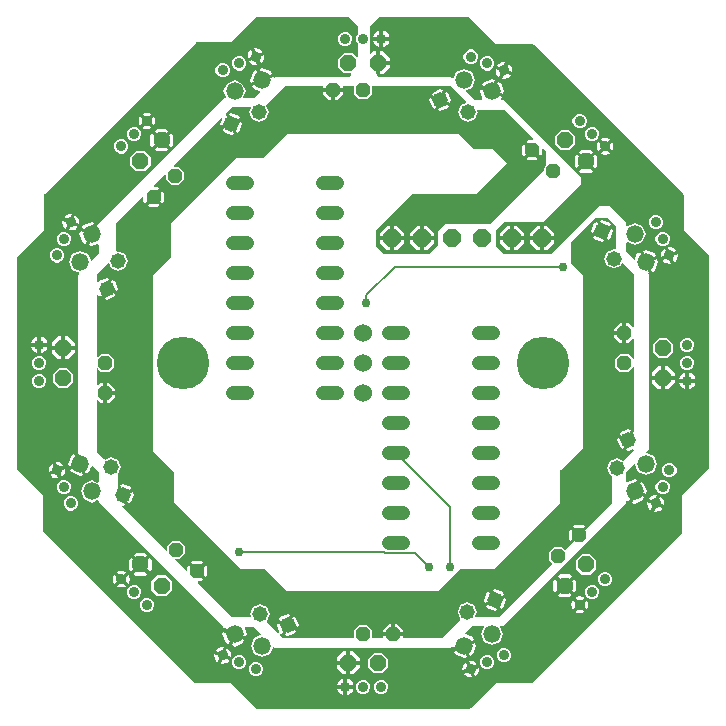
<source format=gbr>
G04 EAGLE Gerber RS-274X export*
G75*
%MOMM*%
%FSLAX34Y34*%
%LPD*%
%INBottom Copper*%
%IPPOS*%
%AMOC8*
5,1,8,0,0,1.08239X$1,22.5*%
G01*
%ADD10C,1.219200*%
%ADD11C,0.900000*%
%ADD12P,1.319650X8X292.500000*%
%ADD13P,1.539592X8X112.500000*%
%ADD14P,1.319650X8X315.000000*%
%ADD15P,1.539592X8X135.000000*%
%ADD16P,1.319650X8X337.500000*%
%ADD17P,1.539592X8X157.500000*%
%ADD18P,1.319650X8X360.000000*%
%ADD19P,1.539592X8X180.000000*%
%ADD20P,1.319650X8X22.500000*%
%ADD21P,1.539592X8X202.500000*%
%ADD22P,1.319650X8X45.000000*%
%ADD23P,1.539592X8X225.000000*%
%ADD24P,1.319650X8X67.500000*%
%ADD25P,1.539592X8X247.500000*%
%ADD26P,1.319650X8X90.000000*%
%ADD27P,1.539592X8X270.000000*%
%ADD28P,1.319650X8X112.500000*%
%ADD29P,1.539592X8X292.500000*%
%ADD30P,1.319650X8X135.000000*%
%ADD31P,1.539592X8X315.000000*%
%ADD32P,1.319650X8X157.500000*%
%ADD33P,1.539592X8X337.500000*%
%ADD34P,1.319650X8X180.000000*%
%ADD35P,1.539592X8X360.000000*%
%ADD36P,1.319650X8X202.500000*%
%ADD37P,1.539592X8X22.500000*%
%ADD38P,1.319650X8X225.000000*%
%ADD39P,1.539592X8X45.000000*%
%ADD40P,1.319650X8X247.500000*%
%ADD41P,1.539592X8X67.500000*%
%ADD42P,1.319650X8X270.000000*%
%ADD43P,1.539592X8X90.000000*%
%ADD44P,1.649562X8X112.500000*%
%ADD45C,1.524000*%
%ADD46C,4.445000*%
%ADD47C,0.756400*%
%ADD48C,0.152400*%

G36*
X89478Y-292855D02*
X89478Y-292855D01*
X89518Y-292857D01*
X89681Y-292822D01*
X89682Y-292822D01*
X89682Y-292821D01*
X90784Y-292450D01*
X90865Y-292407D01*
X90949Y-292372D01*
X90981Y-292346D01*
X91002Y-292335D01*
X91024Y-292311D01*
X91080Y-292267D01*
X112075Y-271271D01*
X142240Y-271271D01*
X142330Y-271257D01*
X142421Y-271249D01*
X142451Y-271237D01*
X142483Y-271232D01*
X142563Y-271189D01*
X142647Y-271153D01*
X142679Y-271127D01*
X142700Y-271116D01*
X142722Y-271093D01*
X142778Y-271048D01*
X269778Y-144048D01*
X269831Y-143974D01*
X269891Y-143905D01*
X269903Y-143875D01*
X269922Y-143849D01*
X269949Y-143762D01*
X269983Y-143677D01*
X269987Y-143636D01*
X269994Y-143613D01*
X269993Y-143581D01*
X270001Y-143510D01*
X270001Y-112075D01*
X292638Y-89438D01*
X292691Y-89364D01*
X292751Y-89295D01*
X292763Y-89265D01*
X292782Y-89239D01*
X292809Y-89152D01*
X292843Y-89067D01*
X292847Y-89026D01*
X292854Y-89003D01*
X292853Y-88971D01*
X292861Y-88900D01*
X292861Y89391D01*
X292858Y89410D01*
X292860Y89429D01*
X292834Y89594D01*
X292534Y90673D01*
X292487Y90775D01*
X292444Y90877D01*
X292435Y90888D01*
X292431Y90896D01*
X292412Y90916D01*
X292339Y91008D01*
X271271Y112075D01*
X271271Y141690D01*
X271255Y141790D01*
X271244Y141890D01*
X271234Y141916D01*
X271232Y141933D01*
X271216Y141961D01*
X271183Y142046D01*
X270562Y143217D01*
X270544Y143241D01*
X270532Y143268D01*
X270427Y143399D01*
X144048Y269778D01*
X143974Y269831D01*
X143905Y269891D01*
X143875Y269903D01*
X143849Y269922D01*
X143762Y269949D01*
X143677Y269983D01*
X143636Y269987D01*
X143613Y269994D01*
X143581Y269993D01*
X143510Y270001D01*
X112075Y270001D01*
X89438Y292638D01*
X89364Y292691D01*
X89295Y292751D01*
X89265Y292763D01*
X89239Y292782D01*
X89152Y292809D01*
X89067Y292843D01*
X89026Y292847D01*
X89003Y292854D01*
X88971Y292853D01*
X88900Y292861D01*
X13970Y292861D01*
X13880Y292847D01*
X13789Y292839D01*
X13759Y292827D01*
X13727Y292822D01*
X13647Y292779D01*
X13563Y292743D01*
X13531Y292717D01*
X13510Y292706D01*
X13488Y292683D01*
X13432Y292638D01*
X5812Y285018D01*
X5759Y284944D01*
X5699Y284875D01*
X5687Y284845D01*
X5668Y284819D01*
X5641Y284732D01*
X5607Y284647D01*
X5603Y284606D01*
X5596Y284583D01*
X5597Y284551D01*
X5589Y284480D01*
X5589Y276722D01*
X5599Y276658D01*
X5600Y276592D01*
X5623Y276512D01*
X5629Y276480D01*
X5638Y276462D01*
X5647Y276431D01*
X6025Y275518D01*
X6025Y273122D01*
X5647Y272209D01*
X5632Y272145D01*
X5607Y272084D01*
X5598Y272002D01*
X5591Y271969D01*
X5592Y271950D01*
X5589Y271918D01*
X5589Y262378D01*
X5600Y262307D01*
X5602Y262235D01*
X5620Y262186D01*
X5629Y262135D01*
X5662Y262071D01*
X5687Y262004D01*
X5719Y261963D01*
X5744Y261917D01*
X5796Y261868D01*
X5840Y261812D01*
X5884Y261784D01*
X5922Y261748D01*
X5987Y261718D01*
X6047Y261679D01*
X6098Y261666D01*
X6145Y261644D01*
X6216Y261637D01*
X6286Y261619D01*
X6338Y261623D01*
X6389Y261617D01*
X6460Y261633D01*
X6531Y261638D01*
X6579Y261659D01*
X6630Y261670D01*
X6691Y261706D01*
X6757Y261734D01*
X6813Y261779D01*
X6841Y261796D01*
X6856Y261814D01*
X6888Y261839D01*
X8702Y263653D01*
X11177Y263653D01*
X11177Y254762D01*
X11180Y254742D01*
X11178Y254723D01*
X11200Y254621D01*
X11217Y254519D01*
X11226Y254502D01*
X11230Y254482D01*
X11283Y254393D01*
X11332Y254302D01*
X11346Y254288D01*
X11356Y254271D01*
X11435Y254204D01*
X11510Y254133D01*
X11528Y254124D01*
X11543Y254111D01*
X11639Y254073D01*
X11733Y254029D01*
X11753Y254027D01*
X11771Y254019D01*
X11938Y254001D01*
X12701Y254001D01*
X12701Y253999D01*
X11938Y253999D01*
X11918Y253996D01*
X11899Y253998D01*
X11797Y253976D01*
X11695Y253959D01*
X11678Y253950D01*
X11658Y253946D01*
X11569Y253893D01*
X11478Y253844D01*
X11464Y253830D01*
X11447Y253820D01*
X11380Y253741D01*
X11309Y253666D01*
X11300Y253648D01*
X11287Y253633D01*
X11248Y253537D01*
X11205Y253443D01*
X11203Y253423D01*
X11195Y253405D01*
X11177Y253238D01*
X11177Y244602D01*
X11192Y244512D01*
X11199Y244421D01*
X11211Y244391D01*
X11217Y244359D01*
X11259Y244279D01*
X11295Y244195D01*
X11321Y244162D01*
X11332Y244142D01*
X11355Y244120D01*
X11373Y244097D01*
X11377Y244090D01*
X11382Y244086D01*
X11400Y244064D01*
X13432Y242032D01*
X13506Y241979D01*
X13575Y241919D01*
X13605Y241907D01*
X13631Y241888D01*
X13719Y241861D01*
X13803Y241827D01*
X13844Y241823D01*
X13867Y241816D01*
X13899Y241817D01*
X13970Y241809D01*
X74615Y241809D01*
X75542Y240881D01*
X75579Y240854D01*
X75611Y240821D01*
X75679Y240783D01*
X75742Y240738D01*
X75786Y240724D01*
X75826Y240702D01*
X75903Y240688D01*
X75977Y240665D01*
X76023Y240666D01*
X76068Y240658D01*
X76145Y240670D01*
X76223Y240672D01*
X76266Y240687D01*
X76311Y240694D01*
X76381Y240729D01*
X76454Y240756D01*
X76490Y240785D01*
X76531Y240806D01*
X76585Y240861D01*
X76646Y240910D01*
X76671Y240948D01*
X76703Y240981D01*
X76769Y241101D01*
X76779Y241117D01*
X76780Y241122D01*
X76784Y241128D01*
X78858Y246136D01*
X85468Y248874D01*
X92079Y246136D01*
X94817Y239525D01*
X92079Y232915D01*
X87071Y230841D01*
X87032Y230817D01*
X86989Y230801D01*
X86928Y230752D01*
X86862Y230711D01*
X86833Y230676D01*
X86797Y230647D01*
X86755Y230582D01*
X86705Y230522D01*
X86689Y230479D01*
X86664Y230440D01*
X86645Y230365D01*
X86617Y230292D01*
X86615Y230246D01*
X86604Y230202D01*
X86610Y230124D01*
X86607Y230047D01*
X86619Y230002D01*
X86623Y229957D01*
X86653Y229885D01*
X86675Y229810D01*
X86701Y229773D01*
X86719Y229730D01*
X86796Y229634D01*
X86801Y229627D01*
X86805Y229623D01*
X86815Y229608D01*
X86819Y229605D01*
X86824Y229599D01*
X93442Y222982D01*
X93516Y222929D01*
X93585Y222869D01*
X93615Y222857D01*
X93641Y222838D01*
X93728Y222811D01*
X93813Y222777D01*
X93854Y222773D01*
X93877Y222766D01*
X93909Y222767D01*
X93980Y222759D01*
X100266Y222759D01*
X100312Y222766D01*
X100357Y222764D01*
X100432Y222786D01*
X100509Y222799D01*
X100550Y222820D01*
X100594Y222833D01*
X100658Y222877D01*
X100726Y222914D01*
X100758Y222947D01*
X100796Y222973D01*
X100842Y223036D01*
X100896Y223092D01*
X100915Y223134D01*
X100943Y223170D01*
X100967Y223244D01*
X100999Y223315D01*
X101005Y223361D01*
X101019Y223404D01*
X101018Y223482D01*
X101027Y223559D01*
X101017Y223604D01*
X101016Y223650D01*
X100978Y223782D01*
X100974Y223800D01*
X100972Y223804D01*
X100970Y223811D01*
X98487Y229805D01*
X99434Y232092D01*
X107648Y228690D01*
X107667Y228685D01*
X107685Y228676D01*
X107787Y228657D01*
X107887Y228634D01*
X107907Y228635D01*
X107927Y228632D01*
X108029Y228647D01*
X108132Y228657D01*
X108150Y228665D01*
X108170Y228668D01*
X108262Y228715D01*
X108357Y228757D01*
X108372Y228770D01*
X108389Y228779D01*
X108462Y228853D01*
X108538Y228923D01*
X108548Y228940D01*
X108562Y228955D01*
X108642Y229102D01*
X108934Y229806D01*
X108936Y229806D01*
X108644Y229101D01*
X108639Y229082D01*
X108630Y229064D01*
X108611Y228962D01*
X108588Y228862D01*
X108590Y228842D01*
X108586Y228822D01*
X108601Y228719D01*
X108611Y228617D01*
X108619Y228598D01*
X108622Y228579D01*
X108669Y228486D01*
X108711Y228392D01*
X108724Y228377D01*
X108733Y228359D01*
X108808Y228287D01*
X108877Y228211D01*
X108895Y228201D01*
X108909Y228187D01*
X109056Y228106D01*
X117270Y224704D01*
X116900Y223811D01*
X116890Y223767D01*
X116870Y223725D01*
X116862Y223648D01*
X116844Y223572D01*
X116848Y223526D01*
X116843Y223481D01*
X116860Y223404D01*
X116867Y223327D01*
X116886Y223285D01*
X116895Y223240D01*
X116935Y223173D01*
X116967Y223102D01*
X116998Y223068D01*
X117022Y223029D01*
X117081Y222979D01*
X117133Y222921D01*
X117174Y222899D01*
X117208Y222869D01*
X117281Y222840D01*
X117349Y222803D01*
X117394Y222794D01*
X117437Y222777D01*
X117573Y222762D01*
X117591Y222759D01*
X117596Y222760D01*
X117603Y222759D01*
X119065Y222759D01*
X184659Y157165D01*
X184659Y151445D01*
X152085Y118871D01*
X119380Y118871D01*
X119290Y118857D01*
X119199Y118849D01*
X119169Y118837D01*
X119137Y118832D01*
X119057Y118789D01*
X118973Y118753D01*
X118941Y118727D01*
X118920Y118716D01*
X118898Y118693D01*
X118842Y118648D01*
X112492Y112298D01*
X112439Y112224D01*
X112379Y112155D01*
X112367Y112125D01*
X112348Y112099D01*
X112321Y112012D01*
X112287Y111927D01*
X112283Y111886D01*
X112276Y111863D01*
X112277Y111831D01*
X112269Y111760D01*
X112269Y99060D01*
X112284Y98970D01*
X112291Y98879D01*
X112303Y98849D01*
X112309Y98817D01*
X112351Y98737D01*
X112387Y98653D01*
X112413Y98621D01*
X112424Y98600D01*
X112447Y98578D01*
X112492Y98522D01*
X118842Y92172D01*
X118916Y92119D01*
X118985Y92059D01*
X119015Y92047D01*
X119041Y92028D01*
X119128Y92001D01*
X119213Y91967D01*
X119254Y91963D01*
X119277Y91956D01*
X119309Y91957D01*
X119380Y91949D01*
X158750Y91949D01*
X158840Y91964D01*
X158931Y91971D01*
X158961Y91983D01*
X158993Y91989D01*
X159073Y92031D01*
X159157Y92067D01*
X159189Y92093D01*
X159210Y92104D01*
X159232Y92127D01*
X159288Y92172D01*
X199705Y132589D01*
X209235Y132589D01*
X222759Y119065D01*
X222759Y116504D01*
X222766Y116458D01*
X222764Y116412D01*
X222786Y116338D01*
X222799Y116261D01*
X222820Y116220D01*
X222833Y116176D01*
X222877Y116112D01*
X222914Y116044D01*
X222947Y116012D01*
X222973Y115974D01*
X223036Y115928D01*
X223092Y115874D01*
X223134Y115855D01*
X223170Y115827D01*
X223244Y115803D01*
X223315Y115771D01*
X223361Y115765D01*
X223404Y115751D01*
X223482Y115752D01*
X223559Y115743D01*
X223604Y115753D01*
X223650Y115754D01*
X223782Y115792D01*
X223800Y115796D01*
X223804Y115798D01*
X223811Y115800D01*
X229805Y118283D01*
X236416Y115545D01*
X239154Y108935D01*
X236416Y102325D01*
X229805Y99587D01*
X223811Y102069D01*
X223767Y102080D01*
X223725Y102099D01*
X223648Y102108D01*
X223572Y102126D01*
X223526Y102121D01*
X223481Y102126D01*
X223404Y102110D01*
X223327Y102102D01*
X223285Y102084D01*
X223240Y102074D01*
X223173Y102034D01*
X223102Y102002D01*
X223068Y101971D01*
X223029Y101948D01*
X222979Y101889D01*
X222921Y101836D01*
X222899Y101796D01*
X222869Y101761D01*
X222840Y101689D01*
X222803Y101621D01*
X222794Y101575D01*
X222777Y101533D01*
X222762Y101397D01*
X222759Y101378D01*
X222760Y101373D01*
X222759Y101366D01*
X222759Y93980D01*
X222774Y93890D01*
X222781Y93799D01*
X222793Y93769D01*
X222799Y93737D01*
X222841Y93657D01*
X222877Y93573D01*
X222903Y93541D01*
X222914Y93520D01*
X222937Y93498D01*
X222982Y93442D01*
X228822Y87602D01*
X228859Y87575D01*
X228890Y87541D01*
X228958Y87503D01*
X229022Y87458D01*
X229065Y87445D01*
X229106Y87422D01*
X229182Y87409D01*
X229257Y87386D01*
X229303Y87387D01*
X229348Y87379D01*
X229425Y87390D01*
X229503Y87392D01*
X229546Y87408D01*
X229591Y87415D01*
X229660Y87450D01*
X229734Y87477D01*
X229769Y87505D01*
X229810Y87526D01*
X229865Y87582D01*
X229926Y87630D01*
X229950Y87669D01*
X229983Y87702D01*
X230049Y87821D01*
X230059Y87837D01*
X230060Y87842D01*
X230063Y87849D01*
X232138Y92856D01*
X234424Y93803D01*
X237827Y85589D01*
X237837Y85573D01*
X237843Y85553D01*
X237902Y85468D01*
X237956Y85380D01*
X237972Y85368D01*
X237983Y85351D01*
X238066Y85290D01*
X238146Y85224D01*
X238164Y85216D01*
X238180Y85205D01*
X238279Y85173D01*
X238375Y85135D01*
X238395Y85135D01*
X238414Y85128D01*
X238518Y85129D01*
X238621Y85125D01*
X238640Y85131D01*
X238660Y85131D01*
X238821Y85177D01*
X239526Y85469D01*
X239527Y85468D01*
X238822Y85176D01*
X238805Y85165D01*
X238786Y85160D01*
X238701Y85101D01*
X238613Y85046D01*
X238600Y85031D01*
X238584Y85020D01*
X238522Y84936D01*
X238456Y84857D01*
X238449Y84838D01*
X238437Y84822D01*
X238405Y84724D01*
X238368Y84627D01*
X238367Y84607D01*
X238361Y84588D01*
X238362Y84485D01*
X238357Y84381D01*
X238363Y84362D01*
X238363Y84342D01*
X238410Y84181D01*
X241815Y75960D01*
X241763Y75918D01*
X241697Y75877D01*
X241667Y75841D01*
X241632Y75813D01*
X241589Y75747D01*
X241540Y75687D01*
X241523Y75644D01*
X241499Y75606D01*
X241480Y75530D01*
X241452Y75458D01*
X241450Y75412D01*
X241439Y75367D01*
X241445Y75290D01*
X241441Y75212D01*
X241454Y75168D01*
X241458Y75122D01*
X241488Y75050D01*
X241510Y74976D01*
X241536Y74938D01*
X241554Y74896D01*
X241639Y74789D01*
X241650Y74773D01*
X241654Y74770D01*
X241659Y74765D01*
X241809Y74615D01*
X241809Y-73345D01*
X239983Y-75170D01*
X239956Y-75208D01*
X239923Y-75239D01*
X239885Y-75307D01*
X239840Y-75370D01*
X239826Y-75414D01*
X239804Y-75454D01*
X239790Y-75531D01*
X239767Y-75605D01*
X239768Y-75651D01*
X239760Y-75696D01*
X239772Y-75773D01*
X239774Y-75851D01*
X239789Y-75894D01*
X239796Y-75940D01*
X239831Y-76009D01*
X239858Y-76082D01*
X239887Y-76118D01*
X239908Y-76159D01*
X239963Y-76213D01*
X240012Y-76274D01*
X240050Y-76299D01*
X240083Y-76331D01*
X240203Y-76397D01*
X240219Y-76407D01*
X240224Y-76408D01*
X240230Y-76412D01*
X246136Y-78858D01*
X248874Y-85468D01*
X246136Y-92079D01*
X239525Y-94817D01*
X232915Y-92079D01*
X230469Y-86173D01*
X230445Y-86134D01*
X230429Y-86091D01*
X230380Y-86030D01*
X230339Y-85964D01*
X230304Y-85935D01*
X230275Y-85899D01*
X230210Y-85857D01*
X230150Y-85807D01*
X230107Y-85791D01*
X230068Y-85766D01*
X229993Y-85747D01*
X229920Y-85719D01*
X229874Y-85717D01*
X229830Y-85706D01*
X229752Y-85712D01*
X229675Y-85708D01*
X229630Y-85721D01*
X229585Y-85725D01*
X229513Y-85755D01*
X229438Y-85777D01*
X229401Y-85803D01*
X229358Y-85821D01*
X229252Y-85907D01*
X229236Y-85917D01*
X229233Y-85921D01*
X229227Y-85926D01*
X222982Y-92172D01*
X222929Y-92246D01*
X222869Y-92315D01*
X222857Y-92345D01*
X222838Y-92371D01*
X222811Y-92458D01*
X222777Y-92543D01*
X222773Y-92584D01*
X222766Y-92607D01*
X222767Y-92639D01*
X222759Y-92710D01*
X222759Y-100266D01*
X222762Y-100285D01*
X222760Y-100304D01*
X222765Y-100330D01*
X222764Y-100357D01*
X222786Y-100432D01*
X222799Y-100509D01*
X222808Y-100528D01*
X222812Y-100545D01*
X222825Y-100566D01*
X222833Y-100594D01*
X222877Y-100658D01*
X222914Y-100726D01*
X222930Y-100742D01*
X222938Y-100756D01*
X222956Y-100771D01*
X222973Y-100796D01*
X223036Y-100842D01*
X223092Y-100896D01*
X223113Y-100906D01*
X223125Y-100916D01*
X223146Y-100924D01*
X223170Y-100943D01*
X223244Y-100967D01*
X223315Y-100999D01*
X223339Y-101002D01*
X223353Y-101008D01*
X223380Y-101011D01*
X223404Y-101019D01*
X223448Y-101018D01*
X223520Y-101026D01*
X223523Y-101026D01*
X223537Y-101024D01*
X223559Y-101027D01*
X223604Y-101017D01*
X223650Y-101016D01*
X223737Y-100991D01*
X223766Y-100987D01*
X223781Y-100978D01*
X223782Y-100978D01*
X223800Y-100974D01*
X223804Y-100972D01*
X223811Y-100970D01*
X229805Y-98487D01*
X232092Y-99434D01*
X228690Y-107648D01*
X228685Y-107667D01*
X228676Y-107685D01*
X228657Y-107787D01*
X228634Y-107887D01*
X228635Y-107907D01*
X228632Y-107927D01*
X228647Y-108029D01*
X228657Y-108132D01*
X228665Y-108150D01*
X228668Y-108170D01*
X228715Y-108262D01*
X228757Y-108357D01*
X228770Y-108372D01*
X228779Y-108389D01*
X228853Y-108462D01*
X228923Y-108538D01*
X228940Y-108548D01*
X228955Y-108562D01*
X229102Y-108642D01*
X229806Y-108934D01*
X229806Y-108936D01*
X229101Y-108644D01*
X229082Y-108639D01*
X229064Y-108630D01*
X228962Y-108611D01*
X228862Y-108588D01*
X228842Y-108590D01*
X228822Y-108586D01*
X228719Y-108601D01*
X228617Y-108611D01*
X228598Y-108619D01*
X228579Y-108622D01*
X228486Y-108669D01*
X228392Y-108711D01*
X228377Y-108724D01*
X228359Y-108733D01*
X228287Y-108808D01*
X228211Y-108877D01*
X228201Y-108895D01*
X228187Y-108909D01*
X228106Y-109056D01*
X224704Y-117270D01*
X223811Y-116900D01*
X223767Y-116890D01*
X223725Y-116870D01*
X223648Y-116862D01*
X223572Y-116844D01*
X223526Y-116848D01*
X223481Y-116843D01*
X223404Y-116860D01*
X223327Y-116867D01*
X223285Y-116886D01*
X223240Y-116895D01*
X223173Y-116935D01*
X223102Y-116967D01*
X223068Y-116998D01*
X223029Y-117022D01*
X222979Y-117081D01*
X222921Y-117133D01*
X222899Y-117174D01*
X222869Y-117208D01*
X222840Y-117281D01*
X222803Y-117349D01*
X222794Y-117394D01*
X222777Y-117437D01*
X222762Y-117573D01*
X222759Y-117591D01*
X222760Y-117596D01*
X222759Y-117603D01*
X222759Y-119065D01*
X119065Y-222759D01*
X116504Y-222759D01*
X116458Y-222766D01*
X116412Y-222764D01*
X116338Y-222786D01*
X116261Y-222799D01*
X116220Y-222820D01*
X116176Y-222833D01*
X116112Y-222877D01*
X116044Y-222914D01*
X116012Y-222947D01*
X115974Y-222973D01*
X115928Y-223036D01*
X115874Y-223092D01*
X115855Y-223134D01*
X115827Y-223170D01*
X115803Y-223244D01*
X115771Y-223315D01*
X115765Y-223361D01*
X115751Y-223404D01*
X115752Y-223482D01*
X115743Y-223559D01*
X115753Y-223604D01*
X115754Y-223650D01*
X115792Y-223782D01*
X115796Y-223800D01*
X115798Y-223804D01*
X115800Y-223811D01*
X118283Y-229805D01*
X115545Y-236416D01*
X108935Y-239154D01*
X102325Y-236416D01*
X99587Y-229805D01*
X102069Y-223811D01*
X102080Y-223767D01*
X102099Y-223725D01*
X102108Y-223648D01*
X102126Y-223572D01*
X102121Y-223526D01*
X102126Y-223481D01*
X102110Y-223404D01*
X102102Y-223327D01*
X102084Y-223285D01*
X102074Y-223240D01*
X102034Y-223173D01*
X102002Y-223102D01*
X101971Y-223068D01*
X101948Y-223029D01*
X101889Y-222979D01*
X101836Y-222921D01*
X101796Y-222899D01*
X101761Y-222869D01*
X101689Y-222840D01*
X101621Y-222803D01*
X101575Y-222794D01*
X101533Y-222777D01*
X101397Y-222762D01*
X101378Y-222759D01*
X101373Y-222760D01*
X101366Y-222759D01*
X92710Y-222759D01*
X92620Y-222774D01*
X92529Y-222781D01*
X92499Y-222793D01*
X92467Y-222799D01*
X92387Y-222841D01*
X92303Y-222877D01*
X92271Y-222903D01*
X92250Y-222914D01*
X92228Y-222937D01*
X92172Y-222982D01*
X86704Y-228450D01*
X86677Y-228487D01*
X86643Y-228518D01*
X86605Y-228586D01*
X86560Y-228650D01*
X86547Y-228693D01*
X86524Y-228734D01*
X86511Y-228810D01*
X86488Y-228885D01*
X86489Y-228931D01*
X86481Y-228976D01*
X86492Y-229053D01*
X86494Y-229131D01*
X86510Y-229174D01*
X86516Y-229219D01*
X86552Y-229288D01*
X86578Y-229362D01*
X86607Y-229397D01*
X86628Y-229438D01*
X86684Y-229493D01*
X86732Y-229554D01*
X86771Y-229578D01*
X86804Y-229611D01*
X86923Y-229677D01*
X86939Y-229687D01*
X86944Y-229688D01*
X86951Y-229691D01*
X92856Y-232138D01*
X93803Y-234424D01*
X85589Y-237827D01*
X85573Y-237837D01*
X85553Y-237843D01*
X85468Y-237902D01*
X85380Y-237956D01*
X85368Y-237972D01*
X85351Y-237983D01*
X85290Y-238066D01*
X85224Y-238146D01*
X85216Y-238164D01*
X85205Y-238180D01*
X85173Y-238279D01*
X85135Y-238375D01*
X85135Y-238395D01*
X85128Y-238414D01*
X85129Y-238518D01*
X85125Y-238621D01*
X85131Y-238640D01*
X85131Y-238660D01*
X85177Y-238821D01*
X85469Y-239526D01*
X85468Y-239527D01*
X85176Y-238822D01*
X85165Y-238805D01*
X85160Y-238786D01*
X85101Y-238701D01*
X85046Y-238613D01*
X85031Y-238600D01*
X85020Y-238584D01*
X84936Y-238522D01*
X84857Y-238456D01*
X84838Y-238449D01*
X84822Y-238437D01*
X84724Y-238405D01*
X84627Y-238368D01*
X84607Y-238367D01*
X84588Y-238361D01*
X84485Y-238362D01*
X84381Y-238357D01*
X84362Y-238363D01*
X84342Y-238363D01*
X84181Y-238410D01*
X75967Y-241812D01*
X75634Y-241008D01*
X75610Y-240969D01*
X75594Y-240926D01*
X75546Y-240865D01*
X75505Y-240799D01*
X75469Y-240769D01*
X75441Y-240734D01*
X75375Y-240692D01*
X75315Y-240642D01*
X75272Y-240625D01*
X75234Y-240601D01*
X75158Y-240582D01*
X75086Y-240554D01*
X75040Y-240552D01*
X74995Y-240541D01*
X74918Y-240547D01*
X74840Y-240543D01*
X74796Y-240556D01*
X74750Y-240560D01*
X74678Y-240590D01*
X74604Y-240612D01*
X74566Y-240638D01*
X74524Y-240656D01*
X74417Y-240741D01*
X74402Y-240752D01*
X74399Y-240756D01*
X74393Y-240761D01*
X73345Y-241809D01*
X-74615Y-241809D01*
X-75542Y-240881D01*
X-75579Y-240854D01*
X-75611Y-240821D01*
X-75679Y-240783D01*
X-75742Y-240738D01*
X-75786Y-240724D01*
X-75826Y-240702D01*
X-75903Y-240688D01*
X-75977Y-240665D01*
X-76023Y-240666D01*
X-76068Y-240658D01*
X-76145Y-240670D01*
X-76223Y-240672D01*
X-76266Y-240687D01*
X-76311Y-240694D01*
X-76381Y-240729D01*
X-76454Y-240756D01*
X-76490Y-240785D01*
X-76531Y-240806D01*
X-76585Y-240861D01*
X-76646Y-240910D01*
X-76671Y-240948D01*
X-76703Y-240981D01*
X-76769Y-241101D01*
X-76779Y-241117D01*
X-76780Y-241122D01*
X-76784Y-241128D01*
X-78858Y-246136D01*
X-85468Y-248874D01*
X-92079Y-246136D01*
X-94817Y-239525D01*
X-92079Y-232915D01*
X-87071Y-230841D01*
X-87032Y-230817D01*
X-86989Y-230801D01*
X-86928Y-230752D01*
X-86862Y-230711D01*
X-86833Y-230676D01*
X-86797Y-230647D01*
X-86755Y-230582D01*
X-86705Y-230522D01*
X-86689Y-230479D01*
X-86664Y-230440D01*
X-86645Y-230365D01*
X-86617Y-230292D01*
X-86615Y-230246D01*
X-86604Y-230202D01*
X-86610Y-230124D01*
X-86607Y-230047D01*
X-86619Y-230002D01*
X-86623Y-229957D01*
X-86653Y-229885D01*
X-86675Y-229810D01*
X-86701Y-229773D01*
X-86719Y-229730D01*
X-86804Y-229624D01*
X-86815Y-229608D01*
X-86819Y-229605D01*
X-86824Y-229599D01*
X-92172Y-224252D01*
X-92246Y-224199D01*
X-92315Y-224139D01*
X-92345Y-224127D01*
X-92371Y-224108D01*
X-92458Y-224081D01*
X-92543Y-224047D01*
X-92584Y-224043D01*
X-92607Y-224036D01*
X-92639Y-224037D01*
X-92710Y-224029D01*
X-99740Y-224029D01*
X-99786Y-224036D01*
X-99831Y-224034D01*
X-99906Y-224056D01*
X-99983Y-224069D01*
X-100024Y-224090D01*
X-100068Y-224103D01*
X-100132Y-224147D01*
X-100200Y-224184D01*
X-100232Y-224217D01*
X-100270Y-224243D01*
X-100316Y-224306D01*
X-100370Y-224362D01*
X-100389Y-224404D01*
X-100417Y-224440D01*
X-100441Y-224514D01*
X-100473Y-224585D01*
X-100478Y-224631D01*
X-100493Y-224674D01*
X-100492Y-224752D01*
X-100501Y-224829D01*
X-100491Y-224874D01*
X-100490Y-224920D01*
X-100452Y-225052D01*
X-100448Y-225070D01*
X-100446Y-225074D01*
X-100444Y-225081D01*
X-98487Y-229805D01*
X-99434Y-232092D01*
X-107648Y-228690D01*
X-107667Y-228685D01*
X-107685Y-228676D01*
X-107787Y-228657D01*
X-107887Y-228634D01*
X-107907Y-228635D01*
X-107927Y-228632D01*
X-108029Y-228647D01*
X-108132Y-228657D01*
X-108150Y-228665D01*
X-108170Y-228668D01*
X-108262Y-228715D01*
X-108357Y-228757D01*
X-108372Y-228770D01*
X-108389Y-228779D01*
X-108462Y-228853D01*
X-108538Y-228923D01*
X-108548Y-228940D01*
X-108562Y-228955D01*
X-108642Y-229102D01*
X-108934Y-229806D01*
X-108936Y-229806D01*
X-108644Y-229101D01*
X-108639Y-229082D01*
X-108630Y-229064D01*
X-108611Y-228962D01*
X-108588Y-228862D01*
X-108590Y-228842D01*
X-108586Y-228822D01*
X-108601Y-228719D01*
X-108611Y-228617D01*
X-108619Y-228598D01*
X-108622Y-228579D01*
X-108669Y-228486D01*
X-108711Y-228392D01*
X-108724Y-228377D01*
X-108733Y-228359D01*
X-108808Y-228287D01*
X-108877Y-228211D01*
X-108895Y-228201D01*
X-108909Y-228187D01*
X-109056Y-228106D01*
X-117379Y-224659D01*
X-117384Y-224595D01*
X-117387Y-224590D01*
X-117387Y-224583D01*
X-117436Y-224475D01*
X-117481Y-224369D01*
X-117485Y-224363D01*
X-117487Y-224358D01*
X-117500Y-224345D01*
X-117585Y-224238D01*
X-224029Y-117795D01*
X-224029Y-117030D01*
X-224036Y-116984D01*
X-224034Y-116939D01*
X-224056Y-116864D01*
X-224069Y-116787D01*
X-224090Y-116746D01*
X-224103Y-116702D01*
X-224147Y-116638D01*
X-224184Y-116570D01*
X-224217Y-116538D01*
X-224243Y-116500D01*
X-224306Y-116454D01*
X-224362Y-116400D01*
X-224404Y-116381D01*
X-224440Y-116353D01*
X-224514Y-116329D01*
X-224585Y-116297D01*
X-224631Y-116292D01*
X-224674Y-116277D01*
X-224752Y-116278D01*
X-224829Y-116269D01*
X-224874Y-116279D01*
X-224920Y-116280D01*
X-225052Y-116318D01*
X-225070Y-116322D01*
X-225074Y-116324D01*
X-225081Y-116326D01*
X-229805Y-118283D01*
X-236416Y-115545D01*
X-239154Y-108935D01*
X-236416Y-102325D01*
X-229805Y-99587D01*
X-225081Y-101543D01*
X-225037Y-101554D01*
X-224995Y-101573D01*
X-224918Y-101582D01*
X-224842Y-101599D01*
X-224796Y-101595D01*
X-224751Y-101600D01*
X-224674Y-101584D01*
X-224597Y-101576D01*
X-224555Y-101558D01*
X-224510Y-101548D01*
X-224443Y-101508D01*
X-224372Y-101476D01*
X-224338Y-101445D01*
X-224299Y-101422D01*
X-224249Y-101363D01*
X-224191Y-101310D01*
X-224169Y-101270D01*
X-224139Y-101235D01*
X-224110Y-101163D01*
X-224073Y-101094D01*
X-224064Y-101049D01*
X-224047Y-101007D01*
X-224032Y-100871D01*
X-224029Y-100852D01*
X-224030Y-100847D01*
X-224029Y-100840D01*
X-224029Y-92710D01*
X-224044Y-92620D01*
X-224051Y-92529D01*
X-224063Y-92499D01*
X-224069Y-92467D01*
X-224111Y-92387D01*
X-224147Y-92303D01*
X-224173Y-92271D01*
X-224184Y-92250D01*
X-224207Y-92228D01*
X-224252Y-92172D01*
X-228822Y-87602D01*
X-228859Y-87575D01*
X-228890Y-87541D01*
X-228958Y-87503D01*
X-229022Y-87458D01*
X-229065Y-87445D01*
X-229106Y-87422D01*
X-229182Y-87409D01*
X-229257Y-87386D01*
X-229303Y-87387D01*
X-229348Y-87379D01*
X-229425Y-87390D01*
X-229503Y-87392D01*
X-229546Y-87408D01*
X-229591Y-87415D01*
X-229660Y-87450D01*
X-229734Y-87477D01*
X-229769Y-87505D01*
X-229810Y-87526D01*
X-229865Y-87582D01*
X-229926Y-87630D01*
X-229950Y-87669D01*
X-229983Y-87702D01*
X-230049Y-87821D01*
X-230059Y-87837D01*
X-230060Y-87842D01*
X-230063Y-87849D01*
X-232138Y-92856D01*
X-234424Y-93803D01*
X-237827Y-85589D01*
X-237837Y-85573D01*
X-237843Y-85553D01*
X-237902Y-85468D01*
X-237956Y-85380D01*
X-237972Y-85368D01*
X-237983Y-85351D01*
X-238066Y-85290D01*
X-238146Y-85224D01*
X-238164Y-85216D01*
X-238180Y-85205D01*
X-238279Y-85173D01*
X-238375Y-85135D01*
X-238395Y-85135D01*
X-238414Y-85128D01*
X-238518Y-85129D01*
X-238621Y-85125D01*
X-238640Y-85131D01*
X-238660Y-85131D01*
X-238821Y-85177D01*
X-239526Y-85469D01*
X-239527Y-85468D01*
X-238822Y-85176D01*
X-238805Y-85165D01*
X-238786Y-85160D01*
X-238701Y-85101D01*
X-238613Y-85046D01*
X-238600Y-85031D01*
X-238584Y-85020D01*
X-238522Y-84936D01*
X-238456Y-84857D01*
X-238449Y-84838D01*
X-238437Y-84822D01*
X-238405Y-84724D01*
X-238368Y-84627D01*
X-238367Y-84607D01*
X-238361Y-84588D01*
X-238362Y-84485D01*
X-238357Y-84381D01*
X-238363Y-84362D01*
X-238363Y-84342D01*
X-238410Y-84181D01*
X-241815Y-75960D01*
X-241763Y-75918D01*
X-241697Y-75877D01*
X-241667Y-75841D01*
X-241632Y-75813D01*
X-241589Y-75747D01*
X-241540Y-75687D01*
X-241523Y-75644D01*
X-241499Y-75606D01*
X-241480Y-75530D01*
X-241452Y-75458D01*
X-241450Y-75412D01*
X-241439Y-75367D01*
X-241445Y-75290D01*
X-241441Y-75212D01*
X-241454Y-75168D01*
X-241458Y-75122D01*
X-241488Y-75050D01*
X-241510Y-74976D01*
X-241536Y-74938D01*
X-241554Y-74896D01*
X-241639Y-74789D01*
X-241650Y-74773D01*
X-241654Y-74770D01*
X-241659Y-74765D01*
X-241809Y-74615D01*
X-241809Y74615D01*
X-240881Y75542D01*
X-240854Y75579D01*
X-240821Y75611D01*
X-240783Y75679D01*
X-240738Y75742D01*
X-240724Y75786D01*
X-240702Y75826D01*
X-240688Y75903D01*
X-240665Y75977D01*
X-240666Y76023D01*
X-240658Y76068D01*
X-240670Y76145D01*
X-240672Y76223D01*
X-240687Y76266D01*
X-240694Y76311D01*
X-240729Y76381D01*
X-240756Y76454D01*
X-240785Y76490D01*
X-240806Y76531D01*
X-240861Y76585D01*
X-240910Y76646D01*
X-240948Y76671D01*
X-240981Y76703D01*
X-241101Y76769D01*
X-241117Y76779D01*
X-241122Y76780D01*
X-241128Y76784D01*
X-246136Y78858D01*
X-248874Y85468D01*
X-246136Y92079D01*
X-239525Y94817D01*
X-232915Y92079D01*
X-230841Y87071D01*
X-230817Y87032D01*
X-230801Y86989D01*
X-230752Y86928D01*
X-230711Y86862D01*
X-230676Y86833D01*
X-230647Y86797D01*
X-230582Y86755D01*
X-230522Y86705D01*
X-230479Y86689D01*
X-230440Y86664D01*
X-230365Y86645D01*
X-230292Y86617D01*
X-230246Y86615D01*
X-230202Y86604D01*
X-230124Y86610D01*
X-230047Y86607D01*
X-230002Y86619D01*
X-229957Y86623D01*
X-229885Y86653D01*
X-229810Y86675D01*
X-229773Y86701D01*
X-229730Y86719D01*
X-229624Y86805D01*
X-229608Y86815D01*
X-229605Y86819D01*
X-229599Y86824D01*
X-224252Y92172D01*
X-224199Y92246D01*
X-224139Y92315D01*
X-224127Y92345D01*
X-224108Y92371D01*
X-224081Y92458D01*
X-224047Y92543D01*
X-224043Y92584D01*
X-224036Y92607D01*
X-224037Y92639D01*
X-224029Y92710D01*
X-224029Y99740D01*
X-224036Y99786D01*
X-224034Y99831D01*
X-224056Y99906D01*
X-224069Y99983D01*
X-224090Y100024D01*
X-224103Y100068D01*
X-224147Y100132D01*
X-224184Y100200D01*
X-224217Y100232D01*
X-224243Y100270D01*
X-224306Y100316D01*
X-224362Y100370D01*
X-224404Y100389D01*
X-224440Y100417D01*
X-224514Y100441D01*
X-224585Y100473D01*
X-224631Y100478D01*
X-224674Y100493D01*
X-224752Y100492D01*
X-224829Y100501D01*
X-224874Y100491D01*
X-224920Y100490D01*
X-225052Y100452D01*
X-225070Y100448D01*
X-225074Y100446D01*
X-225081Y100444D01*
X-229805Y98487D01*
X-232092Y99434D01*
X-228690Y107648D01*
X-228685Y107667D01*
X-228676Y107685D01*
X-228657Y107787D01*
X-228634Y107887D01*
X-228635Y107907D01*
X-228632Y107927D01*
X-228647Y108029D01*
X-228657Y108132D01*
X-228665Y108150D01*
X-228668Y108170D01*
X-228715Y108262D01*
X-228757Y108357D01*
X-228770Y108372D01*
X-228779Y108389D01*
X-228853Y108462D01*
X-228923Y108538D01*
X-228940Y108548D01*
X-228955Y108562D01*
X-229102Y108642D01*
X-229806Y108934D01*
X-229806Y108936D01*
X-229101Y108644D01*
X-229082Y108639D01*
X-229064Y108630D01*
X-228962Y108611D01*
X-228862Y108588D01*
X-228842Y108590D01*
X-228822Y108586D01*
X-228719Y108601D01*
X-228617Y108611D01*
X-228598Y108619D01*
X-228579Y108622D01*
X-228486Y108669D01*
X-228392Y108711D01*
X-228377Y108724D01*
X-228359Y108733D01*
X-228287Y108808D01*
X-228211Y108877D01*
X-228201Y108895D01*
X-228187Y108909D01*
X-228106Y109056D01*
X-224659Y117379D01*
X-224595Y117384D01*
X-224590Y117387D01*
X-224583Y117387D01*
X-224476Y117435D01*
X-224369Y117481D01*
X-224363Y117485D01*
X-224359Y117487D01*
X-224345Y117500D01*
X-224238Y117585D01*
X-117795Y224029D01*
X-117030Y224029D01*
X-116984Y224036D01*
X-116939Y224034D01*
X-116864Y224056D01*
X-116787Y224069D01*
X-116746Y224090D01*
X-116702Y224103D01*
X-116638Y224147D01*
X-116570Y224184D01*
X-116538Y224217D01*
X-116500Y224243D01*
X-116454Y224306D01*
X-116400Y224362D01*
X-116381Y224404D01*
X-116353Y224440D01*
X-116329Y224514D01*
X-116297Y224585D01*
X-116292Y224631D01*
X-116277Y224674D01*
X-116278Y224752D01*
X-116269Y224829D01*
X-116279Y224874D01*
X-116280Y224920D01*
X-116318Y225052D01*
X-116322Y225070D01*
X-116324Y225074D01*
X-116326Y225081D01*
X-118283Y229805D01*
X-115545Y236416D01*
X-108935Y239154D01*
X-102325Y236416D01*
X-99587Y229805D01*
X-101543Y225081D01*
X-101554Y225037D01*
X-101573Y224995D01*
X-101582Y224918D01*
X-101599Y224842D01*
X-101595Y224796D01*
X-101600Y224751D01*
X-101584Y224674D01*
X-101576Y224597D01*
X-101558Y224555D01*
X-101548Y224510D01*
X-101508Y224443D01*
X-101476Y224372D01*
X-101445Y224338D01*
X-101422Y224299D01*
X-101363Y224249D01*
X-101310Y224191D01*
X-101270Y224169D01*
X-101235Y224139D01*
X-101163Y224110D01*
X-101094Y224073D01*
X-101049Y224064D01*
X-101007Y224047D01*
X-100871Y224032D01*
X-100852Y224029D01*
X-100847Y224030D01*
X-100840Y224029D01*
X-92710Y224029D01*
X-92620Y224044D01*
X-92529Y224051D01*
X-92499Y224063D01*
X-92467Y224069D01*
X-92387Y224111D01*
X-92303Y224147D01*
X-92271Y224173D01*
X-92250Y224184D01*
X-92228Y224207D01*
X-92172Y224252D01*
X-87602Y228822D01*
X-87575Y228859D01*
X-87541Y228890D01*
X-87528Y228914D01*
X-87514Y228928D01*
X-87494Y228971D01*
X-87458Y229022D01*
X-87445Y229065D01*
X-87422Y229106D01*
X-87416Y229139D01*
X-87411Y229151D01*
X-87406Y229190D01*
X-87386Y229257D01*
X-87387Y229303D01*
X-87379Y229348D01*
X-87384Y229387D01*
X-87384Y229396D01*
X-87390Y229426D01*
X-87392Y229503D01*
X-87408Y229546D01*
X-87415Y229591D01*
X-87435Y229630D01*
X-87436Y229636D01*
X-87447Y229655D01*
X-87450Y229660D01*
X-87477Y229734D01*
X-87505Y229769D01*
X-87526Y229810D01*
X-87560Y229843D01*
X-87562Y229847D01*
X-87575Y229858D01*
X-87582Y229865D01*
X-87630Y229926D01*
X-87669Y229950D01*
X-87702Y229983D01*
X-87821Y230049D01*
X-87837Y230059D01*
X-87842Y230060D01*
X-87849Y230063D01*
X-92856Y232138D01*
X-93803Y234424D01*
X-85589Y237827D01*
X-85573Y237837D01*
X-85553Y237843D01*
X-85468Y237902D01*
X-85380Y237956D01*
X-85368Y237972D01*
X-85351Y237983D01*
X-85290Y238066D01*
X-85224Y238146D01*
X-85216Y238164D01*
X-85205Y238180D01*
X-85173Y238279D01*
X-85135Y238375D01*
X-85135Y238395D01*
X-85128Y238414D01*
X-85129Y238518D01*
X-85125Y238621D01*
X-85131Y238640D01*
X-85131Y238660D01*
X-85177Y238821D01*
X-85469Y239526D01*
X-85468Y239527D01*
X-85176Y238822D01*
X-85165Y238805D01*
X-85160Y238786D01*
X-85101Y238701D01*
X-85046Y238613D01*
X-85031Y238600D01*
X-85020Y238584D01*
X-84936Y238522D01*
X-84857Y238456D01*
X-84838Y238449D01*
X-84822Y238437D01*
X-84724Y238405D01*
X-84627Y238368D01*
X-84607Y238367D01*
X-84588Y238361D01*
X-84485Y238362D01*
X-84381Y238357D01*
X-84362Y238363D01*
X-84342Y238363D01*
X-84181Y238410D01*
X-75960Y241815D01*
X-75918Y241763D01*
X-75877Y241697D01*
X-75841Y241667D01*
X-75813Y241632D01*
X-75747Y241589D01*
X-75687Y241540D01*
X-75644Y241523D01*
X-75606Y241499D01*
X-75530Y241480D01*
X-75458Y241452D01*
X-75412Y241450D01*
X-75367Y241439D01*
X-75290Y241445D01*
X-75212Y241441D01*
X-75168Y241454D01*
X-75122Y241458D01*
X-75050Y241488D01*
X-74976Y241510D01*
X-74938Y241536D01*
X-74896Y241554D01*
X-74789Y241639D01*
X-74774Y241650D01*
X-74771Y241654D01*
X-74765Y241659D01*
X-74615Y241809D01*
X-12700Y241809D01*
X-12610Y241824D01*
X-12519Y241831D01*
X-12489Y241843D01*
X-12457Y241849D01*
X-12377Y241891D01*
X-12293Y241927D01*
X-12261Y241953D01*
X-12240Y241964D01*
X-12218Y241987D01*
X-12162Y242032D01*
X-10130Y244064D01*
X-10088Y244122D01*
X-10038Y244174D01*
X-10017Y244221D01*
X-9986Y244263D01*
X-9965Y244332D01*
X-9935Y244397D01*
X-9929Y244449D01*
X-9914Y244499D01*
X-9916Y244570D01*
X-9908Y244641D01*
X-9919Y244692D01*
X-9920Y244744D01*
X-9945Y244812D01*
X-9960Y244882D01*
X-9987Y244927D01*
X-10005Y244975D01*
X-10049Y245031D01*
X-10086Y245093D01*
X-10126Y245127D01*
X-10158Y245167D01*
X-10219Y245206D01*
X-10273Y245253D01*
X-10321Y245272D01*
X-10365Y245300D01*
X-10435Y245318D01*
X-10501Y245345D01*
X-10573Y245353D01*
X-10604Y245361D01*
X-10627Y245359D01*
X-10668Y245363D01*
X-16277Y245363D01*
X-21337Y250423D01*
X-21337Y257577D01*
X-16277Y262637D01*
X-9123Y262637D01*
X-5618Y259132D01*
X-5560Y259091D01*
X-5508Y259041D01*
X-5461Y259019D01*
X-5419Y258989D01*
X-5350Y258968D01*
X-5285Y258938D01*
X-5233Y258932D01*
X-5183Y258917D01*
X-5112Y258918D01*
X-5041Y258911D01*
X-4990Y258922D01*
X-4938Y258923D01*
X-4870Y258948D01*
X-4800Y258963D01*
X-4756Y258989D01*
X-4707Y259007D01*
X-4651Y259052D01*
X-4589Y259089D01*
X-4555Y259129D01*
X-4515Y259161D01*
X-4476Y259221D01*
X-4429Y259276D01*
X-4410Y259324D01*
X-4382Y259368D01*
X-4364Y259437D01*
X-4337Y259504D01*
X-4329Y259575D01*
X-4321Y259607D01*
X-4323Y259630D01*
X-4319Y259671D01*
X-4319Y269803D01*
X-4334Y269893D01*
X-4341Y269984D01*
X-4353Y270014D01*
X-4359Y270046D01*
X-4401Y270126D01*
X-4437Y270210D01*
X-4463Y270243D01*
X-4474Y270263D01*
X-4497Y270285D01*
X-4542Y270341D01*
X-5108Y270907D01*
X-6025Y273122D01*
X-6025Y275518D01*
X-5108Y277733D01*
X-4542Y278299D01*
X-4498Y278360D01*
X-4451Y278409D01*
X-4443Y278426D01*
X-4429Y278442D01*
X-4417Y278472D01*
X-4398Y278498D01*
X-4377Y278569D01*
X-4347Y278633D01*
X-4345Y278651D01*
X-4337Y278670D01*
X-4333Y278711D01*
X-4326Y278733D01*
X-4327Y278766D01*
X-4319Y278837D01*
X-4319Y284480D01*
X-4334Y284570D01*
X-4341Y284661D01*
X-4353Y284691D01*
X-4359Y284723D01*
X-4401Y284803D01*
X-4437Y284887D01*
X-4463Y284919D01*
X-4474Y284940D01*
X-4497Y284962D01*
X-4542Y285018D01*
X-12162Y292638D01*
X-12236Y292691D01*
X-12305Y292751D01*
X-12335Y292763D01*
X-12361Y292782D01*
X-12448Y292809D01*
X-12533Y292843D01*
X-12574Y292847D01*
X-12597Y292854D01*
X-12629Y292853D01*
X-12700Y292861D01*
X-89439Y292861D01*
X-89478Y292855D01*
X-89518Y292857D01*
X-89681Y292822D01*
X-89682Y292822D01*
X-89682Y292821D01*
X-90784Y292450D01*
X-90865Y292407D01*
X-90949Y292372D01*
X-90981Y292346D01*
X-91002Y292335D01*
X-91024Y292311D01*
X-91080Y292267D01*
X-112075Y271271D01*
X-140970Y271271D01*
X-141060Y271257D01*
X-141151Y271249D01*
X-141181Y271237D01*
X-141213Y271232D01*
X-141293Y271189D01*
X-141377Y271153D01*
X-141409Y271127D01*
X-141430Y271116D01*
X-141452Y271093D01*
X-141508Y271048D01*
X-269778Y142778D01*
X-269831Y142704D01*
X-269891Y142635D01*
X-269903Y142605D01*
X-269922Y142579D01*
X-269949Y142492D01*
X-269983Y142407D01*
X-269987Y142366D01*
X-269994Y142343D01*
X-269993Y142311D01*
X-270001Y142240D01*
X-270001Y112075D01*
X-292638Y89438D01*
X-292691Y89364D01*
X-292751Y89295D01*
X-292763Y89265D01*
X-292782Y89239D01*
X-292809Y89152D01*
X-292843Y89067D01*
X-292847Y89026D01*
X-292854Y89003D01*
X-292853Y88971D01*
X-292861Y88900D01*
X-292861Y-89391D01*
X-292858Y-89410D01*
X-292860Y-89429D01*
X-292834Y-89594D01*
X-292534Y-90673D01*
X-292487Y-90775D01*
X-292444Y-90877D01*
X-292435Y-90888D01*
X-292431Y-90896D01*
X-292412Y-90916D01*
X-292339Y-91008D01*
X-271271Y-112075D01*
X-271271Y-141690D01*
X-271255Y-141790D01*
X-271244Y-141890D01*
X-271234Y-141916D01*
X-271232Y-141933D01*
X-271216Y-141961D01*
X-271183Y-142046D01*
X-270562Y-143217D01*
X-270544Y-143241D01*
X-270532Y-143268D01*
X-270427Y-143399D01*
X-142778Y-271048D01*
X-142704Y-271101D01*
X-142635Y-271161D01*
X-142605Y-271173D01*
X-142579Y-271192D01*
X-142492Y-271219D01*
X-142407Y-271253D01*
X-142366Y-271257D01*
X-142343Y-271264D01*
X-142311Y-271263D01*
X-142240Y-271271D01*
X-112075Y-271271D01*
X-91080Y-292267D01*
X-91006Y-292320D01*
X-90937Y-292379D01*
X-90899Y-292397D01*
X-90880Y-292410D01*
X-90849Y-292420D01*
X-90784Y-292450D01*
X-89682Y-292821D01*
X-89643Y-292828D01*
X-89606Y-292843D01*
X-89440Y-292861D01*
X-89439Y-292861D01*
X89439Y-292861D01*
X89478Y-292855D01*
G37*
G36*
X-8362Y-233168D02*
X-8362Y-233168D01*
X-8343Y-233170D01*
X-8241Y-233148D01*
X-8139Y-233132D01*
X-8122Y-233122D01*
X-8102Y-233118D01*
X-8013Y-233065D01*
X-7922Y-233016D01*
X-7908Y-233002D01*
X-7891Y-232992D01*
X-7824Y-232913D01*
X-7752Y-232838D01*
X-7744Y-232820D01*
X-7731Y-232805D01*
X-7692Y-232709D01*
X-7649Y-232615D01*
X-7647Y-232595D01*
X-7639Y-232577D01*
X-7621Y-232410D01*
X-7621Y-226713D01*
X-3157Y-222249D01*
X3157Y-222249D01*
X7621Y-226713D01*
X7621Y-232410D01*
X7624Y-232430D01*
X7622Y-232449D01*
X7644Y-232551D01*
X7660Y-232653D01*
X7670Y-232670D01*
X7674Y-232690D01*
X7727Y-232779D01*
X7776Y-232870D01*
X7790Y-232884D01*
X7800Y-232901D01*
X7879Y-232968D01*
X7954Y-233040D01*
X7972Y-233048D01*
X7987Y-233061D01*
X8083Y-233100D01*
X8177Y-233143D01*
X8197Y-233145D01*
X8215Y-233153D01*
X8382Y-233171D01*
X16002Y-233171D01*
X16022Y-233168D01*
X16041Y-233170D01*
X16143Y-233148D01*
X16245Y-233132D01*
X16262Y-233122D01*
X16282Y-233118D01*
X16371Y-233065D01*
X16462Y-233016D01*
X16476Y-233002D01*
X16493Y-232992D01*
X16560Y-232913D01*
X16632Y-232838D01*
X16640Y-232820D01*
X16653Y-232805D01*
X16692Y-232709D01*
X16735Y-232615D01*
X16737Y-232595D01*
X16745Y-232577D01*
X16763Y-232410D01*
X16763Y-231393D01*
X24638Y-231393D01*
X24658Y-231390D01*
X24677Y-231392D01*
X24779Y-231370D01*
X24881Y-231353D01*
X24898Y-231344D01*
X24918Y-231340D01*
X25007Y-231287D01*
X25098Y-231238D01*
X25112Y-231224D01*
X25129Y-231214D01*
X25196Y-231135D01*
X25267Y-231060D01*
X25276Y-231042D01*
X25289Y-231027D01*
X25327Y-230931D01*
X25371Y-230837D01*
X25373Y-230817D01*
X25381Y-230799D01*
X25399Y-230632D01*
X25399Y-229869D01*
X25401Y-229869D01*
X25401Y-230632D01*
X25404Y-230652D01*
X25402Y-230671D01*
X25424Y-230773D01*
X25441Y-230875D01*
X25450Y-230892D01*
X25454Y-230912D01*
X25507Y-231001D01*
X25556Y-231092D01*
X25570Y-231106D01*
X25580Y-231123D01*
X25659Y-231190D01*
X25734Y-231261D01*
X25752Y-231270D01*
X25767Y-231283D01*
X25863Y-231322D01*
X25957Y-231365D01*
X25977Y-231367D01*
X25995Y-231375D01*
X26162Y-231393D01*
X34037Y-231393D01*
X34037Y-232410D01*
X34040Y-232430D01*
X34038Y-232449D01*
X34060Y-232551D01*
X34076Y-232653D01*
X34086Y-232670D01*
X34090Y-232690D01*
X34143Y-232779D01*
X34192Y-232870D01*
X34206Y-232884D01*
X34216Y-232901D01*
X34295Y-232968D01*
X34370Y-233040D01*
X34388Y-233048D01*
X34403Y-233061D01*
X34499Y-233100D01*
X34593Y-233143D01*
X34613Y-233145D01*
X34631Y-233153D01*
X34798Y-233171D01*
X66040Y-233171D01*
X66130Y-233157D01*
X66221Y-233149D01*
X66251Y-233137D01*
X66283Y-233132D01*
X66363Y-233089D01*
X66447Y-233053D01*
X66479Y-233027D01*
X66500Y-233016D01*
X66522Y-232993D01*
X66578Y-232948D01*
X82131Y-217396D01*
X82198Y-217302D01*
X82269Y-217207D01*
X82271Y-217201D01*
X82274Y-217196D01*
X82309Y-217085D01*
X82345Y-216973D01*
X82345Y-216967D01*
X82347Y-216961D01*
X82344Y-216844D01*
X82343Y-216727D01*
X82341Y-216720D01*
X82340Y-216715D01*
X82334Y-216697D01*
X82296Y-216566D01*
X79902Y-210786D01*
X82318Y-204953D01*
X88150Y-202537D01*
X93983Y-204953D01*
X96399Y-210786D01*
X94927Y-214339D01*
X94917Y-214383D01*
X94897Y-214425D01*
X94889Y-214502D01*
X94871Y-214578D01*
X94875Y-214624D01*
X94870Y-214669D01*
X94887Y-214746D01*
X94894Y-214823D01*
X94913Y-214865D01*
X94922Y-214910D01*
X94962Y-214977D01*
X94994Y-215048D01*
X95025Y-215082D01*
X95049Y-215121D01*
X95108Y-215172D01*
X95160Y-215229D01*
X95201Y-215251D01*
X95235Y-215281D01*
X95308Y-215310D01*
X95376Y-215347D01*
X95421Y-215356D01*
X95464Y-215373D01*
X95600Y-215388D01*
X95618Y-215391D01*
X95623Y-215390D01*
X95630Y-215391D01*
X114300Y-215391D01*
X114390Y-215377D01*
X114481Y-215369D01*
X114511Y-215357D01*
X114543Y-215352D01*
X114623Y-215309D01*
X114707Y-215273D01*
X114739Y-215247D01*
X114760Y-215236D01*
X114782Y-215213D01*
X114838Y-215168D01*
X159621Y-170385D01*
X159633Y-170369D01*
X159648Y-170357D01*
X159704Y-170269D01*
X159765Y-170186D01*
X159770Y-170167D01*
X159781Y-170150D01*
X159807Y-170049D01*
X159837Y-169951D01*
X159836Y-169931D01*
X159841Y-169911D01*
X159833Y-169808D01*
X159831Y-169705D01*
X159824Y-169686D01*
X159822Y-169666D01*
X159782Y-169571D01*
X159746Y-169474D01*
X159734Y-169458D01*
X159726Y-169440D01*
X159621Y-169309D01*
X157154Y-166842D01*
X157154Y-160528D01*
X161618Y-156064D01*
X167931Y-156064D01*
X170398Y-158532D01*
X170415Y-158543D01*
X170427Y-158559D01*
X170514Y-158615D01*
X170598Y-158675D01*
X170617Y-158681D01*
X170634Y-158692D01*
X170734Y-158717D01*
X170833Y-158748D01*
X170853Y-158747D01*
X170872Y-158752D01*
X170975Y-158744D01*
X171079Y-158741D01*
X171098Y-158734D01*
X171118Y-158733D01*
X171213Y-158692D01*
X171310Y-158657D01*
X171326Y-158644D01*
X171344Y-158636D01*
X171475Y-158532D01*
X182970Y-147037D01*
X182981Y-147021D01*
X182997Y-147008D01*
X183053Y-146921D01*
X183113Y-146837D01*
X183119Y-146818D01*
X183130Y-146801D01*
X183155Y-146701D01*
X183186Y-146602D01*
X183185Y-146582D01*
X183190Y-146563D01*
X183182Y-146460D01*
X183179Y-146356D01*
X183172Y-146337D01*
X183171Y-146318D01*
X183130Y-146223D01*
X183095Y-146125D01*
X183082Y-146110D01*
X183074Y-146091D01*
X182970Y-145960D01*
X182734Y-145724D01*
X182735Y-145723D01*
X182971Y-145959D01*
X182987Y-145971D01*
X183000Y-145986D01*
X183087Y-146042D01*
X183171Y-146103D01*
X183190Y-146108D01*
X183206Y-146119D01*
X183307Y-146145D01*
X183406Y-146175D01*
X183426Y-146174D01*
X183445Y-146179D01*
X183548Y-146171D01*
X183652Y-146169D01*
X183670Y-146162D01*
X183690Y-146160D01*
X183785Y-146120D01*
X183883Y-146084D01*
X183898Y-146072D01*
X183916Y-146064D01*
X184047Y-145959D01*
X210088Y-119918D01*
X210141Y-119844D01*
X210201Y-119775D01*
X210213Y-119745D01*
X210232Y-119719D01*
X210259Y-119632D01*
X210293Y-119547D01*
X210297Y-119506D01*
X210304Y-119483D01*
X210303Y-119451D01*
X210311Y-119380D01*
X210311Y-95865D01*
X210292Y-95751D01*
X210275Y-95634D01*
X210273Y-95629D01*
X210272Y-95623D01*
X210217Y-95520D01*
X210164Y-95415D01*
X210159Y-95411D01*
X210156Y-95405D01*
X210072Y-95325D01*
X209988Y-95243D01*
X209982Y-95239D01*
X209978Y-95236D01*
X209961Y-95228D01*
X209841Y-95162D01*
X208913Y-94777D01*
X206497Y-88945D01*
X208913Y-83112D01*
X214745Y-80696D01*
X219858Y-82814D01*
X219972Y-82841D01*
X220085Y-82869D01*
X220091Y-82869D01*
X220098Y-82870D01*
X220214Y-82859D01*
X220330Y-82850D01*
X220336Y-82848D01*
X220342Y-82847D01*
X220450Y-82799D01*
X220557Y-82754D01*
X220563Y-82749D01*
X220567Y-82747D01*
X220581Y-82734D01*
X220688Y-82649D01*
X228664Y-74673D01*
X228721Y-74594D01*
X228783Y-74519D01*
X228792Y-74494D01*
X228807Y-74473D01*
X228836Y-74380D01*
X228871Y-74289D01*
X228872Y-74263D01*
X228880Y-74238D01*
X228877Y-74141D01*
X228881Y-74043D01*
X228874Y-74018D01*
X228873Y-73992D01*
X228840Y-73900D01*
X228813Y-73807D01*
X228798Y-73786D01*
X228789Y-73761D01*
X228728Y-73685D01*
X228673Y-73605D01*
X228652Y-73589D01*
X228635Y-73569D01*
X228553Y-73516D01*
X228475Y-73458D01*
X228450Y-73450D01*
X228428Y-73436D01*
X228334Y-73412D01*
X228241Y-73382D01*
X228215Y-73382D01*
X228190Y-73376D01*
X228093Y-73383D01*
X227995Y-73384D01*
X227964Y-73394D01*
X227945Y-73395D01*
X227914Y-73408D01*
X227834Y-73431D01*
X224466Y-74827D01*
X222568Y-74040D01*
X225581Y-66765D01*
X225586Y-66746D01*
X225595Y-66728D01*
X225614Y-66626D01*
X225637Y-66526D01*
X225635Y-66506D01*
X225639Y-66486D01*
X225624Y-66384D01*
X225614Y-66281D01*
X225606Y-66263D01*
X225603Y-66243D01*
X225556Y-66151D01*
X225514Y-66056D01*
X225501Y-66042D01*
X225492Y-66024D01*
X225418Y-65951D01*
X225348Y-65875D01*
X225330Y-65865D01*
X225316Y-65851D01*
X225169Y-65771D01*
X224464Y-65479D01*
X224465Y-65477D01*
X225170Y-65769D01*
X225189Y-65774D01*
X225207Y-65783D01*
X225309Y-65802D01*
X225409Y-65825D01*
X225429Y-65823D01*
X225449Y-65827D01*
X225551Y-65812D01*
X225654Y-65802D01*
X225672Y-65794D01*
X225692Y-65791D01*
X225784Y-65744D01*
X225879Y-65702D01*
X225894Y-65689D01*
X225911Y-65680D01*
X225984Y-65606D01*
X226060Y-65536D01*
X226070Y-65518D01*
X226084Y-65504D01*
X226164Y-65357D01*
X229303Y-57779D01*
X229318Y-57715D01*
X229343Y-57655D01*
X229352Y-57572D01*
X229359Y-57540D01*
X229358Y-57520D01*
X229361Y-57488D01*
X229361Y-4234D01*
X229350Y-4163D01*
X229348Y-4091D01*
X229330Y-4042D01*
X229322Y-3991D01*
X229288Y-3928D01*
X229263Y-3860D01*
X229231Y-3820D01*
X229206Y-3774D01*
X229155Y-3724D01*
X229110Y-3668D01*
X229066Y-3640D01*
X229028Y-3604D01*
X228963Y-3574D01*
X228903Y-3535D01*
X228852Y-3523D01*
X228805Y-3501D01*
X228734Y-3493D01*
X228664Y-3475D01*
X228612Y-3479D01*
X228561Y-3474D01*
X228490Y-3489D01*
X228419Y-3494D01*
X228371Y-3515D01*
X228320Y-3526D01*
X228259Y-3563D01*
X228193Y-3591D01*
X228137Y-3636D01*
X228109Y-3652D01*
X228094Y-3670D01*
X228062Y-3696D01*
X224137Y-7621D01*
X217823Y-7621D01*
X213359Y-3157D01*
X213359Y3157D01*
X217823Y7621D01*
X224137Y7621D01*
X228062Y3696D01*
X228120Y3654D01*
X228172Y3604D01*
X228219Y3582D01*
X228261Y3552D01*
X228330Y3531D01*
X228395Y3501D01*
X228447Y3495D01*
X228497Y3480D01*
X228568Y3482D01*
X228639Y3474D01*
X228690Y3485D01*
X228742Y3486D01*
X228810Y3511D01*
X228880Y3526D01*
X228924Y3553D01*
X228973Y3571D01*
X229029Y3615D01*
X229091Y3652D01*
X229125Y3692D01*
X229165Y3724D01*
X229204Y3785D01*
X229251Y3839D01*
X229270Y3887D01*
X229298Y3931D01*
X229316Y4001D01*
X229343Y4067D01*
X229351Y4139D01*
X229359Y4170D01*
X229357Y4193D01*
X229361Y4234D01*
X229361Y19729D01*
X229350Y19800D01*
X229348Y19872D01*
X229330Y19921D01*
X229322Y19972D01*
X229288Y20035D01*
X229263Y20103D01*
X229231Y20143D01*
X229206Y20189D01*
X229155Y20239D01*
X229110Y20295D01*
X229066Y20323D01*
X229028Y20359D01*
X228963Y20389D01*
X228903Y20428D01*
X228852Y20440D01*
X228805Y20462D01*
X228734Y20470D01*
X228664Y20488D01*
X228612Y20484D01*
X228561Y20489D01*
X228490Y20474D01*
X228419Y20469D01*
X228371Y20448D01*
X228320Y20437D01*
X228259Y20400D01*
X228193Y20372D01*
X228137Y20328D01*
X228109Y20311D01*
X228094Y20293D01*
X228062Y20268D01*
X224557Y16763D01*
X222503Y16763D01*
X222503Y24638D01*
X222500Y24658D01*
X222502Y24677D01*
X222480Y24779D01*
X222463Y24881D01*
X222454Y24898D01*
X222450Y24918D01*
X222397Y25007D01*
X222348Y25098D01*
X222334Y25112D01*
X222324Y25129D01*
X222245Y25196D01*
X222170Y25267D01*
X222152Y25276D01*
X222137Y25289D01*
X222041Y25327D01*
X221947Y25371D01*
X221927Y25373D01*
X221909Y25381D01*
X221742Y25399D01*
X220979Y25399D01*
X220979Y25401D01*
X221742Y25401D01*
X221762Y25404D01*
X221781Y25402D01*
X221883Y25424D01*
X221985Y25441D01*
X222002Y25450D01*
X222022Y25454D01*
X222111Y25507D01*
X222202Y25556D01*
X222216Y25570D01*
X222233Y25580D01*
X222300Y25659D01*
X222371Y25734D01*
X222380Y25752D01*
X222393Y25767D01*
X222432Y25863D01*
X222475Y25957D01*
X222477Y25977D01*
X222485Y25995D01*
X222503Y26162D01*
X222503Y34037D01*
X224557Y34037D01*
X228062Y30532D01*
X228120Y30491D01*
X228172Y30441D01*
X228219Y30419D01*
X228261Y30389D01*
X228330Y30368D01*
X228395Y30338D01*
X228447Y30332D01*
X228497Y30317D01*
X228568Y30318D01*
X228639Y30311D01*
X228690Y30322D01*
X228742Y30323D01*
X228810Y30348D01*
X228880Y30363D01*
X228924Y30389D01*
X228973Y30407D01*
X229029Y30452D01*
X229091Y30489D01*
X229125Y30529D01*
X229165Y30561D01*
X229204Y30621D01*
X229251Y30676D01*
X229270Y30724D01*
X229298Y30768D01*
X229316Y30837D01*
X229343Y30904D01*
X229351Y30975D01*
X229359Y31007D01*
X229357Y31030D01*
X229361Y31071D01*
X229361Y74930D01*
X229358Y74950D01*
X229360Y74969D01*
X229345Y75040D01*
X229339Y75111D01*
X229327Y75141D01*
X229322Y75173D01*
X229312Y75190D01*
X229308Y75210D01*
X229271Y75271D01*
X229261Y75295D01*
X229243Y75337D01*
X229217Y75369D01*
X229206Y75390D01*
X229192Y75404D01*
X229182Y75421D01*
X229164Y75436D01*
X229138Y75468D01*
X219983Y84624D01*
X219945Y84651D01*
X219914Y84684D01*
X219865Y84712D01*
X219860Y84716D01*
X219850Y84720D01*
X219846Y84722D01*
X219783Y84767D01*
X219739Y84781D01*
X219699Y84803D01*
X219622Y84817D01*
X219548Y84840D01*
X219502Y84839D01*
X219457Y84847D01*
X219380Y84835D01*
X219302Y84833D01*
X219259Y84818D01*
X219214Y84811D01*
X219144Y84776D01*
X219071Y84749D01*
X219035Y84720D01*
X218994Y84699D01*
X218940Y84644D01*
X218879Y84595D01*
X218854Y84557D01*
X218822Y84524D01*
X218756Y84404D01*
X218746Y84388D01*
X218745Y84383D01*
X218741Y84377D01*
X217888Y82317D01*
X212056Y79902D01*
X206223Y82318D01*
X203902Y87921D01*
X203807Y88150D01*
X206223Y93983D01*
X212056Y96399D01*
X213069Y95979D01*
X213113Y95969D01*
X213155Y95949D01*
X213232Y95941D01*
X213308Y95923D01*
X213354Y95927D01*
X213399Y95922D01*
X213476Y95939D01*
X213553Y95946D01*
X213595Y95965D01*
X213640Y95974D01*
X213707Y96014D01*
X213778Y96046D01*
X213812Y96077D01*
X213851Y96101D01*
X213902Y96160D01*
X213959Y96212D01*
X213981Y96253D01*
X214011Y96288D01*
X214040Y96360D01*
X214077Y96428D01*
X214086Y96473D01*
X214103Y96516D01*
X214118Y96652D01*
X214121Y96670D01*
X214120Y96675D01*
X214121Y96682D01*
X214121Y115570D01*
X214107Y115660D01*
X214099Y115751D01*
X214087Y115781D01*
X214082Y115813D01*
X214039Y115893D01*
X214003Y115977D01*
X213977Y116009D01*
X213966Y116030D01*
X213943Y116052D01*
X213898Y116108D01*
X207548Y122458D01*
X207474Y122511D01*
X207405Y122571D01*
X207375Y122583D01*
X207349Y122602D01*
X207262Y122629D01*
X207177Y122663D01*
X207136Y122667D01*
X207113Y122674D01*
X207081Y122673D01*
X207010Y122681D01*
X196850Y122681D01*
X196760Y122667D01*
X196669Y122659D01*
X196639Y122647D01*
X196607Y122642D01*
X196527Y122599D01*
X196443Y122563D01*
X196411Y122537D01*
X196390Y122526D01*
X196368Y122503D01*
X196312Y122458D01*
X175992Y102138D01*
X175939Y102064D01*
X175879Y101995D01*
X175867Y101965D01*
X175848Y101939D01*
X175821Y101852D01*
X175787Y101767D01*
X175783Y101726D01*
X175776Y101703D01*
X175777Y101671D01*
X175769Y101600D01*
X175769Y85090D01*
X175784Y85000D01*
X175791Y84909D01*
X175803Y84879D01*
X175809Y84847D01*
X175851Y84767D01*
X175887Y84683D01*
X175913Y84651D01*
X175924Y84630D01*
X175947Y84608D01*
X175992Y84552D01*
X185929Y74615D01*
X185929Y-72075D01*
X167102Y-90902D01*
X167049Y-90976D01*
X166989Y-91045D01*
X166977Y-91075D01*
X166958Y-91101D01*
X166931Y-91188D01*
X166897Y-91273D01*
X166893Y-91314D01*
X166886Y-91337D01*
X166887Y-91369D01*
X166879Y-91440D01*
X166879Y-119065D01*
X111445Y-174499D01*
X82550Y-174499D01*
X82460Y-174514D01*
X82369Y-174521D01*
X82339Y-174533D01*
X82307Y-174539D01*
X82227Y-174581D01*
X82143Y-174617D01*
X82111Y-174643D01*
X82090Y-174654D01*
X82068Y-174677D01*
X82012Y-174722D01*
X63185Y-193549D01*
X-64455Y-193549D01*
X-83282Y-174722D01*
X-83356Y-174669D01*
X-83425Y-174609D01*
X-83455Y-174597D01*
X-83481Y-174578D01*
X-83568Y-174551D01*
X-83653Y-174517D01*
X-83694Y-174513D01*
X-83717Y-174506D01*
X-83749Y-174507D01*
X-83820Y-174499D01*
X-103825Y-174499D01*
X-160529Y-117795D01*
X-160529Y-92710D01*
X-160544Y-92620D01*
X-160551Y-92529D01*
X-160563Y-92499D01*
X-160569Y-92467D01*
X-160611Y-92387D01*
X-160647Y-92303D01*
X-160673Y-92271D01*
X-160684Y-92250D01*
X-160707Y-92228D01*
X-160752Y-92172D01*
X-178309Y-74615D01*
X-178309Y73345D01*
X-163292Y88362D01*
X-163239Y88436D01*
X-163179Y88505D01*
X-163167Y88535D01*
X-163148Y88561D01*
X-163121Y88648D01*
X-163087Y88733D01*
X-163083Y88774D01*
X-163076Y88797D01*
X-163077Y88829D01*
X-163069Y88900D01*
X-163069Y117795D01*
X-107635Y173229D01*
X-85090Y173229D01*
X-85000Y173244D01*
X-84909Y173251D01*
X-84879Y173263D01*
X-84847Y173269D01*
X-84767Y173311D01*
X-84683Y173347D01*
X-84651Y173373D01*
X-84630Y173384D01*
X-84608Y173407D01*
X-84552Y173452D01*
X-64455Y193549D01*
X81282Y193549D01*
X93759Y181072D01*
X93833Y181019D01*
X93903Y180959D01*
X93933Y180947D01*
X93959Y180928D01*
X94046Y180901D01*
X94131Y180867D01*
X94172Y180863D01*
X94194Y180856D01*
X94226Y180857D01*
X94297Y180849D01*
X110175Y180849D01*
X122113Y168910D01*
X96205Y143001D01*
X41910Y143001D01*
X41820Y142987D01*
X41729Y142979D01*
X41699Y142967D01*
X41667Y142962D01*
X41587Y142919D01*
X41503Y142883D01*
X41471Y142857D01*
X41450Y142846D01*
X41428Y142823D01*
X41372Y142778D01*
X10892Y112298D01*
X10839Y112224D01*
X10779Y112155D01*
X10767Y112125D01*
X10748Y112099D01*
X10721Y112012D01*
X10687Y111927D01*
X10683Y111886D01*
X10676Y111863D01*
X10677Y111831D01*
X10669Y111760D01*
X10669Y99060D01*
X10684Y98970D01*
X10691Y98879D01*
X10703Y98849D01*
X10709Y98817D01*
X10751Y98737D01*
X10787Y98653D01*
X10813Y98621D01*
X10824Y98600D01*
X10847Y98578D01*
X10892Y98522D01*
X17242Y92172D01*
X17316Y92119D01*
X17385Y92059D01*
X17415Y92047D01*
X17441Y92028D01*
X17528Y92001D01*
X17613Y91967D01*
X17654Y91963D01*
X17677Y91956D01*
X17709Y91957D01*
X17780Y91949D01*
X55880Y91949D01*
X55970Y91964D01*
X56061Y91971D01*
X56091Y91983D01*
X56123Y91989D01*
X56203Y92031D01*
X56287Y92067D01*
X56319Y92093D01*
X56340Y92104D01*
X56362Y92127D01*
X56418Y92172D01*
X62768Y98522D01*
X62821Y98596D01*
X62881Y98665D01*
X62893Y98695D01*
X62912Y98721D01*
X62939Y98808D01*
X62973Y98893D01*
X62977Y98934D01*
X62984Y98957D01*
X62983Y98989D01*
X62991Y99060D01*
X62991Y111445D01*
X68895Y117349D01*
X106680Y117349D01*
X106770Y117364D01*
X106861Y117371D01*
X106891Y117383D01*
X106923Y117389D01*
X107003Y117431D01*
X107087Y117467D01*
X107119Y117493D01*
X107140Y117504D01*
X107162Y117527D01*
X107218Y117572D01*
X153147Y163501D01*
X153200Y163575D01*
X153260Y163644D01*
X153272Y163674D01*
X153291Y163700D01*
X153318Y163787D01*
X153352Y163872D01*
X153356Y163913D01*
X153363Y163935D01*
X153362Y163968D01*
X153370Y164039D01*
X153370Y165237D01*
X154208Y166075D01*
X154261Y166149D01*
X154321Y166218D01*
X154333Y166249D01*
X154352Y166275D01*
X154379Y166362D01*
X154413Y166447D01*
X154417Y166488D01*
X154424Y166510D01*
X154423Y166542D01*
X154431Y166613D01*
X154431Y179070D01*
X154417Y179160D01*
X154409Y179251D01*
X154397Y179281D01*
X154392Y179313D01*
X154349Y179393D01*
X154313Y179477D01*
X154287Y179510D01*
X154276Y179530D01*
X154253Y179552D01*
X154208Y179608D01*
X152967Y180850D01*
X152908Y180892D01*
X152856Y180941D01*
X152809Y180963D01*
X152767Y180994D01*
X152698Y181015D01*
X152633Y181045D01*
X152582Y181051D01*
X152532Y181066D01*
X152460Y181064D01*
X152389Y181072D01*
X152338Y181061D01*
X152286Y181059D01*
X152219Y181035D01*
X152149Y181020D01*
X152104Y180993D01*
X152055Y180975D01*
X151999Y180930D01*
X151937Y180893D01*
X151904Y180854D01*
X151863Y180821D01*
X151824Y180761D01*
X151777Y180707D01*
X151758Y180658D01*
X151730Y180614D01*
X151712Y180545D01*
X151686Y180478D01*
X151678Y180407D01*
X151670Y180376D01*
X151672Y180353D01*
X151667Y180312D01*
X151667Y176463D01*
X150214Y175011D01*
X144646Y180579D01*
X144630Y180591D01*
X144618Y180606D01*
X144531Y180662D01*
X144447Y180723D01*
X144428Y180728D01*
X144411Y180739D01*
X144310Y180765D01*
X144212Y180795D01*
X144192Y180794D01*
X144172Y180799D01*
X144069Y180791D01*
X143966Y180789D01*
X143947Y180782D01*
X143927Y180780D01*
X143832Y180740D01*
X143735Y180704D01*
X143719Y180692D01*
X143701Y180684D01*
X143570Y180579D01*
X143030Y180040D01*
X143029Y180041D01*
X143569Y180580D01*
X143580Y180596D01*
X143596Y180609D01*
X143652Y180696D01*
X143712Y180780D01*
X143718Y180799D01*
X143729Y180816D01*
X143754Y180916D01*
X143784Y181015D01*
X143784Y181035D01*
X143789Y181054D01*
X143781Y181157D01*
X143778Y181261D01*
X143771Y181280D01*
X143770Y181300D01*
X143729Y181394D01*
X143694Y181492D01*
X143681Y181508D01*
X143673Y181526D01*
X143569Y181657D01*
X138000Y187225D01*
X139453Y188678D01*
X143301Y188678D01*
X143372Y188689D01*
X143444Y188691D01*
X143493Y188709D01*
X143544Y188717D01*
X143607Y188751D01*
X143675Y188775D01*
X143715Y188808D01*
X143761Y188832D01*
X143811Y188884D01*
X143867Y188929D01*
X143895Y188973D01*
X143931Y189011D01*
X143961Y189076D01*
X144000Y189136D01*
X144012Y189187D01*
X144034Y189234D01*
X144042Y189305D01*
X144060Y189375D01*
X144056Y189427D01*
X144061Y189478D01*
X144046Y189548D01*
X144041Y189620D01*
X144020Y189668D01*
X144009Y189719D01*
X143972Y189780D01*
X143944Y189846D01*
X143899Y189902D01*
X143883Y189930D01*
X143865Y189945D01*
X143839Y189977D01*
X119918Y213898D01*
X119844Y213951D01*
X119775Y214011D01*
X119745Y214023D01*
X119719Y214042D01*
X119632Y214069D01*
X119547Y214103D01*
X119506Y214107D01*
X119483Y214114D01*
X119451Y214113D01*
X119380Y214121D01*
X97471Y214121D01*
X97426Y214114D01*
X97380Y214116D01*
X97305Y214094D01*
X97228Y214082D01*
X97188Y214060D01*
X97144Y214047D01*
X97080Y214003D01*
X97011Y213966D01*
X96979Y213933D01*
X96942Y213907D01*
X96895Y213844D01*
X96842Y213788D01*
X96822Y213746D01*
X96795Y213710D01*
X96771Y213636D01*
X96738Y213565D01*
X96733Y213519D01*
X96719Y213476D01*
X96719Y213398D01*
X96711Y213321D01*
X96721Y213276D01*
X96721Y213230D01*
X96759Y213098D01*
X96763Y213080D01*
X96766Y213076D01*
X96768Y213069D01*
X97005Y212495D01*
X94589Y206663D01*
X88757Y204247D01*
X82924Y206663D01*
X80508Y212495D01*
X82924Y218328D01*
X86938Y219990D01*
X86976Y220015D01*
X87020Y220030D01*
X87080Y220079D01*
X87147Y220120D01*
X87176Y220155D01*
X87212Y220184D01*
X87254Y220250D01*
X87303Y220310D01*
X87320Y220352D01*
X87345Y220391D01*
X87364Y220467D01*
X87392Y220539D01*
X87394Y220585D01*
X87405Y220630D01*
X87399Y220707D01*
X87402Y220785D01*
X87389Y220829D01*
X87386Y220875D01*
X87355Y220946D01*
X87333Y221021D01*
X87307Y221059D01*
X87289Y221101D01*
X87204Y221208D01*
X87193Y221223D01*
X87189Y221226D01*
X87184Y221232D01*
X74198Y234218D01*
X74124Y234271D01*
X74055Y234331D01*
X74025Y234343D01*
X73999Y234362D01*
X73912Y234389D01*
X73827Y234423D01*
X73786Y234427D01*
X73763Y234434D01*
X73731Y234433D01*
X73660Y234441D01*
X8382Y234441D01*
X8362Y234438D01*
X8343Y234440D01*
X8241Y234418D01*
X8139Y234402D01*
X8122Y234392D01*
X8102Y234388D01*
X8013Y234335D01*
X7922Y234286D01*
X7908Y234272D01*
X7891Y234262D01*
X7824Y234183D01*
X7752Y234108D01*
X7744Y234090D01*
X7731Y234075D01*
X7692Y233979D01*
X7649Y233885D01*
X7647Y233865D01*
X7639Y233847D01*
X7621Y233680D01*
X7621Y227983D01*
X3157Y223519D01*
X-3157Y223519D01*
X-7621Y227983D01*
X-7621Y233680D01*
X-7624Y233700D01*
X-7622Y233719D01*
X-7644Y233821D01*
X-7660Y233923D01*
X-7670Y233940D01*
X-7674Y233960D01*
X-7727Y234049D01*
X-7776Y234140D01*
X-7790Y234154D01*
X-7800Y234171D01*
X-7879Y234238D01*
X-7954Y234310D01*
X-7972Y234318D01*
X-7987Y234331D01*
X-8083Y234370D01*
X-8177Y234413D01*
X-8197Y234415D01*
X-8215Y234423D01*
X-8382Y234441D01*
X-16002Y234441D01*
X-16022Y234438D01*
X-16041Y234440D01*
X-16143Y234418D01*
X-16245Y234402D01*
X-16262Y234392D01*
X-16282Y234388D01*
X-16371Y234335D01*
X-16462Y234286D01*
X-16476Y234272D01*
X-16493Y234262D01*
X-16560Y234183D01*
X-16632Y234108D01*
X-16640Y234090D01*
X-16653Y234075D01*
X-16692Y233979D01*
X-16735Y233885D01*
X-16737Y233865D01*
X-16745Y233847D01*
X-16763Y233680D01*
X-16763Y232663D01*
X-24638Y232663D01*
X-24658Y232660D01*
X-24677Y232662D01*
X-24779Y232640D01*
X-24881Y232623D01*
X-24898Y232614D01*
X-24918Y232610D01*
X-25007Y232557D01*
X-25098Y232508D01*
X-25112Y232494D01*
X-25129Y232484D01*
X-25196Y232405D01*
X-25267Y232330D01*
X-25276Y232312D01*
X-25289Y232297D01*
X-25327Y232201D01*
X-25371Y232107D01*
X-25373Y232087D01*
X-25381Y232069D01*
X-25399Y231902D01*
X-25399Y231139D01*
X-25401Y231139D01*
X-25401Y231902D01*
X-25404Y231922D01*
X-25402Y231941D01*
X-25424Y232043D01*
X-25441Y232145D01*
X-25450Y232162D01*
X-25454Y232182D01*
X-25507Y232271D01*
X-25556Y232362D01*
X-25570Y232376D01*
X-25580Y232393D01*
X-25659Y232460D01*
X-25734Y232531D01*
X-25752Y232540D01*
X-25767Y232553D01*
X-25863Y232592D01*
X-25957Y232635D01*
X-25977Y232637D01*
X-25995Y232645D01*
X-26162Y232663D01*
X-34037Y232663D01*
X-34037Y233680D01*
X-34040Y233700D01*
X-34038Y233719D01*
X-34060Y233821D01*
X-34076Y233923D01*
X-34086Y233940D01*
X-34090Y233960D01*
X-34143Y234049D01*
X-34192Y234140D01*
X-34206Y234154D01*
X-34216Y234171D01*
X-34295Y234238D01*
X-34370Y234310D01*
X-34388Y234318D01*
X-34403Y234331D01*
X-34499Y234370D01*
X-34593Y234413D01*
X-34613Y234415D01*
X-34631Y234423D01*
X-34798Y234441D01*
X-66040Y234441D01*
X-66130Y234427D01*
X-66221Y234419D01*
X-66251Y234407D01*
X-66283Y234402D01*
X-66363Y234359D01*
X-66447Y234323D01*
X-66479Y234297D01*
X-66500Y234286D01*
X-66522Y234263D01*
X-66578Y234218D01*
X-82131Y218666D01*
X-82198Y218572D01*
X-82269Y218477D01*
X-82271Y218471D01*
X-82274Y218466D01*
X-82309Y218355D01*
X-82345Y218243D01*
X-82345Y218237D01*
X-82347Y218231D01*
X-82344Y218114D01*
X-82343Y217997D01*
X-82341Y217990D01*
X-82340Y217985D01*
X-82334Y217967D01*
X-82296Y217836D01*
X-79902Y212056D01*
X-82318Y206223D01*
X-88150Y203807D01*
X-93983Y206223D01*
X-96399Y212056D01*
X-94927Y215609D01*
X-94917Y215653D01*
X-94897Y215695D01*
X-94889Y215772D01*
X-94871Y215848D01*
X-94875Y215894D01*
X-94870Y215939D01*
X-94887Y216016D01*
X-94894Y216093D01*
X-94913Y216135D01*
X-94922Y216180D01*
X-94962Y216247D01*
X-94994Y216318D01*
X-95025Y216352D01*
X-95049Y216391D01*
X-95108Y216442D01*
X-95160Y216499D01*
X-95201Y216521D01*
X-95235Y216551D01*
X-95308Y216580D01*
X-95376Y216617D01*
X-95421Y216626D01*
X-95464Y216643D01*
X-95600Y216658D01*
X-95618Y216661D01*
X-95623Y216660D01*
X-95630Y216661D01*
X-110490Y216661D01*
X-110580Y216647D01*
X-110671Y216639D01*
X-110701Y216627D01*
X-110733Y216622D01*
X-110813Y216579D01*
X-110897Y216543D01*
X-110929Y216517D01*
X-110950Y216506D01*
X-110972Y216483D01*
X-111028Y216438D01*
X-116381Y211085D01*
X-116449Y210991D01*
X-116519Y210897D01*
X-116521Y210891D01*
X-116525Y210886D01*
X-116559Y210775D01*
X-116595Y210663D01*
X-116595Y210657D01*
X-116597Y210651D01*
X-116594Y210534D01*
X-116593Y210417D01*
X-116591Y210410D01*
X-116591Y210405D01*
X-116584Y210387D01*
X-116546Y210256D01*
X-113607Y203160D01*
X-120179Y200438D01*
X-120965Y202335D01*
X-119484Y205912D01*
X-119461Y206007D01*
X-119433Y206100D01*
X-119433Y206126D01*
X-119427Y206151D01*
X-119437Y206248D01*
X-119439Y206346D01*
X-119448Y206370D01*
X-119451Y206396D01*
X-119490Y206485D01*
X-119524Y206577D01*
X-119540Y206597D01*
X-119551Y206621D01*
X-119616Y206692D01*
X-119677Y206769D01*
X-119699Y206783D01*
X-119717Y206802D01*
X-119802Y206849D01*
X-119884Y206902D01*
X-119910Y206908D01*
X-119932Y206921D01*
X-120028Y206938D01*
X-120123Y206962D01*
X-120149Y206960D01*
X-120175Y206964D01*
X-120271Y206950D01*
X-120368Y206942D01*
X-120392Y206932D01*
X-120418Y206928D01*
X-120505Y206884D01*
X-120594Y206846D01*
X-120620Y206826D01*
X-120637Y206817D01*
X-120660Y206793D01*
X-120725Y206741D01*
X-160095Y167371D01*
X-160137Y167313D01*
X-160187Y167261D01*
X-160209Y167214D01*
X-160239Y167171D01*
X-160260Y167103D01*
X-160290Y167038D01*
X-160296Y166986D01*
X-160311Y166936D01*
X-160309Y166865D01*
X-160317Y166793D01*
X-160306Y166743D01*
X-160305Y166690D01*
X-160280Y166623D01*
X-160265Y166553D01*
X-160238Y166508D01*
X-160221Y166459D01*
X-160176Y166403D01*
X-160139Y166342D01*
X-160099Y166308D01*
X-160067Y166267D01*
X-160007Y166229D01*
X-159952Y166182D01*
X-159904Y166163D01*
X-159860Y166134D01*
X-159790Y166117D01*
X-159724Y166090D01*
X-159653Y166082D01*
X-159621Y166074D01*
X-159598Y166076D01*
X-159557Y166072D01*
X-156384Y166072D01*
X-151920Y161608D01*
X-151920Y155294D01*
X-156384Y150830D01*
X-162697Y150830D01*
X-167161Y155294D01*
X-167161Y158468D01*
X-167173Y158538D01*
X-167175Y158610D01*
X-167192Y158659D01*
X-167201Y158710D01*
X-167234Y158774D01*
X-167259Y158841D01*
X-167292Y158882D01*
X-167316Y158928D01*
X-167368Y158977D01*
X-167413Y159033D01*
X-167457Y159061D01*
X-167494Y159097D01*
X-167559Y159127D01*
X-167620Y159166D01*
X-167670Y159179D01*
X-167717Y159201D01*
X-167789Y159209D01*
X-167858Y159226D01*
X-167910Y159222D01*
X-167962Y159228D01*
X-168032Y159213D01*
X-168103Y159207D01*
X-168151Y159187D01*
X-168202Y159176D01*
X-168264Y159139D01*
X-168330Y159111D01*
X-168386Y159066D01*
X-168413Y159049D01*
X-168428Y159032D01*
X-168461Y159006D01*
X-177040Y150427D01*
X-177082Y150368D01*
X-177131Y150316D01*
X-177153Y150269D01*
X-177183Y150227D01*
X-177205Y150158D01*
X-177235Y150093D01*
X-177241Y150042D01*
X-177256Y149992D01*
X-177254Y149920D01*
X-177262Y149849D01*
X-177251Y149798D01*
X-177249Y149746D01*
X-177225Y149679D01*
X-177210Y149609D01*
X-177183Y149564D01*
X-177165Y149515D01*
X-177120Y149459D01*
X-177083Y149397D01*
X-177044Y149364D01*
X-177011Y149323D01*
X-176951Y149284D01*
X-176897Y149237D01*
X-176848Y149218D01*
X-176804Y149190D01*
X-176735Y149172D01*
X-176668Y149146D01*
X-176597Y149138D01*
X-176566Y149130D01*
X-176543Y149132D01*
X-176502Y149127D01*
X-173923Y149127D01*
X-172471Y147674D01*
X-178039Y142106D01*
X-178051Y142090D01*
X-178066Y142078D01*
X-178122Y141991D01*
X-178183Y141907D01*
X-178188Y141888D01*
X-178199Y141871D01*
X-178225Y141770D01*
X-178255Y141672D01*
X-178254Y141652D01*
X-178259Y141632D01*
X-178251Y141529D01*
X-178249Y141426D01*
X-178242Y141407D01*
X-178240Y141387D01*
X-178200Y141292D01*
X-178164Y141195D01*
X-178152Y141179D01*
X-178144Y141161D01*
X-178039Y141030D01*
X-177500Y140490D01*
X-177501Y140489D01*
X-178040Y141029D01*
X-178056Y141040D01*
X-178069Y141056D01*
X-178156Y141112D01*
X-178240Y141172D01*
X-178259Y141178D01*
X-178276Y141189D01*
X-178376Y141214D01*
X-178475Y141244D01*
X-178495Y141244D01*
X-178514Y141249D01*
X-178617Y141241D01*
X-178721Y141238D01*
X-178740Y141231D01*
X-178760Y141230D01*
X-178854Y141189D01*
X-178952Y141154D01*
X-178968Y141141D01*
X-178986Y141133D01*
X-179117Y141029D01*
X-184685Y135460D01*
X-186138Y136913D01*
X-186138Y139491D01*
X-186149Y139562D01*
X-186151Y139634D01*
X-186169Y139683D01*
X-186177Y139734D01*
X-186211Y139797D01*
X-186235Y139865D01*
X-186268Y139905D01*
X-186292Y139951D01*
X-186344Y140001D01*
X-186389Y140057D01*
X-186433Y140085D01*
X-186471Y140121D01*
X-186536Y140151D01*
X-186596Y140190D01*
X-186647Y140202D01*
X-186694Y140224D01*
X-186765Y140232D01*
X-186835Y140250D01*
X-186887Y140246D01*
X-186938Y140251D01*
X-187008Y140236D01*
X-187080Y140231D01*
X-187128Y140210D01*
X-187179Y140199D01*
X-187240Y140162D01*
X-187306Y140134D01*
X-187362Y140089D01*
X-187390Y140073D01*
X-187405Y140055D01*
X-187437Y140029D01*
X-208818Y118648D01*
X-208871Y118574D01*
X-208931Y118505D01*
X-208943Y118475D01*
X-208962Y118449D01*
X-208989Y118362D01*
X-209023Y118277D01*
X-209027Y118236D01*
X-209034Y118213D01*
X-209033Y118181D01*
X-209041Y118110D01*
X-209041Y94931D01*
X-209034Y94886D01*
X-209036Y94840D01*
X-209014Y94765D01*
X-209002Y94688D01*
X-208980Y94648D01*
X-208967Y94604D01*
X-208923Y94540D01*
X-208886Y94471D01*
X-208853Y94439D01*
X-208827Y94402D01*
X-208764Y94355D01*
X-208708Y94302D01*
X-208666Y94282D01*
X-208630Y94255D01*
X-208556Y94231D01*
X-208485Y94198D01*
X-208439Y94193D01*
X-208396Y94179D01*
X-208318Y94179D01*
X-208241Y94171D01*
X-208196Y94181D01*
X-208150Y94181D01*
X-208018Y94219D01*
X-208000Y94223D01*
X-207996Y94226D01*
X-207989Y94228D01*
X-207415Y94465D01*
X-201583Y92049D01*
X-199167Y86217D01*
X-201583Y80384D01*
X-207415Y77968D01*
X-213248Y80384D01*
X-214910Y84398D01*
X-214935Y84436D01*
X-214950Y84480D01*
X-214999Y84540D01*
X-215040Y84607D01*
X-215075Y84636D01*
X-215104Y84672D01*
X-215170Y84714D01*
X-215230Y84763D01*
X-215272Y84780D01*
X-215311Y84805D01*
X-215387Y84824D01*
X-215459Y84852D01*
X-215505Y84854D01*
X-215550Y84865D01*
X-215627Y84859D01*
X-215705Y84862D01*
X-215749Y84849D01*
X-215795Y84846D01*
X-215866Y84815D01*
X-215941Y84793D01*
X-215979Y84767D01*
X-216021Y84749D01*
X-216128Y84664D01*
X-216143Y84653D01*
X-216146Y84649D01*
X-216152Y84644D01*
X-225328Y75468D01*
X-225381Y75394D01*
X-225441Y75325D01*
X-225453Y75295D01*
X-225472Y75269D01*
X-225499Y75182D01*
X-225533Y75097D01*
X-225537Y75056D01*
X-225544Y75033D01*
X-225543Y75001D01*
X-225551Y74930D01*
X-225551Y68829D01*
X-225536Y68733D01*
X-225526Y68636D01*
X-225516Y68612D01*
X-225512Y68586D01*
X-225466Y68500D01*
X-225426Y68411D01*
X-225409Y68392D01*
X-225396Y68369D01*
X-225326Y68302D01*
X-225260Y68230D01*
X-225237Y68217D01*
X-225218Y68199D01*
X-225130Y68158D01*
X-225044Y68111D01*
X-225019Y68107D01*
X-224995Y68096D01*
X-224898Y68085D01*
X-224802Y68068D01*
X-224776Y68071D01*
X-224751Y68069D01*
X-224655Y68089D01*
X-224559Y68103D01*
X-224536Y68115D01*
X-224510Y68121D01*
X-224427Y68171D01*
X-224340Y68215D01*
X-224321Y68234D01*
X-224299Y68247D01*
X-224236Y68321D01*
X-224168Y68390D01*
X-224152Y68419D01*
X-224139Y68434D01*
X-224127Y68465D01*
X-224087Y68537D01*
X-223746Y69360D01*
X-217136Y72098D01*
X-215238Y71312D01*
X-218251Y64037D01*
X-218256Y64018D01*
X-218265Y64000D01*
X-218284Y63898D01*
X-218307Y63798D01*
X-218305Y63778D01*
X-218309Y63758D01*
X-218294Y63656D01*
X-218284Y63553D01*
X-218276Y63535D01*
X-218273Y63515D01*
X-218226Y63423D01*
X-218184Y63328D01*
X-218171Y63313D01*
X-218162Y63296D01*
X-218088Y63223D01*
X-218018Y63147D01*
X-218000Y63137D01*
X-217986Y63123D01*
X-217839Y63043D01*
X-217134Y62751D01*
X-217135Y62749D01*
X-217840Y63041D01*
X-217859Y63045D01*
X-217877Y63055D01*
X-217979Y63074D01*
X-218079Y63097D01*
X-218099Y63095D01*
X-218119Y63099D01*
X-218221Y63084D01*
X-218324Y63074D01*
X-218342Y63066D01*
X-218362Y63063D01*
X-218454Y63016D01*
X-218549Y62974D01*
X-218564Y62961D01*
X-218581Y62952D01*
X-218654Y62878D01*
X-218730Y62808D01*
X-218740Y62790D01*
X-218754Y62776D01*
X-218834Y62629D01*
X-221848Y55354D01*
X-223746Y56140D01*
X-224087Y56963D01*
X-224138Y57046D01*
X-224184Y57132D01*
X-224203Y57150D01*
X-224216Y57172D01*
X-224291Y57234D01*
X-224362Y57301D01*
X-224386Y57312D01*
X-224406Y57329D01*
X-224497Y57364D01*
X-224585Y57405D01*
X-224611Y57408D01*
X-224635Y57417D01*
X-224733Y57421D01*
X-224829Y57432D01*
X-224855Y57426D01*
X-224881Y57427D01*
X-224975Y57400D01*
X-225070Y57380D01*
X-225092Y57366D01*
X-225117Y57359D01*
X-225197Y57303D01*
X-225281Y57253D01*
X-225298Y57234D01*
X-225319Y57219D01*
X-225378Y57140D01*
X-225441Y57066D01*
X-225451Y57042D01*
X-225466Y57021D01*
X-225496Y56929D01*
X-225533Y56838D01*
X-225536Y56806D01*
X-225542Y56787D01*
X-225542Y56754D01*
X-225551Y56672D01*
X-225551Y5504D01*
X-225540Y5433D01*
X-225538Y5361D01*
X-225520Y5312D01*
X-225512Y5261D01*
X-225478Y5198D01*
X-225453Y5130D01*
X-225421Y5090D01*
X-225396Y5044D01*
X-225345Y4994D01*
X-225300Y4938D01*
X-225256Y4910D01*
X-225218Y4874D01*
X-225153Y4844D01*
X-225093Y4805D01*
X-225042Y4793D01*
X-224995Y4771D01*
X-224924Y4763D01*
X-224854Y4745D01*
X-224802Y4749D01*
X-224751Y4744D01*
X-224680Y4759D01*
X-224609Y4764D01*
X-224561Y4785D01*
X-224510Y4796D01*
X-224449Y4833D01*
X-224383Y4861D01*
X-224327Y4906D01*
X-224299Y4922D01*
X-224284Y4940D01*
X-224252Y4966D01*
X-221597Y7621D01*
X-215283Y7621D01*
X-210819Y3157D01*
X-210819Y-3157D01*
X-215283Y-7621D01*
X-221597Y-7621D01*
X-224252Y-4966D01*
X-224310Y-4924D01*
X-224362Y-4874D01*
X-224409Y-4852D01*
X-224451Y-4822D01*
X-224520Y-4801D01*
X-224585Y-4771D01*
X-224637Y-4765D01*
X-224687Y-4750D01*
X-224758Y-4752D01*
X-224829Y-4744D01*
X-224880Y-4755D01*
X-224932Y-4756D01*
X-225000Y-4781D01*
X-225070Y-4796D01*
X-225114Y-4823D01*
X-225163Y-4841D01*
X-225219Y-4885D01*
X-225281Y-4922D01*
X-225315Y-4962D01*
X-225355Y-4994D01*
X-225394Y-5055D01*
X-225441Y-5109D01*
X-225460Y-5157D01*
X-225488Y-5201D01*
X-225506Y-5271D01*
X-225533Y-5337D01*
X-225541Y-5409D01*
X-225549Y-5440D01*
X-225547Y-5463D01*
X-225551Y-5504D01*
X-225551Y-18459D01*
X-225540Y-18530D01*
X-225538Y-18602D01*
X-225520Y-18651D01*
X-225512Y-18702D01*
X-225478Y-18765D01*
X-225453Y-18833D01*
X-225421Y-18873D01*
X-225396Y-18919D01*
X-225345Y-18969D01*
X-225300Y-19025D01*
X-225256Y-19053D01*
X-225218Y-19089D01*
X-225153Y-19119D01*
X-225093Y-19158D01*
X-225042Y-19170D01*
X-224995Y-19192D01*
X-224924Y-19200D01*
X-224854Y-19218D01*
X-224802Y-19214D01*
X-224751Y-19219D01*
X-224680Y-19204D01*
X-224609Y-19199D01*
X-224561Y-19178D01*
X-224510Y-19167D01*
X-224449Y-19130D01*
X-224383Y-19102D01*
X-224327Y-19058D01*
X-224299Y-19041D01*
X-224284Y-19023D01*
X-224252Y-18998D01*
X-222017Y-16763D01*
X-219963Y-16763D01*
X-219963Y-24638D01*
X-219960Y-24658D01*
X-219962Y-24677D01*
X-219940Y-24779D01*
X-219923Y-24881D01*
X-219914Y-24898D01*
X-219910Y-24918D01*
X-219857Y-25007D01*
X-219808Y-25098D01*
X-219794Y-25112D01*
X-219784Y-25129D01*
X-219705Y-25196D01*
X-219630Y-25267D01*
X-219612Y-25276D01*
X-219597Y-25289D01*
X-219501Y-25327D01*
X-219407Y-25371D01*
X-219387Y-25373D01*
X-219369Y-25381D01*
X-219202Y-25399D01*
X-218439Y-25399D01*
X-218439Y-25401D01*
X-219202Y-25401D01*
X-219222Y-25404D01*
X-219241Y-25402D01*
X-219343Y-25424D01*
X-219445Y-25441D01*
X-219462Y-25450D01*
X-219482Y-25454D01*
X-219571Y-25507D01*
X-219662Y-25556D01*
X-219676Y-25570D01*
X-219693Y-25580D01*
X-219760Y-25659D01*
X-219831Y-25734D01*
X-219840Y-25752D01*
X-219853Y-25767D01*
X-219892Y-25863D01*
X-219935Y-25957D01*
X-219937Y-25977D01*
X-219945Y-25995D01*
X-219963Y-26162D01*
X-219963Y-34037D01*
X-222017Y-34037D01*
X-224252Y-31802D01*
X-224310Y-31761D01*
X-224362Y-31711D01*
X-224409Y-31689D01*
X-224451Y-31659D01*
X-224520Y-31638D01*
X-224585Y-31608D01*
X-224637Y-31602D01*
X-224687Y-31587D01*
X-224758Y-31588D01*
X-224829Y-31581D01*
X-224880Y-31592D01*
X-224932Y-31593D01*
X-225000Y-31618D01*
X-225070Y-31633D01*
X-225114Y-31659D01*
X-225163Y-31677D01*
X-225219Y-31722D01*
X-225281Y-31759D01*
X-225315Y-31799D01*
X-225355Y-31831D01*
X-225394Y-31891D01*
X-225441Y-31946D01*
X-225460Y-31994D01*
X-225488Y-32038D01*
X-225506Y-32107D01*
X-225533Y-32174D01*
X-225541Y-32245D01*
X-225549Y-32277D01*
X-225547Y-32300D01*
X-225551Y-32341D01*
X-225551Y-74930D01*
X-225537Y-75020D01*
X-225529Y-75111D01*
X-225517Y-75141D01*
X-225512Y-75173D01*
X-225469Y-75253D01*
X-225433Y-75337D01*
X-225407Y-75369D01*
X-225396Y-75390D01*
X-225373Y-75412D01*
X-225328Y-75468D01*
X-219038Y-81759D01*
X-218944Y-81826D01*
X-218849Y-81897D01*
X-218843Y-81899D01*
X-218838Y-81902D01*
X-218727Y-81937D01*
X-218615Y-81973D01*
X-218609Y-81973D01*
X-218603Y-81975D01*
X-218486Y-81972D01*
X-218369Y-81971D01*
X-218362Y-81969D01*
X-218357Y-81968D01*
X-218339Y-81962D01*
X-218208Y-81924D01*
X-213326Y-79902D01*
X-207493Y-82318D01*
X-205077Y-88150D01*
X-207517Y-94041D01*
X-207585Y-94123D01*
X-207661Y-94212D01*
X-207663Y-94218D01*
X-207667Y-94222D01*
X-207709Y-94330D01*
X-207753Y-94440D01*
X-207754Y-94447D01*
X-207755Y-94452D01*
X-207756Y-94470D01*
X-207771Y-94607D01*
X-207771Y-105388D01*
X-207761Y-105453D01*
X-207760Y-105519D01*
X-207737Y-105599D01*
X-207732Y-105631D01*
X-207722Y-105648D01*
X-207713Y-105680D01*
X-205304Y-111495D01*
X-205294Y-111512D01*
X-205288Y-111532D01*
X-205229Y-111617D01*
X-205175Y-111705D01*
X-205159Y-111717D01*
X-205148Y-111734D01*
X-205065Y-111796D01*
X-204985Y-111861D01*
X-204967Y-111868D01*
X-204951Y-111880D01*
X-204852Y-111913D01*
X-204756Y-111950D01*
X-204736Y-111950D01*
X-204717Y-111957D01*
X-204613Y-111956D01*
X-204510Y-111960D01*
X-204491Y-111954D01*
X-204471Y-111954D01*
X-204310Y-111907D01*
X-203605Y-111616D01*
X-203604Y-111617D01*
X-204309Y-111909D01*
X-204326Y-111920D01*
X-204345Y-111925D01*
X-204430Y-111984D01*
X-204518Y-112039D01*
X-204531Y-112054D01*
X-204547Y-112065D01*
X-204609Y-112149D01*
X-204675Y-112228D01*
X-204682Y-112247D01*
X-204694Y-112263D01*
X-204726Y-112361D01*
X-204763Y-112458D01*
X-204764Y-112478D01*
X-204770Y-112497D01*
X-204769Y-112600D01*
X-204773Y-112704D01*
X-204768Y-112723D01*
X-204768Y-112743D01*
X-204721Y-112904D01*
X-201708Y-120179D01*
X-203703Y-121005D01*
X-203742Y-121029D01*
X-203785Y-121045D01*
X-203846Y-121094D01*
X-203912Y-121135D01*
X-203941Y-121170D01*
X-203977Y-121199D01*
X-204019Y-121265D01*
X-204069Y-121324D01*
X-204085Y-121367D01*
X-204110Y-121406D01*
X-204129Y-121481D01*
X-204157Y-121554D01*
X-204159Y-121600D01*
X-204170Y-121644D01*
X-204164Y-121722D01*
X-204167Y-121800D01*
X-204154Y-121844D01*
X-204151Y-121890D01*
X-204120Y-121961D01*
X-204099Y-122036D01*
X-204072Y-122074D01*
X-204054Y-122116D01*
X-203969Y-122223D01*
X-203958Y-122238D01*
X-203954Y-122241D01*
X-203950Y-122247D01*
X-167371Y-158825D01*
X-167313Y-158867D01*
X-167261Y-158917D01*
X-167214Y-158939D01*
X-167171Y-158969D01*
X-167103Y-158990D01*
X-167038Y-159020D01*
X-166986Y-159026D01*
X-166936Y-159041D01*
X-166865Y-159039D01*
X-166793Y-159047D01*
X-166743Y-159036D01*
X-166690Y-159035D01*
X-166623Y-159010D01*
X-166553Y-158995D01*
X-166508Y-158968D01*
X-166459Y-158951D01*
X-166403Y-158906D01*
X-166342Y-158869D01*
X-166308Y-158829D01*
X-166267Y-158797D01*
X-166229Y-158737D01*
X-166182Y-158682D01*
X-166163Y-158634D01*
X-166134Y-158590D01*
X-166117Y-158520D01*
X-166090Y-158454D01*
X-166082Y-158383D01*
X-166074Y-158351D01*
X-166076Y-158328D01*
X-166072Y-158287D01*
X-166072Y-155114D01*
X-161608Y-150650D01*
X-155294Y-150650D01*
X-150830Y-155114D01*
X-150830Y-161427D01*
X-155294Y-165891D01*
X-158468Y-165891D01*
X-158538Y-165903D01*
X-158610Y-165905D01*
X-158659Y-165922D01*
X-158710Y-165931D01*
X-158774Y-165964D01*
X-158841Y-165989D01*
X-158882Y-166022D01*
X-158928Y-166046D01*
X-158977Y-166098D01*
X-159033Y-166143D01*
X-159061Y-166187D01*
X-159097Y-166224D01*
X-159127Y-166289D01*
X-159166Y-166350D01*
X-159179Y-166400D01*
X-159201Y-166447D01*
X-159209Y-166519D01*
X-159226Y-166588D01*
X-159222Y-166640D01*
X-159228Y-166692D01*
X-159213Y-166762D01*
X-159207Y-166833D01*
X-159187Y-166881D01*
X-159176Y-166932D01*
X-159139Y-166994D01*
X-159111Y-167060D01*
X-159066Y-167116D01*
X-159049Y-167143D01*
X-159032Y-167158D01*
X-159006Y-167191D01*
X-150427Y-175770D01*
X-150368Y-175812D01*
X-150316Y-175861D01*
X-150269Y-175883D01*
X-150227Y-175913D01*
X-150158Y-175935D01*
X-150093Y-175965D01*
X-150042Y-175971D01*
X-149992Y-175986D01*
X-149920Y-175984D01*
X-149849Y-175992D01*
X-149798Y-175981D01*
X-149746Y-175979D01*
X-149679Y-175955D01*
X-149609Y-175940D01*
X-149564Y-175913D01*
X-149515Y-175895D01*
X-149459Y-175850D01*
X-149397Y-175813D01*
X-149364Y-175774D01*
X-149323Y-175741D01*
X-149284Y-175681D01*
X-149237Y-175627D01*
X-149218Y-175578D01*
X-149190Y-175534D01*
X-149172Y-175465D01*
X-149146Y-175398D01*
X-149138Y-175327D01*
X-149130Y-175296D01*
X-149132Y-175273D01*
X-149127Y-175232D01*
X-149127Y-172653D01*
X-147674Y-171201D01*
X-142106Y-176769D01*
X-142090Y-176781D01*
X-142078Y-176796D01*
X-141991Y-176852D01*
X-141907Y-176913D01*
X-141888Y-176918D01*
X-141871Y-176929D01*
X-141770Y-176955D01*
X-141672Y-176985D01*
X-141652Y-176984D01*
X-141632Y-176989D01*
X-141529Y-176981D01*
X-141426Y-176979D01*
X-141407Y-176972D01*
X-141387Y-176970D01*
X-141292Y-176930D01*
X-141195Y-176894D01*
X-141179Y-176882D01*
X-141161Y-176874D01*
X-141030Y-176769D01*
X-140490Y-176230D01*
X-140489Y-176231D01*
X-141029Y-176770D01*
X-141040Y-176786D01*
X-141056Y-176799D01*
X-141112Y-176886D01*
X-141172Y-176970D01*
X-141178Y-176989D01*
X-141189Y-177006D01*
X-141214Y-177106D01*
X-141244Y-177205D01*
X-141244Y-177225D01*
X-141249Y-177244D01*
X-141241Y-177347D01*
X-141238Y-177451D01*
X-141231Y-177470D01*
X-141230Y-177490D01*
X-141189Y-177584D01*
X-141154Y-177682D01*
X-141141Y-177698D01*
X-141133Y-177716D01*
X-141029Y-177847D01*
X-135460Y-183415D01*
X-136913Y-184868D01*
X-139491Y-184868D01*
X-139562Y-184879D01*
X-139634Y-184881D01*
X-139683Y-184899D01*
X-139734Y-184907D01*
X-139797Y-184941D01*
X-139865Y-184965D01*
X-139905Y-184998D01*
X-139951Y-185022D01*
X-140001Y-185074D01*
X-140057Y-185119D01*
X-140085Y-185163D01*
X-140121Y-185201D01*
X-140151Y-185266D01*
X-140190Y-185326D01*
X-140202Y-185377D01*
X-140224Y-185424D01*
X-140232Y-185495D01*
X-140250Y-185565D01*
X-140246Y-185617D01*
X-140251Y-185668D01*
X-140236Y-185738D01*
X-140231Y-185810D01*
X-140210Y-185858D01*
X-140199Y-185909D01*
X-140162Y-185970D01*
X-140134Y-186036D01*
X-140089Y-186092D01*
X-140073Y-186120D01*
X-140055Y-186135D01*
X-140029Y-186167D01*
X-111028Y-215168D01*
X-110954Y-215221D01*
X-110885Y-215281D01*
X-110855Y-215293D01*
X-110829Y-215312D01*
X-110742Y-215339D01*
X-110657Y-215373D01*
X-110616Y-215377D01*
X-110593Y-215384D01*
X-110561Y-215383D01*
X-110490Y-215391D01*
X-95675Y-215391D01*
X-95630Y-215384D01*
X-95584Y-215386D01*
X-95509Y-215364D01*
X-95432Y-215352D01*
X-95392Y-215330D01*
X-95348Y-215317D01*
X-95284Y-215273D01*
X-95215Y-215236D01*
X-95183Y-215203D01*
X-95146Y-215177D01*
X-95099Y-215114D01*
X-95046Y-215058D01*
X-95026Y-215016D01*
X-94999Y-214980D01*
X-94975Y-214906D01*
X-94942Y-214835D01*
X-94937Y-214789D01*
X-94923Y-214746D01*
X-94923Y-214668D01*
X-94915Y-214591D01*
X-94925Y-214546D01*
X-94925Y-214500D01*
X-94963Y-214368D01*
X-94967Y-214350D01*
X-94970Y-214346D01*
X-94972Y-214339D01*
X-95735Y-212495D01*
X-93319Y-206663D01*
X-87487Y-204247D01*
X-81654Y-206663D01*
X-79238Y-212495D01*
X-81698Y-218434D01*
X-81708Y-218475D01*
X-81720Y-218503D01*
X-81726Y-218553D01*
X-81753Y-218661D01*
X-81753Y-218667D01*
X-81754Y-218674D01*
X-81747Y-218746D01*
X-81747Y-218747D01*
X-81747Y-218749D01*
X-81743Y-218790D01*
X-81734Y-218906D01*
X-81732Y-218912D01*
X-81731Y-218918D01*
X-81683Y-219026D01*
X-81638Y-219133D01*
X-81633Y-219139D01*
X-81631Y-219143D01*
X-81618Y-219157D01*
X-81533Y-219264D01*
X-72389Y-228408D01*
X-72310Y-228465D01*
X-72235Y-228527D01*
X-72210Y-228536D01*
X-72189Y-228551D01*
X-72096Y-228580D01*
X-72005Y-228615D01*
X-71979Y-228616D01*
X-71954Y-228624D01*
X-71857Y-228621D01*
X-71759Y-228625D01*
X-71734Y-228618D01*
X-71708Y-228617D01*
X-71616Y-228584D01*
X-71523Y-228557D01*
X-71502Y-228542D01*
X-71477Y-228533D01*
X-71401Y-228472D01*
X-71321Y-228417D01*
X-71305Y-228396D01*
X-71285Y-228379D01*
X-71232Y-228297D01*
X-71174Y-228219D01*
X-71166Y-228194D01*
X-71152Y-228172D01*
X-71128Y-228078D01*
X-71098Y-227985D01*
X-71098Y-227959D01*
X-71092Y-227934D01*
X-71100Y-227837D01*
X-71100Y-227739D01*
X-71110Y-227708D01*
X-71111Y-227689D01*
X-71124Y-227658D01*
X-71147Y-227578D01*
X-73368Y-222216D01*
X-72582Y-220318D01*
X-66010Y-223040D01*
X-68733Y-229612D01*
X-69383Y-229343D01*
X-69478Y-229320D01*
X-69571Y-229292D01*
X-69597Y-229292D01*
X-69622Y-229286D01*
X-69719Y-229296D01*
X-69817Y-229298D01*
X-69841Y-229307D01*
X-69867Y-229310D01*
X-69956Y-229349D01*
X-70048Y-229383D01*
X-70068Y-229399D01*
X-70092Y-229410D01*
X-70163Y-229475D01*
X-70240Y-229536D01*
X-70254Y-229558D01*
X-70273Y-229576D01*
X-70320Y-229661D01*
X-70373Y-229743D01*
X-70379Y-229769D01*
X-70392Y-229791D01*
X-70409Y-229887D01*
X-70433Y-229982D01*
X-70431Y-230008D01*
X-70435Y-230033D01*
X-70421Y-230130D01*
X-70414Y-230227D01*
X-70403Y-230251D01*
X-70399Y-230277D01*
X-70355Y-230364D01*
X-70317Y-230453D01*
X-70297Y-230479D01*
X-70288Y-230496D01*
X-70264Y-230519D01*
X-70212Y-230584D01*
X-67848Y-232948D01*
X-67774Y-233001D01*
X-67705Y-233061D01*
X-67675Y-233073D01*
X-67649Y-233092D01*
X-67562Y-233119D01*
X-67477Y-233153D01*
X-67436Y-233157D01*
X-67413Y-233164D01*
X-67381Y-233163D01*
X-67310Y-233171D01*
X-8382Y-233171D01*
X-8362Y-233168D01*
G37*
%LPC*%
G36*
X-257577Y-21337D02*
X-257577Y-21337D01*
X-262637Y-16277D01*
X-262637Y-9123D01*
X-257577Y-4063D01*
X-250423Y-4063D01*
X-245363Y-9123D01*
X-245363Y-16277D01*
X-250423Y-21337D01*
X-257577Y-21337D01*
G37*
%LPD*%
%LPC*%
G36*
X9123Y-262637D02*
X9123Y-262637D01*
X4063Y-257577D01*
X4063Y-250423D01*
X9123Y-245363D01*
X16277Y-245363D01*
X21337Y-250423D01*
X21337Y-257577D01*
X16277Y-262637D01*
X9123Y-262637D01*
G37*
%LPD*%
%LPC*%
G36*
X250423Y4063D02*
X250423Y4063D01*
X245363Y9123D01*
X245363Y16277D01*
X250423Y21337D01*
X257577Y21337D01*
X262637Y16277D01*
X262637Y9123D01*
X257577Y4063D01*
X250423Y4063D01*
G37*
%LPD*%
%LPC*%
G36*
X-192163Y161988D02*
X-192163Y161988D01*
X-197222Y167047D01*
X-197222Y174202D01*
X-192163Y179262D01*
X-185008Y179262D01*
X-179949Y174202D01*
X-179949Y167047D01*
X-185008Y161988D01*
X-192163Y161988D01*
G37*
%LPD*%
%LPC*%
G36*
X185008Y-179262D02*
X185008Y-179262D01*
X179949Y-174202D01*
X179949Y-167047D01*
X185008Y-161988D01*
X192163Y-161988D01*
X197222Y-167047D01*
X197222Y-174202D01*
X192163Y-179262D01*
X185008Y-179262D01*
G37*
%LPD*%
%LPC*%
G36*
X167047Y179949D02*
X167047Y179949D01*
X161988Y185008D01*
X161988Y192163D01*
X167047Y197222D01*
X174202Y197222D01*
X179262Y192163D01*
X179262Y185008D01*
X174202Y179949D01*
X167047Y179949D01*
G37*
%LPD*%
%LPC*%
G36*
X-174202Y-197222D02*
X-174202Y-197222D01*
X-179262Y-192163D01*
X-179262Y-185008D01*
X-174202Y-179949D01*
X-167047Y-179949D01*
X-161988Y-185008D01*
X-161988Y-192163D01*
X-167047Y-197222D01*
X-174202Y-197222D01*
G37*
%LPD*%
%LPC*%
G36*
X89699Y253246D02*
X89699Y253246D01*
X87485Y254163D01*
X85790Y255858D01*
X84873Y258072D01*
X84873Y260469D01*
X85790Y262683D01*
X87485Y264378D01*
X89699Y265295D01*
X92096Y265295D01*
X94311Y264378D01*
X96005Y262683D01*
X96923Y260469D01*
X96923Y258072D01*
X96005Y255858D01*
X94311Y254163D01*
X92096Y253246D01*
X89699Y253246D01*
G37*
%LPD*%
%LPC*%
G36*
X14042Y-280345D02*
X14042Y-280345D01*
X11827Y-279428D01*
X10132Y-277733D01*
X9215Y-275518D01*
X9215Y-273122D01*
X10132Y-270907D01*
X11827Y-269212D01*
X14042Y-268295D01*
X16438Y-268295D01*
X18653Y-269212D01*
X20348Y-270907D01*
X21265Y-273122D01*
X21265Y-275518D01*
X20348Y-277733D01*
X18653Y-279428D01*
X16438Y-280345D01*
X14042Y-280345D01*
G37*
%LPD*%
%LPC*%
G36*
X-254637Y-111002D02*
X-254637Y-111002D01*
X-256851Y-110085D01*
X-258546Y-108390D01*
X-259463Y-106176D01*
X-259463Y-103779D01*
X-258546Y-101565D01*
X-256851Y-99870D01*
X-254637Y-98953D01*
X-252240Y-98953D01*
X-250026Y-99870D01*
X-248331Y-101565D01*
X-247414Y-103779D01*
X-247414Y-106176D01*
X-248331Y-108390D01*
X-250026Y-110085D01*
X-252240Y-111002D01*
X-254637Y-111002D01*
G37*
%LPD*%
%LPC*%
G36*
X-106176Y247414D02*
X-106176Y247414D01*
X-108390Y248331D01*
X-110085Y250026D01*
X-111002Y252240D01*
X-111002Y254637D01*
X-110085Y256851D01*
X-108390Y258546D01*
X-106176Y259463D01*
X-103779Y259463D01*
X-101565Y258546D01*
X-99870Y256851D01*
X-98953Y254637D01*
X-98953Y252240D01*
X-99870Y250026D01*
X-101565Y248331D01*
X-103779Y247414D01*
X-106176Y247414D01*
G37*
%LPD*%
%LPC*%
G36*
X103779Y247414D02*
X103779Y247414D01*
X101565Y248331D01*
X99870Y250026D01*
X98953Y252240D01*
X98953Y254637D01*
X99870Y256851D01*
X101565Y258546D01*
X103779Y259463D01*
X106176Y259463D01*
X108390Y258546D01*
X110085Y256851D01*
X111002Y254637D01*
X111002Y252240D01*
X110085Y250026D01*
X108390Y248331D01*
X106176Y247414D01*
X103779Y247414D01*
G37*
%LPD*%
%LPC*%
G36*
X-248805Y-125082D02*
X-248805Y-125082D01*
X-251019Y-124165D01*
X-252714Y-122470D01*
X-253631Y-120256D01*
X-253631Y-117859D01*
X-252714Y-115645D01*
X-251019Y-113950D01*
X-248805Y-113033D01*
X-246408Y-113033D01*
X-244194Y-113950D01*
X-242499Y-115645D01*
X-241582Y-117859D01*
X-241582Y-120256D01*
X-242499Y-122470D01*
X-244194Y-124165D01*
X-246408Y-125082D01*
X-248805Y-125082D01*
G37*
%LPD*%
%LPC*%
G36*
X-195172Y-199998D02*
X-195172Y-199998D01*
X-197386Y-199081D01*
X-199081Y-197386D01*
X-199998Y-195172D01*
X-199998Y-192775D01*
X-199081Y-190561D01*
X-197386Y-188866D01*
X-195172Y-187949D01*
X-192775Y-187949D01*
X-190561Y-188866D01*
X-188866Y-190561D01*
X-187949Y-192775D01*
X-187949Y-195172D01*
X-188866Y-197386D01*
X-190561Y-199081D01*
X-192775Y-199998D01*
X-195172Y-199998D01*
G37*
%LPD*%
%LPC*%
G36*
X-120256Y241582D02*
X-120256Y241582D01*
X-122470Y242499D01*
X-124165Y244194D01*
X-125082Y246408D01*
X-125082Y248805D01*
X-124165Y251019D01*
X-122470Y252714D01*
X-120256Y253631D01*
X-117859Y253631D01*
X-115645Y252714D01*
X-113950Y251019D01*
X-113033Y248805D01*
X-113033Y246408D01*
X-113950Y244194D01*
X-115645Y242499D01*
X-117859Y241582D01*
X-120256Y241582D01*
G37*
%LPD*%
%LPC*%
G36*
X252240Y-111002D02*
X252240Y-111002D01*
X250026Y-110085D01*
X248331Y-108390D01*
X247414Y-106176D01*
X247414Y-103779D01*
X248331Y-101565D01*
X250026Y-99870D01*
X252240Y-98953D01*
X254637Y-98953D01*
X256851Y-99870D01*
X258546Y-101565D01*
X259463Y-103779D01*
X259463Y-106176D01*
X258546Y-108390D01*
X256851Y-110085D01*
X254637Y-111002D01*
X252240Y-111002D01*
G37*
%LPD*%
%LPC*%
G36*
X246408Y113033D02*
X246408Y113033D01*
X244194Y113950D01*
X242499Y115645D01*
X241582Y117859D01*
X241582Y120256D01*
X242499Y122470D01*
X244194Y124165D01*
X246408Y125082D01*
X248805Y125082D01*
X251019Y124165D01*
X252714Y122470D01*
X253631Y120256D01*
X253631Y117859D01*
X252714Y115645D01*
X251019Y113950D01*
X248805Y113033D01*
X246408Y113033D01*
G37*
%LPD*%
%LPC*%
G36*
X258072Y-96923D02*
X258072Y-96923D01*
X255858Y-96005D01*
X254163Y-94311D01*
X253246Y-92096D01*
X253246Y-89699D01*
X254163Y-87485D01*
X255858Y-85790D01*
X258072Y-84873D01*
X260469Y-84873D01*
X262683Y-85790D01*
X264378Y-87485D01*
X265295Y-89699D01*
X265295Y-92096D01*
X264378Y-94311D01*
X262683Y-96005D01*
X260469Y-96923D01*
X258072Y-96923D01*
G37*
%LPD*%
%LPC*%
G36*
X-205948Y177172D02*
X-205948Y177172D01*
X-208163Y178090D01*
X-209857Y179784D01*
X-210775Y181999D01*
X-210775Y184396D01*
X-209857Y186610D01*
X-208163Y188305D01*
X-205948Y189222D01*
X-203551Y189222D01*
X-201337Y188305D01*
X-199642Y186610D01*
X-198725Y184396D01*
X-198725Y181999D01*
X-199642Y179784D01*
X-201337Y178090D01*
X-203551Y177172D01*
X-205948Y177172D01*
G37*
%LPD*%
%LPC*%
G36*
X103779Y-259463D02*
X103779Y-259463D01*
X101565Y-258546D01*
X99870Y-256851D01*
X98953Y-254637D01*
X98953Y-252240D01*
X99870Y-250026D01*
X101565Y-248331D01*
X103779Y-247414D01*
X106176Y-247414D01*
X108390Y-248331D01*
X110085Y-250026D01*
X111002Y-252240D01*
X111002Y-254637D01*
X110085Y-256851D01*
X108390Y-258546D01*
X106176Y-259463D01*
X103779Y-259463D01*
G37*
%LPD*%
%LPC*%
G36*
X-16438Y268295D02*
X-16438Y268295D01*
X-18653Y269212D01*
X-20348Y270907D01*
X-21265Y273122D01*
X-21265Y275518D01*
X-20348Y277733D01*
X-18653Y279428D01*
X-16438Y280345D01*
X-14042Y280345D01*
X-11827Y279428D01*
X-10132Y277733D01*
X-9215Y275518D01*
X-9215Y273122D01*
X-10132Y270907D01*
X-11827Y269212D01*
X-14042Y268295D01*
X-16438Y268295D01*
G37*
%LPD*%
%LPC*%
G36*
X-275518Y-21265D02*
X-275518Y-21265D01*
X-277733Y-20348D01*
X-279428Y-18653D01*
X-280345Y-16438D01*
X-280345Y-14042D01*
X-279428Y-11827D01*
X-277733Y-10132D01*
X-275518Y-9215D01*
X-273122Y-9215D01*
X-270907Y-10132D01*
X-269212Y-11827D01*
X-268295Y-14042D01*
X-268295Y-16438D01*
X-269212Y-18653D01*
X-270907Y-20348D01*
X-273122Y-21265D01*
X-275518Y-21265D01*
G37*
%LPD*%
%LPC*%
G36*
X192775Y187949D02*
X192775Y187949D01*
X190561Y188866D01*
X188866Y190561D01*
X187949Y192775D01*
X187949Y195172D01*
X188866Y197386D01*
X190561Y199081D01*
X192775Y199998D01*
X195172Y199998D01*
X197386Y199081D01*
X199081Y197386D01*
X199998Y195172D01*
X199998Y192775D01*
X199081Y190561D01*
X197386Y188866D01*
X195172Y187949D01*
X192775Y187949D01*
G37*
%LPD*%
%LPC*%
G36*
X-254637Y98953D02*
X-254637Y98953D01*
X-256851Y99870D01*
X-258546Y101565D01*
X-259463Y103779D01*
X-259463Y106176D01*
X-258546Y108390D01*
X-256851Y110085D01*
X-254637Y111002D01*
X-252240Y111002D01*
X-250026Y110085D01*
X-248331Y108390D01*
X-247414Y106176D01*
X-247414Y103779D01*
X-248331Y101565D01*
X-250026Y99870D01*
X-252240Y98953D01*
X-254637Y98953D01*
G37*
%LPD*%
%LPC*%
G36*
X252240Y98953D02*
X252240Y98953D01*
X250026Y99870D01*
X248331Y101565D01*
X247414Y103779D01*
X247414Y106176D01*
X248331Y108390D01*
X250026Y110085D01*
X252240Y111002D01*
X254637Y111002D01*
X256851Y110085D01*
X258546Y108390D01*
X259463Y106176D01*
X259463Y103779D01*
X258546Y101565D01*
X256851Y99870D01*
X254637Y98953D01*
X252240Y98953D01*
G37*
%LPD*%
%LPC*%
G36*
X-195172Y187949D02*
X-195172Y187949D01*
X-197386Y188866D01*
X-199081Y190561D01*
X-199998Y192775D01*
X-199998Y195172D01*
X-199081Y197386D01*
X-197386Y199081D01*
X-195172Y199998D01*
X-192775Y199998D01*
X-190561Y199081D01*
X-188866Y197386D01*
X-187949Y195172D01*
X-187949Y192775D01*
X-188866Y190561D01*
X-190561Y188866D01*
X-192775Y187949D01*
X-195172Y187949D01*
G37*
%LPD*%
%LPC*%
G36*
X-184396Y-210775D02*
X-184396Y-210775D01*
X-186610Y-209857D01*
X-188305Y-208163D01*
X-189222Y-205948D01*
X-189222Y-203551D01*
X-188305Y-201337D01*
X-186610Y-199642D01*
X-184396Y-198725D01*
X-181999Y-198725D01*
X-179784Y-199642D01*
X-178090Y-201337D01*
X-177172Y-203551D01*
X-177172Y-205948D01*
X-178090Y-208163D01*
X-179784Y-209857D01*
X-181999Y-210775D01*
X-184396Y-210775D01*
G37*
%LPD*%
%LPC*%
G36*
X203551Y-189222D02*
X203551Y-189222D01*
X201337Y-188305D01*
X199642Y-186610D01*
X198725Y-184396D01*
X198725Y-181999D01*
X199642Y-179784D01*
X201337Y-178090D01*
X203551Y-177172D01*
X205948Y-177172D01*
X208163Y-178090D01*
X209857Y-179784D01*
X210775Y-181999D01*
X210775Y-184396D01*
X209857Y-186610D01*
X208163Y-188305D01*
X205948Y-189222D01*
X203551Y-189222D01*
G37*
%LPD*%
%LPC*%
G36*
X192775Y-199998D02*
X192775Y-199998D01*
X190561Y-199081D01*
X188866Y-197386D01*
X187949Y-195172D01*
X187949Y-192775D01*
X188866Y-190561D01*
X190561Y-188866D01*
X192775Y-187949D01*
X195172Y-187949D01*
X197386Y-188866D01*
X199081Y-190561D01*
X199998Y-192775D01*
X199998Y-195172D01*
X199081Y-197386D01*
X197386Y-199081D01*
X195172Y-199998D01*
X192775Y-199998D01*
G37*
%LPD*%
%LPC*%
G36*
X-260469Y84873D02*
X-260469Y84873D01*
X-262683Y85790D01*
X-264378Y87485D01*
X-265295Y89699D01*
X-265295Y92096D01*
X-264378Y94311D01*
X-262683Y96005D01*
X-260469Y96923D01*
X-258072Y96923D01*
X-255858Y96005D01*
X-254163Y94311D01*
X-253246Y92096D01*
X-253246Y89699D01*
X-254163Y87485D01*
X-255858Y85790D01*
X-258072Y84873D01*
X-260469Y84873D01*
G37*
%LPD*%
%LPC*%
G36*
X181999Y198725D02*
X181999Y198725D01*
X179784Y199642D01*
X178090Y201337D01*
X177172Y203551D01*
X177172Y205948D01*
X178090Y208163D01*
X179784Y209857D01*
X181999Y210775D01*
X184396Y210775D01*
X186610Y209857D01*
X188305Y208163D01*
X189222Y205948D01*
X189222Y203551D01*
X188305Y201337D01*
X186610Y199642D01*
X184396Y198725D01*
X181999Y198725D01*
G37*
%LPD*%
%LPC*%
G36*
X273122Y9215D02*
X273122Y9215D01*
X270907Y10132D01*
X269212Y11827D01*
X268295Y14042D01*
X268295Y16438D01*
X269212Y18653D01*
X270907Y20348D01*
X273122Y21265D01*
X275518Y21265D01*
X277733Y20348D01*
X279428Y18653D01*
X280345Y16438D01*
X280345Y14042D01*
X279428Y11827D01*
X277733Y10132D01*
X275518Y9215D01*
X273122Y9215D01*
G37*
%LPD*%
%LPC*%
G36*
X117859Y-253631D02*
X117859Y-253631D01*
X115645Y-252714D01*
X113950Y-251019D01*
X113033Y-248805D01*
X113033Y-246408D01*
X113950Y-244194D01*
X115645Y-242499D01*
X117859Y-241582D01*
X120256Y-241582D01*
X122470Y-242499D01*
X124165Y-244194D01*
X125082Y-246408D01*
X125082Y-248805D01*
X124165Y-251019D01*
X122470Y-252714D01*
X120256Y-253631D01*
X117859Y-253631D01*
G37*
%LPD*%
%LPC*%
G36*
X-106176Y-259463D02*
X-106176Y-259463D01*
X-108390Y-258546D01*
X-110085Y-256851D01*
X-111002Y-254637D01*
X-111002Y-252240D01*
X-110085Y-250026D01*
X-108390Y-248331D01*
X-106176Y-247414D01*
X-103779Y-247414D01*
X-101565Y-248331D01*
X-99870Y-250026D01*
X-98953Y-252240D01*
X-98953Y-254637D01*
X-99870Y-256851D01*
X-101565Y-258546D01*
X-103779Y-259463D01*
X-106176Y-259463D01*
G37*
%LPD*%
%LPC*%
G36*
X-92096Y-265295D02*
X-92096Y-265295D01*
X-94311Y-264378D01*
X-96005Y-262683D01*
X-96923Y-260469D01*
X-96923Y-258072D01*
X-96005Y-255858D01*
X-94311Y-254163D01*
X-92096Y-253246D01*
X-89699Y-253246D01*
X-87485Y-254163D01*
X-85790Y-255858D01*
X-84873Y-258072D01*
X-84873Y-260469D01*
X-85790Y-262683D01*
X-87485Y-264378D01*
X-89699Y-265295D01*
X-92096Y-265295D01*
G37*
%LPD*%
%LPC*%
G36*
X273122Y-6025D02*
X273122Y-6025D01*
X270907Y-5108D01*
X269212Y-3413D01*
X268295Y-1198D01*
X268295Y1198D01*
X269212Y3413D01*
X270907Y5108D01*
X273122Y6025D01*
X275518Y6025D01*
X277733Y5108D01*
X279428Y3413D01*
X280345Y1198D01*
X280345Y-1198D01*
X279428Y-3413D01*
X277733Y-5108D01*
X275518Y-6025D01*
X273122Y-6025D01*
G37*
%LPD*%
%LPC*%
G36*
X-275518Y-6025D02*
X-275518Y-6025D01*
X-277733Y-5108D01*
X-279428Y-3413D01*
X-280345Y-1198D01*
X-280345Y1198D01*
X-279428Y3413D01*
X-277733Y5108D01*
X-275518Y6025D01*
X-273122Y6025D01*
X-270907Y5108D01*
X-269212Y3413D01*
X-268295Y1198D01*
X-268295Y-1198D01*
X-269212Y-3413D01*
X-270907Y-5108D01*
X-273122Y-6025D01*
X-275518Y-6025D01*
G37*
%LPD*%
%LPC*%
G36*
X-1198Y-280345D02*
X-1198Y-280345D01*
X-3413Y-279428D01*
X-5108Y-277733D01*
X-6025Y-275518D01*
X-6025Y-273122D01*
X-5108Y-270907D01*
X-3413Y-269212D01*
X-1198Y-268295D01*
X1198Y-268295D01*
X3413Y-269212D01*
X5108Y-270907D01*
X6025Y-273122D01*
X6025Y-275518D01*
X5108Y-277733D01*
X3413Y-279428D01*
X1198Y-280345D01*
X-1198Y-280345D01*
G37*
%LPD*%
%LPC*%
G36*
X25653Y106933D02*
X25653Y106933D01*
X25653Y115571D01*
X28339Y115571D01*
X34291Y109619D01*
X34291Y106933D01*
X25653Y106933D01*
G37*
%LPD*%
%LPC*%
G36*
X127253Y106933D02*
X127253Y106933D01*
X127253Y115571D01*
X129939Y115571D01*
X135891Y109619D01*
X135891Y106933D01*
X127253Y106933D01*
G37*
%LPD*%
%LPC*%
G36*
X152653Y106933D02*
X152653Y106933D01*
X152653Y115571D01*
X155339Y115571D01*
X161291Y109619D01*
X161291Y106933D01*
X152653Y106933D01*
G37*
%LPD*%
%LPC*%
G36*
X51053Y106933D02*
X51053Y106933D01*
X51053Y115571D01*
X53739Y115571D01*
X59691Y109619D01*
X59691Y106933D01*
X51053Y106933D01*
G37*
%LPD*%
%LPC*%
G36*
X51053Y103887D02*
X51053Y103887D01*
X59691Y103887D01*
X59691Y101201D01*
X53739Y95249D01*
X51053Y95249D01*
X51053Y103887D01*
G37*
%LPD*%
%LPC*%
G36*
X152653Y103887D02*
X152653Y103887D01*
X161291Y103887D01*
X161291Y101201D01*
X155339Y95249D01*
X152653Y95249D01*
X152653Y103887D01*
G37*
%LPD*%
%LPC*%
G36*
X127253Y103887D02*
X127253Y103887D01*
X135891Y103887D01*
X135891Y101201D01*
X129939Y95249D01*
X127253Y95249D01*
X127253Y103887D01*
G37*
%LPD*%
%LPC*%
G36*
X25653Y103887D02*
X25653Y103887D01*
X34291Y103887D01*
X34291Y101201D01*
X28339Y95249D01*
X25653Y95249D01*
X25653Y103887D01*
G37*
%LPD*%
%LPC*%
G36*
X13969Y106933D02*
X13969Y106933D01*
X13969Y109619D01*
X19921Y115571D01*
X22607Y115571D01*
X22607Y106933D01*
X13969Y106933D01*
G37*
%LPD*%
%LPC*%
G36*
X140969Y106933D02*
X140969Y106933D01*
X140969Y109619D01*
X146921Y115571D01*
X149607Y115571D01*
X149607Y106933D01*
X140969Y106933D01*
G37*
%LPD*%
%LPC*%
G36*
X39369Y106933D02*
X39369Y106933D01*
X39369Y109619D01*
X45321Y115571D01*
X48007Y115571D01*
X48007Y106933D01*
X39369Y106933D01*
G37*
%LPD*%
%LPC*%
G36*
X115569Y106933D02*
X115569Y106933D01*
X115569Y109619D01*
X121521Y115571D01*
X124207Y115571D01*
X124207Y106933D01*
X115569Y106933D01*
G37*
%LPD*%
%LPC*%
G36*
X121521Y95249D02*
X121521Y95249D01*
X115569Y101201D01*
X115569Y103887D01*
X124207Y103887D01*
X124207Y95249D01*
X121521Y95249D01*
G37*
%LPD*%
%LPC*%
G36*
X19921Y95249D02*
X19921Y95249D01*
X13969Y101201D01*
X13969Y103887D01*
X22607Y103887D01*
X22607Y95249D01*
X19921Y95249D01*
G37*
%LPD*%
%LPC*%
G36*
X45321Y95249D02*
X45321Y95249D01*
X39369Y101201D01*
X39369Y103887D01*
X48007Y103887D01*
X48007Y95249D01*
X45321Y95249D01*
G37*
%LPD*%
%LPC*%
G36*
X146921Y95249D02*
X146921Y95249D01*
X140969Y101201D01*
X140969Y103887D01*
X149607Y103887D01*
X149607Y95249D01*
X146921Y95249D01*
G37*
%LPD*%
%LPC*%
G36*
X14223Y255523D02*
X14223Y255523D01*
X14223Y263653D01*
X16698Y263653D01*
X22353Y257998D01*
X22353Y255523D01*
X14223Y255523D01*
G37*
%LPD*%
%LPC*%
G36*
X-263653Y14223D02*
X-263653Y14223D01*
X-263653Y16698D01*
X-257998Y22353D01*
X-255523Y22353D01*
X-255523Y14223D01*
X-263653Y14223D01*
G37*
%LPD*%
%LPC*%
G36*
X255523Y-22353D02*
X255523Y-22353D01*
X255523Y-14223D01*
X263653Y-14223D01*
X263653Y-16698D01*
X257998Y-22353D01*
X255523Y-22353D01*
G37*
%LPD*%
%LPC*%
G36*
X-16698Y-263653D02*
X-16698Y-263653D01*
X-22353Y-257998D01*
X-22353Y-255523D01*
X-14223Y-255523D01*
X-14223Y-263653D01*
X-16698Y-263653D01*
G37*
%LPD*%
%LPC*%
G36*
X255523Y-11177D02*
X255523Y-11177D01*
X255523Y-3047D01*
X257998Y-3047D01*
X263653Y-8702D01*
X263653Y-11177D01*
X255523Y-11177D01*
G37*
%LPD*%
%LPC*%
G36*
X-11177Y-263653D02*
X-11177Y-263653D01*
X-11177Y-255523D01*
X-3047Y-255523D01*
X-3047Y-257998D01*
X-8702Y-263653D01*
X-11177Y-263653D01*
G37*
%LPD*%
%LPC*%
G36*
X-257998Y3047D02*
X-257998Y3047D01*
X-263653Y8702D01*
X-263653Y11177D01*
X-255523Y11177D01*
X-255523Y3047D01*
X-257998Y3047D01*
G37*
%LPD*%
%LPC*%
G36*
X14223Y244347D02*
X14223Y244347D01*
X14223Y252477D01*
X22353Y252477D01*
X22353Y250002D01*
X16698Y244347D01*
X14223Y244347D01*
G37*
%LPD*%
%LPC*%
G36*
X-22353Y-252477D02*
X-22353Y-252477D01*
X-22353Y-250002D01*
X-16698Y-244347D01*
X-14223Y-244347D01*
X-14223Y-252477D01*
X-22353Y-252477D01*
G37*
%LPD*%
%LPC*%
G36*
X250002Y-22353D02*
X250002Y-22353D01*
X244347Y-16698D01*
X244347Y-14223D01*
X252477Y-14223D01*
X252477Y-22353D01*
X250002Y-22353D01*
G37*
%LPD*%
%LPC*%
G36*
X-252477Y14223D02*
X-252477Y14223D01*
X-252477Y22353D01*
X-250002Y22353D01*
X-244347Y16698D01*
X-244347Y14223D01*
X-252477Y14223D01*
G37*
%LPD*%
%LPC*%
G36*
X110925Y230630D02*
X110925Y230630D01*
X114036Y238140D01*
X116323Y237193D01*
X119383Y229805D01*
X118436Y227519D01*
X110925Y230630D01*
G37*
%LPD*%
%LPC*%
G36*
X-238140Y114036D02*
X-238140Y114036D01*
X-237193Y116323D01*
X-229805Y119383D01*
X-227519Y118436D01*
X-230630Y110925D01*
X-238140Y114036D01*
G37*
%LPD*%
%LPC*%
G36*
X-95916Y239525D02*
X-95916Y239525D01*
X-92856Y246913D01*
X-90569Y247860D01*
X-87458Y240350D01*
X-94969Y237239D01*
X-95916Y239525D01*
G37*
%LPD*%
%LPC*%
G36*
X-246913Y-92856D02*
X-246913Y-92856D01*
X-247860Y-90569D01*
X-240350Y-87458D01*
X-237239Y-94969D01*
X-239525Y-95916D01*
X-246913Y-92856D01*
G37*
%LPD*%
%LPC*%
G36*
X87458Y-240350D02*
X87458Y-240350D01*
X94969Y-237239D01*
X95916Y-239525D01*
X92856Y-246913D01*
X90569Y-247860D01*
X87458Y-240350D01*
G37*
%LPD*%
%LPC*%
G36*
X227519Y-118436D02*
X227519Y-118436D01*
X230630Y-110925D01*
X238140Y-114036D01*
X237193Y-116323D01*
X229805Y-119383D01*
X227519Y-118436D01*
G37*
%LPD*%
%LPC*%
G36*
X-116323Y-237193D02*
X-116323Y-237193D01*
X-119383Y-229805D01*
X-118436Y-227519D01*
X-110925Y-230630D01*
X-114036Y-238140D01*
X-116323Y-237193D01*
G37*
%LPD*%
%LPC*%
G36*
X237239Y94969D02*
X237239Y94969D01*
X239525Y95916D01*
X246913Y92856D01*
X247860Y90569D01*
X240350Y87458D01*
X237239Y94969D01*
G37*
%LPD*%
%LPC*%
G36*
X-11177Y-252477D02*
X-11177Y-252477D01*
X-11177Y-244347D01*
X-8702Y-244347D01*
X-3047Y-250002D01*
X-3047Y-252477D01*
X-11177Y-252477D01*
G37*
%LPD*%
%LPC*%
G36*
X244347Y-11177D02*
X244347Y-11177D01*
X244347Y-8702D01*
X250002Y-3047D01*
X252477Y-3047D01*
X252477Y-11177D01*
X244347Y-11177D01*
G37*
%LPD*%
%LPC*%
G36*
X-252477Y3047D02*
X-252477Y3047D01*
X-252477Y11177D01*
X-244347Y11177D01*
X-244347Y8702D01*
X-250002Y3047D01*
X-252477Y3047D01*
G37*
%LPD*%
%LPC*%
G36*
X-237193Y101547D02*
X-237193Y101547D01*
X-240253Y108935D01*
X-239306Y111221D01*
X-231795Y108110D01*
X-234906Y100600D01*
X-237193Y101547D01*
G37*
%LPD*%
%LPC*%
G36*
X231795Y-108110D02*
X231795Y-108110D01*
X234906Y-100600D01*
X237193Y-101547D01*
X240253Y-108935D01*
X239306Y-111221D01*
X231795Y-108110D01*
G37*
%LPD*%
%LPC*%
G36*
X100600Y234906D02*
X100600Y234906D01*
X101547Y237193D01*
X108935Y240253D01*
X111221Y239306D01*
X108110Y231795D01*
X100600Y234906D01*
G37*
%LPD*%
%LPC*%
G36*
X-249973Y-85468D02*
X-249973Y-85468D01*
X-246913Y-78080D01*
X-244627Y-77133D01*
X-241516Y-84644D01*
X-249026Y-87755D01*
X-249973Y-85468D01*
G37*
%LPD*%
%LPC*%
G36*
X241516Y84644D02*
X241516Y84644D01*
X249026Y87755D01*
X249973Y85468D01*
X246913Y78080D01*
X244627Y77133D01*
X241516Y84644D01*
G37*
%LPD*%
%LPC*%
G36*
X-87755Y249026D02*
X-87755Y249026D01*
X-85468Y249973D01*
X-78080Y246913D01*
X-77133Y244627D01*
X-84644Y241516D01*
X-87755Y249026D01*
G37*
%LPD*%
%LPC*%
G36*
X-111221Y-239306D02*
X-111221Y-239306D01*
X-108110Y-231795D01*
X-100600Y-234906D01*
X-101547Y-237193D01*
X-108935Y-240253D01*
X-111221Y-239306D01*
G37*
%LPD*%
%LPC*%
G36*
X78080Y-246913D02*
X78080Y-246913D01*
X77133Y-244627D01*
X84644Y-241516D01*
X87755Y-249026D01*
X85468Y-249973D01*
X78080Y-246913D01*
G37*
%LPD*%
%LPC*%
G36*
X182837Y178527D02*
X182837Y178527D01*
X184587Y180278D01*
X192584Y180278D01*
X194334Y178527D01*
X188585Y172779D01*
X182837Y178527D01*
G37*
%LPD*%
%LPC*%
G36*
X166627Y-198238D02*
X166627Y-198238D01*
X164876Y-196488D01*
X170625Y-190740D01*
X176373Y-196488D01*
X174623Y-198238D01*
X166627Y-198238D01*
G37*
%LPD*%
%LPC*%
G36*
X172779Y-188585D02*
X172779Y-188585D01*
X178527Y-182837D01*
X180278Y-184587D01*
X180278Y-192584D01*
X178527Y-194334D01*
X172779Y-188585D01*
G37*
%LPD*%
%LPC*%
G36*
X-176373Y196488D02*
X-176373Y196488D01*
X-174623Y198238D01*
X-166627Y198238D01*
X-164876Y196488D01*
X-170625Y190740D01*
X-176373Y196488D01*
G37*
%LPD*%
%LPC*%
G36*
X-180278Y184587D02*
X-180278Y184587D01*
X-180278Y192584D01*
X-178527Y194334D01*
X-172779Y188585D01*
X-178527Y182837D01*
X-180278Y184587D01*
G37*
%LPD*%
%LPC*%
G36*
X190740Y170625D02*
X190740Y170625D01*
X196488Y176373D01*
X198238Y174623D01*
X198238Y166627D01*
X196488Y164876D01*
X190740Y170625D01*
G37*
%LPD*%
%LPC*%
G36*
X-192584Y-180278D02*
X-192584Y-180278D01*
X-194334Y-178527D01*
X-188585Y-172779D01*
X-182837Y-178527D01*
X-184587Y-180278D01*
X-192584Y-180278D01*
G37*
%LPD*%
%LPC*%
G36*
X-198238Y-174623D02*
X-198238Y-174623D01*
X-198238Y-166627D01*
X-196488Y-164876D01*
X-190740Y-170625D01*
X-196488Y-176373D01*
X-198238Y-174623D01*
G37*
%LPD*%
%LPC*%
G36*
X164876Y-180683D02*
X164876Y-180683D01*
X166627Y-178933D01*
X174623Y-178933D01*
X176373Y-180683D01*
X170625Y-186431D01*
X164876Y-180683D01*
G37*
%LPD*%
%LPC*%
G36*
X178933Y166627D02*
X178933Y166627D01*
X178933Y174623D01*
X180683Y176373D01*
X186431Y170625D01*
X180683Y164876D01*
X178933Y166627D01*
G37*
%LPD*%
%LPC*%
G36*
X184587Y160972D02*
X184587Y160972D01*
X182837Y162722D01*
X188585Y168471D01*
X194334Y162722D01*
X192584Y160972D01*
X184587Y160972D01*
G37*
%LPD*%
%LPC*%
G36*
X160972Y-192584D02*
X160972Y-192584D01*
X160972Y-184587D01*
X162722Y-182837D01*
X168471Y-188585D01*
X162722Y-194334D01*
X160972Y-192584D01*
G37*
%LPD*%
%LPC*%
G36*
X-194334Y-162722D02*
X-194334Y-162722D01*
X-192584Y-160972D01*
X-184587Y-160972D01*
X-182837Y-162722D01*
X-188585Y-168471D01*
X-194334Y-162722D01*
G37*
%LPD*%
%LPC*%
G36*
X-174623Y178933D02*
X-174623Y178933D01*
X-176373Y180683D01*
X-170625Y186431D01*
X-164876Y180683D01*
X-166627Y178933D01*
X-174623Y178933D01*
G37*
%LPD*%
%LPC*%
G36*
X-186431Y-170625D02*
X-186431Y-170625D01*
X-180683Y-164876D01*
X-178933Y-166627D01*
X-178933Y-174623D01*
X-180683Y-176373D01*
X-186431Y-170625D01*
G37*
%LPD*%
%LPC*%
G36*
X-168471Y188585D02*
X-168471Y188585D01*
X-162722Y194334D01*
X-160972Y192584D01*
X-160972Y184587D01*
X-162722Y182837D01*
X-168471Y188585D01*
G37*
%LPD*%
%LPC*%
G36*
X67280Y223040D02*
X67280Y223040D01*
X70003Y229612D01*
X71900Y228826D01*
X74638Y222216D01*
X73852Y220318D01*
X67280Y223040D01*
G37*
%LPD*%
%LPC*%
G36*
X200438Y120179D02*
X200438Y120179D01*
X202335Y120965D01*
X208946Y118227D01*
X209732Y116329D01*
X203160Y113607D01*
X200438Y120179D01*
G37*
%LPD*%
%LPC*%
G36*
X113607Y-201890D02*
X113607Y-201890D01*
X120179Y-199168D01*
X120965Y-201065D01*
X118227Y-207676D01*
X116329Y-208462D01*
X113607Y-201890D01*
G37*
%LPD*%
%LPC*%
G36*
X26923Y-228347D02*
X26923Y-228347D01*
X26923Y-221233D01*
X28977Y-221233D01*
X34037Y-226293D01*
X34037Y-228347D01*
X26923Y-228347D01*
G37*
%LPD*%
%LPC*%
G36*
X212343Y26923D02*
X212343Y26923D01*
X212343Y28977D01*
X217403Y34037D01*
X219457Y34037D01*
X219457Y26923D01*
X212343Y26923D01*
G37*
%LPD*%
%LPC*%
G36*
X-216917Y-34037D02*
X-216917Y-34037D01*
X-216917Y-26923D01*
X-209803Y-26923D01*
X-209803Y-28977D01*
X-214863Y-34037D01*
X-216917Y-34037D01*
G37*
%LPD*%
%LPC*%
G36*
X-28977Y222503D02*
X-28977Y222503D01*
X-34037Y227563D01*
X-34037Y229617D01*
X-26923Y229617D01*
X-26923Y222503D01*
X-28977Y222503D01*
G37*
%LPD*%
%LPC*%
G36*
X105006Y-207676D02*
X105006Y-207676D01*
X104220Y-205778D01*
X110792Y-203056D01*
X113515Y-209628D01*
X111617Y-210414D01*
X105006Y-207676D01*
G37*
%LPD*%
%LPC*%
G36*
X57894Y226928D02*
X57894Y226928D01*
X58680Y228826D01*
X65290Y231564D01*
X67188Y230778D01*
X64466Y224206D01*
X57894Y226928D01*
G37*
%LPD*%
%LPC*%
G36*
X-65918Y-230778D02*
X-65918Y-230778D01*
X-63196Y-224206D01*
X-56624Y-226928D01*
X-57410Y-228826D01*
X-64020Y-231564D01*
X-65918Y-230778D01*
G37*
%LPD*%
%LPC*%
G36*
X204326Y110792D02*
X204326Y110792D01*
X210898Y113515D01*
X211684Y111617D01*
X208946Y105006D01*
X207048Y104220D01*
X204326Y110792D01*
G37*
%LPD*%
%LPC*%
G36*
X-113515Y210898D02*
X-113515Y210898D01*
X-111617Y211684D01*
X-105006Y208946D01*
X-104220Y207048D01*
X-110792Y204326D01*
X-113515Y210898D01*
G37*
%LPD*%
%LPC*%
G36*
X217403Y16763D02*
X217403Y16763D01*
X212343Y21823D01*
X212343Y23877D01*
X219457Y23877D01*
X219457Y16763D01*
X217403Y16763D01*
G37*
%LPD*%
%LPC*%
G36*
X-216917Y-23877D02*
X-216917Y-23877D01*
X-216917Y-16763D01*
X-214863Y-16763D01*
X-209803Y-21823D01*
X-209803Y-23877D01*
X-216917Y-23877D01*
G37*
%LPD*%
%LPC*%
G36*
X16763Y-228347D02*
X16763Y-228347D01*
X16763Y-226293D01*
X21823Y-221233D01*
X23877Y-221233D01*
X23877Y-228347D01*
X16763Y-228347D01*
G37*
%LPD*%
%LPC*%
G36*
X-23877Y222503D02*
X-23877Y222503D01*
X-23877Y229617D01*
X-16763Y229617D01*
X-16763Y227563D01*
X-17048Y227278D01*
X-17048Y227277D01*
X-21823Y222503D01*
X-23877Y222503D01*
G37*
%LPD*%
%LPC*%
G36*
X-109627Y201511D02*
X-109627Y201511D01*
X-103054Y204233D01*
X-102268Y202335D01*
X-105006Y195725D01*
X-106904Y194939D01*
X-109627Y201511D01*
G37*
%LPD*%
%LPC*%
G36*
X-219033Y54188D02*
X-219033Y54188D01*
X-216311Y60760D01*
X-209739Y58038D01*
X-210525Y56140D01*
X-217136Y53402D01*
X-219033Y54188D01*
G37*
%LPD*%
%LPC*%
G36*
X58680Y215605D02*
X58680Y215605D01*
X55942Y222216D01*
X56728Y224113D01*
X63300Y221391D01*
X60578Y214819D01*
X58680Y215605D01*
G37*
%LPD*%
%LPC*%
G36*
X195725Y105006D02*
X195725Y105006D01*
X194939Y106904D01*
X201511Y109627D01*
X204233Y103054D01*
X202335Y102268D01*
X195725Y105006D01*
G37*
%LPD*%
%LPC*%
G36*
X217069Y-60766D02*
X217069Y-60766D01*
X217855Y-58868D01*
X224466Y-56130D01*
X226363Y-56916D01*
X223641Y-63488D01*
X217069Y-60766D01*
G37*
%LPD*%
%LPC*%
G36*
X-205503Y-103054D02*
X-205503Y-103054D01*
X-203605Y-102268D01*
X-196995Y-105006D01*
X-196209Y-106904D01*
X-202781Y-109627D01*
X-205503Y-103054D01*
G37*
%LPD*%
%LPC*%
G36*
X-62030Y-221391D02*
X-62030Y-221391D01*
X-59308Y-214819D01*
X-57410Y-215605D01*
X-54672Y-222216D01*
X-55458Y-224113D01*
X-62030Y-221391D01*
G37*
%LPD*%
%LPC*%
G36*
X102268Y-201065D02*
X102268Y-201065D01*
X105006Y-194455D01*
X106904Y-193669D01*
X109627Y-200241D01*
X103054Y-202963D01*
X102268Y-201065D01*
G37*
%LPD*%
%LPC*%
G36*
X217855Y-72088D02*
X217855Y-72088D01*
X215117Y-65478D01*
X215903Y-63580D01*
X222475Y-66303D01*
X219753Y-72875D01*
X217855Y-72088D01*
G37*
%LPD*%
%LPC*%
G36*
X109719Y-192503D02*
X109719Y-192503D01*
X111617Y-191717D01*
X118227Y-194455D01*
X119013Y-196353D01*
X112441Y-199075D01*
X109719Y-192503D01*
G37*
%LPD*%
%LPC*%
G36*
X-118227Y195725D02*
X-118227Y195725D01*
X-119013Y197623D01*
X-112441Y200345D01*
X-109719Y193773D01*
X-111617Y192987D01*
X-118227Y195725D01*
G37*
%LPD*%
%LPC*%
G36*
X-71417Y-217503D02*
X-71417Y-217503D01*
X-70630Y-215605D01*
X-64020Y-212867D01*
X-62122Y-213653D01*
X-64845Y-220225D01*
X-71417Y-217503D01*
G37*
%LPD*%
%LPC*%
G36*
X63392Y213653D02*
X63392Y213653D01*
X66115Y220225D01*
X72687Y217503D01*
X71900Y215605D01*
X65290Y212867D01*
X63392Y213653D01*
G37*
%LPD*%
%LPC*%
G36*
X192987Y111617D02*
X192987Y111617D01*
X195725Y118227D01*
X197623Y119013D01*
X200345Y112441D01*
X193773Y109719D01*
X192987Y111617D01*
G37*
%LPD*%
%LPC*%
G36*
X-201615Y-112441D02*
X-201615Y-112441D01*
X-195043Y-109719D01*
X-194257Y-111617D01*
X-196995Y-118227D01*
X-198893Y-119013D01*
X-201615Y-112441D01*
G37*
%LPD*%
%LPC*%
G36*
X-215145Y63575D02*
X-215145Y63575D01*
X-212423Y70147D01*
X-210525Y69360D01*
X-207787Y62750D01*
X-208573Y60852D01*
X-215145Y63575D01*
G37*
%LPD*%
%LPC*%
G36*
X-181078Y131854D02*
X-181078Y131854D01*
X-182531Y133306D01*
X-177501Y138336D01*
X-172471Y133306D01*
X-173923Y131854D01*
X-181078Y131854D01*
G37*
%LPD*%
%LPC*%
G36*
X-138336Y-176231D02*
X-138336Y-176231D01*
X-133306Y-171201D01*
X-131854Y-172653D01*
X-131854Y-179808D01*
X-133306Y-181261D01*
X-138336Y-176231D01*
G37*
%LPD*%
%LPC*%
G36*
X-145520Y-169047D02*
X-145520Y-169047D01*
X-144068Y-167594D01*
X-136913Y-167594D01*
X-135460Y-169047D01*
X-140490Y-174077D01*
X-145520Y-169047D01*
G37*
%LPD*%
%LPC*%
G36*
X-175347Y140490D02*
X-175347Y140490D01*
X-170317Y145520D01*
X-168864Y144068D01*
X-168864Y136913D01*
X-170317Y135460D01*
X-175347Y140490D01*
G37*
%LPD*%
%LPC*%
G36*
X134394Y176463D02*
X134394Y176463D01*
X134394Y183618D01*
X135846Y185071D01*
X140876Y180041D01*
X135846Y175011D01*
X134394Y176463D01*
G37*
%LPD*%
%LPC*%
G36*
X174098Y-149302D02*
X174098Y-149302D01*
X174098Y-142147D01*
X175551Y-140694D01*
X180581Y-145724D01*
X175551Y-150754D01*
X174098Y-149302D01*
G37*
%LPD*%
%LPC*%
G36*
X139453Y171404D02*
X139453Y171404D01*
X138000Y172857D01*
X143030Y177887D01*
X148060Y172857D01*
X146608Y171404D01*
X139453Y171404D01*
G37*
%LPD*%
%LPC*%
G36*
X177705Y-138540D02*
X177705Y-138540D01*
X179158Y-137088D01*
X186312Y-137088D01*
X187765Y-138540D01*
X182735Y-143570D01*
X177705Y-138540D01*
G37*
%LPD*%
%LPC*%
G36*
X-253389Y123076D02*
X-253389Y123076D01*
X-253075Y123546D01*
X-252095Y124526D01*
X-250942Y125297D01*
X-249660Y125828D01*
X-248300Y126098D01*
X-246913Y126098D01*
X-246359Y125988D01*
X-248418Y121017D01*
X-253389Y123076D01*
G37*
%LPD*%
%LPC*%
G36*
X-17294Y-281090D02*
X-17294Y-281090D01*
X-18575Y-280559D01*
X-19728Y-279789D01*
X-20709Y-278808D01*
X-21479Y-277655D01*
X-22010Y-276374D01*
X-22120Y-275819D01*
X-16739Y-275819D01*
X-16739Y-281200D01*
X-17294Y-281090D01*
G37*
%LPD*%
%LPC*%
G36*
X16739Y275819D02*
X16739Y275819D01*
X16739Y281200D01*
X17294Y281090D01*
X18575Y280559D01*
X19728Y279789D01*
X20709Y278808D01*
X21479Y277655D01*
X22010Y276374D01*
X22120Y275819D01*
X16739Y275819D01*
G37*
%LPD*%
%LPC*%
G36*
X-281200Y16739D02*
X-281200Y16739D01*
X-281090Y17294D01*
X-280559Y18575D01*
X-279789Y19728D01*
X-278808Y20709D01*
X-277655Y21479D01*
X-276374Y22010D01*
X-275819Y22120D01*
X-275819Y16739D01*
X-281200Y16739D01*
G37*
%LPD*%
%LPC*%
G36*
X275819Y-16739D02*
X275819Y-16739D01*
X281200Y-16739D01*
X281090Y-17294D01*
X280559Y-18575D01*
X279789Y-19728D01*
X278808Y-20709D01*
X277655Y-21479D01*
X276374Y-22010D01*
X275819Y-22120D01*
X275819Y-16739D01*
G37*
%LPD*%
%LPC*%
G36*
X258023Y97828D02*
X258023Y97828D01*
X258577Y97939D01*
X259964Y97939D01*
X261324Y97668D01*
X262606Y97137D01*
X263759Y96367D01*
X264740Y95386D01*
X265054Y94916D01*
X260082Y92857D01*
X258023Y97828D01*
G37*
%LPD*%
%LPC*%
G36*
X92857Y-260082D02*
X92857Y-260082D01*
X97828Y-258023D01*
X97939Y-258577D01*
X97939Y-259964D01*
X97668Y-261324D01*
X97137Y-262606D01*
X96367Y-263759D01*
X95386Y-264740D01*
X94916Y-265054D01*
X92857Y-260082D01*
G37*
%LPD*%
%LPC*%
G36*
X-123546Y-253075D02*
X-123546Y-253075D01*
X-124526Y-252095D01*
X-125297Y-250942D01*
X-125828Y-249660D01*
X-126098Y-248300D01*
X-126098Y-246913D01*
X-125988Y-246359D01*
X-121017Y-248418D01*
X-123076Y-253389D01*
X-123546Y-253075D01*
G37*
%LPD*%
%LPC*%
G36*
X-259964Y-97939D02*
X-259964Y-97939D01*
X-261324Y-97668D01*
X-262606Y-97137D01*
X-263759Y-96367D01*
X-264740Y-95386D01*
X-265054Y-94916D01*
X-260082Y-92857D01*
X-258023Y-97828D01*
X-258577Y-97939D01*
X-259964Y-97939D01*
G37*
%LPD*%
%LPC*%
G36*
X-97939Y258577D02*
X-97939Y258577D01*
X-97939Y259964D01*
X-97668Y261324D01*
X-97137Y262606D01*
X-96367Y263759D01*
X-95386Y264740D01*
X-94916Y265054D01*
X-92857Y260082D01*
X-97828Y258023D01*
X-97939Y258577D01*
G37*
%LPD*%
%LPC*%
G36*
X121017Y248418D02*
X121017Y248418D01*
X123076Y253389D01*
X123546Y253075D01*
X124526Y252095D01*
X125297Y250942D01*
X125828Y249660D01*
X126098Y248300D01*
X126098Y246913D01*
X125988Y246359D01*
X121017Y248418D01*
G37*
%LPD*%
%LPC*%
G36*
X246913Y-126098D02*
X246913Y-126098D01*
X246359Y-125988D01*
X248418Y-121017D01*
X253389Y-123076D01*
X253075Y-123546D01*
X252095Y-124526D01*
X250942Y-125297D01*
X249660Y-125828D01*
X248300Y-126098D01*
X246913Y-126098D01*
G37*
%LPD*%
%LPC*%
G36*
X185318Y-204750D02*
X185318Y-204750D01*
X189123Y-200945D01*
X189437Y-201415D01*
X189967Y-202696D01*
X190238Y-204056D01*
X190238Y-205443D01*
X189967Y-206803D01*
X189437Y-208085D01*
X189123Y-208555D01*
X185318Y-204750D01*
G37*
%LPD*%
%LPC*%
G36*
X206870Y183197D02*
X206870Y183197D01*
X210675Y187002D01*
X210989Y186532D01*
X211520Y185251D01*
X211791Y183891D01*
X211791Y182504D01*
X211520Y181144D01*
X210989Y179862D01*
X210675Y179392D01*
X206870Y183197D01*
G37*
%LPD*%
%LPC*%
G36*
X-210989Y-186532D02*
X-210989Y-186532D01*
X-211520Y-185251D01*
X-211791Y-183891D01*
X-211791Y-182504D01*
X-211520Y-181144D01*
X-210989Y-179862D01*
X-210675Y-179392D01*
X-206870Y-183197D01*
X-210675Y-187002D01*
X-210989Y-186532D01*
G37*
%LPD*%
%LPC*%
G36*
X-205443Y-190238D02*
X-205443Y-190238D01*
X-206803Y-189967D01*
X-208085Y-189437D01*
X-208555Y-189123D01*
X-204750Y-185318D01*
X-200945Y-189123D01*
X-201415Y-189437D01*
X-202696Y-189967D01*
X-204056Y-190238D01*
X-205443Y-190238D01*
G37*
%LPD*%
%LPC*%
G36*
X-187002Y210675D02*
X-187002Y210675D01*
X-186532Y210989D01*
X-185251Y211520D01*
X-183891Y211791D01*
X-182504Y211791D01*
X-181144Y211520D01*
X-179862Y210989D01*
X-179392Y210675D01*
X-183197Y206870D01*
X-187002Y210675D01*
G37*
%LPD*%
%LPC*%
G36*
X200945Y189123D02*
X200945Y189123D01*
X201415Y189437D01*
X202696Y189967D01*
X204056Y190238D01*
X205443Y190238D01*
X206803Y189967D01*
X208085Y189437D01*
X208555Y189123D01*
X204750Y185318D01*
X200945Y189123D01*
G37*
%LPD*%
%LPC*%
G36*
X-189437Y201415D02*
X-189437Y201415D01*
X-189967Y202696D01*
X-190238Y204056D01*
X-190238Y205443D01*
X-189967Y206803D01*
X-189437Y208085D01*
X-189123Y208555D01*
X-185318Y204750D01*
X-189123Y200945D01*
X-189437Y201415D01*
G37*
%LPD*%
%LPC*%
G36*
X182504Y-211791D02*
X182504Y-211791D01*
X181144Y-211520D01*
X179862Y-210989D01*
X179392Y-210675D01*
X183197Y-206870D01*
X187002Y-210675D01*
X186532Y-210989D01*
X185251Y-211520D01*
X183891Y-211791D01*
X182504Y-211791D01*
G37*
%LPD*%
%LPC*%
G36*
X-266311Y-91591D02*
X-266311Y-91591D01*
X-266311Y-90204D01*
X-266041Y-88844D01*
X-265510Y-87563D01*
X-264740Y-86409D01*
X-263759Y-85429D01*
X-263289Y-85115D01*
X-261230Y-90086D01*
X-266201Y-92146D01*
X-266311Y-91591D01*
G37*
%LPD*%
%LPC*%
G36*
X-252095Y113589D02*
X-252095Y113589D01*
X-253075Y114569D01*
X-253846Y115723D01*
X-254377Y117004D01*
X-254647Y118364D01*
X-254647Y119751D01*
X-254537Y120306D01*
X-249565Y118246D01*
X-251625Y113275D01*
X-252095Y113589D01*
G37*
%LPD*%
%LPC*%
G36*
X-119751Y-254647D02*
X-119751Y-254647D01*
X-120306Y-254537D01*
X-118246Y-249565D01*
X-113275Y-251625D01*
X-113589Y-252095D01*
X-114569Y-253075D01*
X-115723Y-253846D01*
X-117004Y-254377D01*
X-118364Y-254647D01*
X-119751Y-254647D01*
G37*
%LPD*%
%LPC*%
G36*
X90204Y-266311D02*
X90204Y-266311D01*
X88844Y-266041D01*
X87563Y-265510D01*
X86409Y-264740D01*
X85429Y-263759D01*
X85115Y-263289D01*
X90086Y-261230D01*
X92146Y-266201D01*
X91591Y-266311D01*
X90204Y-266311D01*
G37*
%LPD*%
%LPC*%
G36*
X261230Y90086D02*
X261230Y90086D01*
X266201Y92146D01*
X266311Y91591D01*
X266311Y90204D01*
X266041Y88844D01*
X265510Y87563D01*
X264740Y86409D01*
X263759Y85429D01*
X263289Y85115D01*
X261230Y90086D01*
G37*
%LPD*%
%LPC*%
G36*
X-276374Y8470D02*
X-276374Y8470D01*
X-277655Y9001D01*
X-278808Y9771D01*
X-279789Y10752D01*
X-280559Y11905D01*
X-281090Y13186D01*
X-281200Y13741D01*
X-275819Y13741D01*
X-275819Y8360D01*
X-276374Y8470D01*
G37*
%LPD*%
%LPC*%
G36*
X-13741Y-275819D02*
X-13741Y-275819D01*
X-8360Y-275819D01*
X-8470Y-276374D01*
X-9001Y-277655D01*
X-9771Y-278808D01*
X-10752Y-279789D01*
X-11905Y-280559D01*
X-13186Y-281090D01*
X-13741Y-281200D01*
X-13741Y-275819D01*
G37*
%LPD*%
%LPC*%
G36*
X275819Y-13741D02*
X275819Y-13741D01*
X275819Y-8360D01*
X276374Y-8470D01*
X277655Y-9001D01*
X278808Y-9771D01*
X279789Y-10752D01*
X280559Y-11905D01*
X281090Y-13186D01*
X281200Y-13741D01*
X275819Y-13741D01*
G37*
%LPD*%
%LPC*%
G36*
X272266Y-22010D02*
X272266Y-22010D01*
X270985Y-21479D01*
X269832Y-20709D01*
X268851Y-19728D01*
X268081Y-18575D01*
X267550Y-17294D01*
X267440Y-16739D01*
X272821Y-16739D01*
X272821Y-22120D01*
X272266Y-22010D01*
G37*
%LPD*%
%LPC*%
G36*
X16739Y272821D02*
X16739Y272821D01*
X22120Y272821D01*
X22010Y272266D01*
X21479Y270985D01*
X20709Y269832D01*
X19728Y268851D01*
X18575Y268081D01*
X17294Y267550D01*
X16739Y267440D01*
X16739Y272821D01*
G37*
%LPD*%
%LPC*%
G36*
X8360Y275819D02*
X8360Y275819D01*
X8470Y276374D01*
X9001Y277655D01*
X9771Y278808D01*
X10752Y279789D01*
X11905Y280559D01*
X13186Y281090D01*
X13741Y281200D01*
X13741Y275819D01*
X8360Y275819D01*
G37*
%LPD*%
%LPC*%
G36*
X-272821Y16739D02*
X-272821Y16739D01*
X-272821Y22120D01*
X-272266Y22010D01*
X-270985Y21479D01*
X-269832Y20709D01*
X-268851Y19728D01*
X-268081Y18575D01*
X-267550Y17294D01*
X-267440Y16739D01*
X-272821Y16739D01*
G37*
%LPD*%
%LPC*%
G36*
X-22120Y-272821D02*
X-22120Y-272821D01*
X-22010Y-272266D01*
X-21479Y-270985D01*
X-20709Y-269832D01*
X-19728Y-268851D01*
X-18575Y-268081D01*
X-17294Y-267550D01*
X-16739Y-267440D01*
X-16739Y-272821D01*
X-22120Y-272821D01*
G37*
%LPD*%
%LPC*%
G36*
X252230Y90204D02*
X252230Y90204D01*
X252230Y91591D01*
X252501Y92951D01*
X253031Y94233D01*
X253802Y95386D01*
X254782Y96367D01*
X255253Y96681D01*
X257312Y91709D01*
X252340Y89650D01*
X252230Y90204D01*
G37*
%LPD*%
%LPC*%
G36*
X89650Y-252340D02*
X89650Y-252340D01*
X90204Y-252230D01*
X91591Y-252230D01*
X92951Y-252501D01*
X94233Y-253031D01*
X95386Y-253802D01*
X96367Y-254782D01*
X96681Y-255253D01*
X91709Y-257312D01*
X89650Y-252340D01*
G37*
%LPD*%
%LPC*%
G36*
X-91591Y252230D02*
X-91591Y252230D01*
X-92951Y252501D01*
X-94233Y253031D01*
X-95386Y253802D01*
X-96367Y254782D01*
X-96681Y255253D01*
X-91709Y257312D01*
X-89650Y252340D01*
X-90204Y252230D01*
X-91591Y252230D01*
G37*
%LPD*%
%LPC*%
G36*
X243118Y-124526D02*
X243118Y-124526D01*
X242138Y-123546D01*
X241367Y-122393D01*
X240836Y-121111D01*
X240566Y-119751D01*
X240566Y-118364D01*
X240676Y-117810D01*
X245648Y-119869D01*
X243588Y-124841D01*
X243118Y-124526D01*
G37*
%LPD*%
%LPC*%
G36*
X-257312Y-91709D02*
X-257312Y-91709D01*
X-252340Y-89650D01*
X-252230Y-90204D01*
X-252230Y-91591D01*
X-252501Y-92951D01*
X-253031Y-94233D01*
X-253802Y-95386D01*
X-254782Y-96367D01*
X-255253Y-96681D01*
X-257312Y-91709D01*
G37*
%LPD*%
%LPC*%
G36*
X-245648Y119869D02*
X-245648Y119869D01*
X-243588Y124841D01*
X-243118Y124526D01*
X-242138Y123546D01*
X-241367Y122393D01*
X-240836Y121111D01*
X-240566Y119751D01*
X-240566Y118364D01*
X-240676Y117810D01*
X-245648Y119869D01*
G37*
%LPD*%
%LPC*%
G36*
X118364Y240566D02*
X118364Y240566D01*
X117810Y240676D01*
X119869Y245648D01*
X124841Y243588D01*
X124526Y243118D01*
X123546Y242138D01*
X122393Y241367D01*
X121111Y240836D01*
X119751Y240566D01*
X118364Y240566D01*
G37*
%LPD*%
%LPC*%
G36*
X-124841Y-243588D02*
X-124841Y-243588D01*
X-124526Y-243118D01*
X-123546Y-242138D01*
X-122393Y-241367D01*
X-121111Y-240836D01*
X-119751Y-240566D01*
X-118364Y-240566D01*
X-117810Y-240676D01*
X-119869Y-245648D01*
X-124841Y-243588D01*
G37*
%LPD*%
%LPC*%
G36*
X113275Y251625D02*
X113275Y251625D01*
X113589Y252095D01*
X114569Y253075D01*
X115723Y253846D01*
X117004Y254377D01*
X118364Y254647D01*
X119751Y254647D01*
X120306Y254537D01*
X118246Y249565D01*
X113275Y251625D01*
G37*
%LPD*%
%LPC*%
G36*
X249565Y-118246D02*
X249565Y-118246D01*
X251625Y-113275D01*
X252095Y-113589D01*
X253075Y-114569D01*
X253846Y-115723D01*
X254377Y-117004D01*
X254647Y-118364D01*
X254647Y-119751D01*
X254537Y-120306D01*
X249565Y-118246D01*
G37*
%LPD*%
%LPC*%
G36*
X-92146Y266201D02*
X-92146Y266201D01*
X-91591Y266311D01*
X-90204Y266311D01*
X-88844Y266041D01*
X-87563Y265510D01*
X-86409Y264740D01*
X-85429Y263759D01*
X-85115Y263289D01*
X-90086Y261230D01*
X-92146Y266201D01*
G37*
%LPD*%
%LPC*%
G36*
X13186Y267550D02*
X13186Y267550D01*
X11905Y268081D01*
X10752Y268851D01*
X9771Y269832D01*
X9001Y270985D01*
X8470Y272266D01*
X8360Y272821D01*
X13741Y272821D01*
X13741Y267440D01*
X13186Y267550D01*
G37*
%LPD*%
%LPC*%
G36*
X-13741Y-272821D02*
X-13741Y-272821D01*
X-13741Y-267440D01*
X-13186Y-267550D01*
X-11905Y-268081D01*
X-10752Y-268851D01*
X-9771Y-269832D01*
X-9001Y-270985D01*
X-8470Y-272266D01*
X-8360Y-272821D01*
X-13741Y-272821D01*
G37*
%LPD*%
%LPC*%
G36*
X-272821Y13741D02*
X-272821Y13741D01*
X-267440Y13741D01*
X-267550Y13186D01*
X-268081Y11905D01*
X-268851Y10752D01*
X-269832Y9771D01*
X-270985Y9001D01*
X-272266Y8470D01*
X-272821Y8360D01*
X-272821Y13741D01*
G37*
%LPD*%
%LPC*%
G36*
X267440Y-13741D02*
X267440Y-13741D01*
X267550Y-13186D01*
X268081Y-11905D01*
X268851Y-10752D01*
X269832Y-9771D01*
X270985Y-9001D01*
X272266Y-8470D01*
X272821Y-8360D01*
X272821Y-13741D01*
X267440Y-13741D01*
G37*
%LPD*%
%LPC*%
G36*
X-181077Y204750D02*
X-181077Y204750D01*
X-177272Y208555D01*
X-176958Y208085D01*
X-176427Y206803D01*
X-176156Y205443D01*
X-176156Y204056D01*
X-176427Y202696D01*
X-176958Y201415D01*
X-177272Y200945D01*
X-181077Y204750D01*
G37*
%LPD*%
%LPC*%
G36*
X-202630Y-183197D02*
X-202630Y-183197D01*
X-198824Y-179392D01*
X-198510Y-179862D01*
X-197980Y-181144D01*
X-197709Y-182504D01*
X-197709Y-183891D01*
X-197980Y-185251D01*
X-198510Y-186532D01*
X-198824Y-187002D01*
X-202630Y-183197D01*
G37*
%LPD*%
%LPC*%
G36*
X198510Y179862D02*
X198510Y179862D01*
X197980Y181144D01*
X197709Y182504D01*
X197709Y183891D01*
X197980Y185251D01*
X198510Y186532D01*
X198824Y187002D01*
X202630Y183197D01*
X198824Y179392D01*
X198510Y179862D01*
G37*
%LPD*%
%LPC*%
G36*
X179392Y-198824D02*
X179392Y-198824D01*
X179862Y-198510D01*
X181144Y-197980D01*
X182504Y-197709D01*
X183891Y-197709D01*
X185251Y-197980D01*
X186532Y-198510D01*
X187002Y-198824D01*
X183197Y-202630D01*
X179392Y-198824D01*
G37*
%LPD*%
%LPC*%
G36*
X-208555Y-177272D02*
X-208555Y-177272D01*
X-208085Y-176958D01*
X-206803Y-176427D01*
X-205443Y-176156D01*
X-204056Y-176156D01*
X-202696Y-176427D01*
X-201415Y-176958D01*
X-200945Y-177272D01*
X-204750Y-181077D01*
X-208555Y-177272D01*
G37*
%LPD*%
%LPC*%
G36*
X-183891Y197709D02*
X-183891Y197709D01*
X-185251Y197980D01*
X-186532Y198510D01*
X-187002Y198824D01*
X-183197Y202630D01*
X-179392Y198824D01*
X-179862Y198510D01*
X-181144Y197980D01*
X-182504Y197709D01*
X-183891Y197709D01*
G37*
%LPD*%
%LPC*%
G36*
X176958Y-208085D02*
X176958Y-208085D01*
X176427Y-206803D01*
X176156Y-205443D01*
X176156Y-204056D01*
X176427Y-202696D01*
X176958Y-201415D01*
X177272Y-200945D01*
X181077Y-204750D01*
X177272Y-208555D01*
X176958Y-208085D01*
G37*
%LPD*%
%LPC*%
G36*
X204056Y176156D02*
X204056Y176156D01*
X202696Y176427D01*
X201415Y176958D01*
X200945Y177272D01*
X204750Y181077D01*
X208555Y177272D01*
X208085Y176958D01*
X206803Y176427D01*
X205443Y176156D01*
X204056Y176156D01*
G37*
%LPD*%
%LPC*%
G36*
X-88939Y258459D02*
X-88939Y258459D01*
X-83967Y260519D01*
X-83857Y259964D01*
X-83857Y258577D01*
X-84128Y257217D01*
X-84658Y255936D01*
X-85429Y254782D01*
X-86409Y253802D01*
X-86880Y253488D01*
X-88939Y258459D01*
G37*
%LPD*%
%LPC*%
G36*
X-260519Y-83967D02*
X-260519Y-83967D01*
X-259964Y-83857D01*
X-258577Y-83857D01*
X-257217Y-84128D01*
X-255936Y-84658D01*
X-254782Y-85429D01*
X-253802Y-86409D01*
X-253488Y-86880D01*
X-258459Y-88939D01*
X-260519Y-83967D01*
G37*
%LPD*%
%LPC*%
G36*
X-248300Y112017D02*
X-248300Y112017D01*
X-248854Y112127D01*
X-246795Y117099D01*
X-241824Y115039D01*
X-242138Y114569D01*
X-243118Y113589D01*
X-244271Y112818D01*
X-245553Y112287D01*
X-246913Y112017D01*
X-248300Y112017D01*
G37*
%LPD*%
%LPC*%
G36*
X258577Y83857D02*
X258577Y83857D01*
X257217Y84128D01*
X255936Y84658D01*
X254782Y85429D01*
X253802Y86409D01*
X253488Y86880D01*
X258459Y88939D01*
X260519Y83967D01*
X259964Y83857D01*
X258577Y83857D01*
G37*
%LPD*%
%LPC*%
G36*
X83857Y-259964D02*
X83857Y-259964D01*
X83857Y-258577D01*
X84128Y-257217D01*
X84658Y-255936D01*
X85429Y-254782D01*
X86409Y-253802D01*
X86880Y-253488D01*
X88939Y-258459D01*
X83967Y-260519D01*
X83857Y-259964D01*
G37*
%LPD*%
%LPC*%
G36*
X114569Y242138D02*
X114569Y242138D01*
X113589Y243118D01*
X112818Y244271D01*
X112287Y245553D01*
X112017Y246913D01*
X112017Y248300D01*
X112127Y248854D01*
X117099Y246795D01*
X115039Y241824D01*
X114569Y242138D01*
G37*
%LPD*%
%LPC*%
G36*
X241824Y-115039D02*
X241824Y-115039D01*
X242138Y-114569D01*
X243118Y-113589D01*
X244271Y-112818D01*
X245553Y-112287D01*
X246913Y-112017D01*
X248300Y-112017D01*
X248854Y-112127D01*
X246795Y-117099D01*
X241824Y-115039D01*
G37*
%LPD*%
%LPC*%
G36*
X-117099Y-246795D02*
X-117099Y-246795D01*
X-115039Y-241824D01*
X-114569Y-242138D01*
X-113589Y-243118D01*
X-112818Y-244271D01*
X-112287Y-245553D01*
X-112017Y-246913D01*
X-112017Y-248300D01*
X-112127Y-248854D01*
X-117099Y-246795D01*
G37*
%LPD*%
%LPC*%
G36*
X24129Y105409D02*
X24129Y105409D01*
X24129Y105411D01*
X24131Y105411D01*
X24131Y105409D01*
X24129Y105409D01*
G37*
%LPD*%
%LPC*%
G36*
X253999Y-12701D02*
X253999Y-12701D01*
X253999Y-12699D01*
X254001Y-12699D01*
X254001Y-12701D01*
X253999Y-12701D01*
G37*
%LPD*%
%LPC*%
G36*
X49529Y105409D02*
X49529Y105409D01*
X49529Y105411D01*
X49531Y105411D01*
X49531Y105409D01*
X49529Y105409D01*
G37*
%LPD*%
%LPC*%
G36*
X151129Y105409D02*
X151129Y105409D01*
X151129Y105411D01*
X151131Y105411D01*
X151131Y105409D01*
X151129Y105409D01*
G37*
%LPD*%
%LPC*%
G36*
X125729Y105409D02*
X125729Y105409D01*
X125729Y105411D01*
X125731Y105411D01*
X125731Y105409D01*
X125729Y105409D01*
G37*
%LPD*%
%LPC*%
G36*
X-254001Y12699D02*
X-254001Y12699D01*
X-254001Y12701D01*
X-253999Y12701D01*
X-253999Y12699D01*
X-254001Y12699D01*
G37*
%LPD*%
%LPC*%
G36*
X-12701Y-254001D02*
X-12701Y-254001D01*
X-12701Y-253999D01*
X-12699Y-253999D01*
X-12699Y-254001D01*
X-12701Y-254001D01*
G37*
%LPD*%
%LPC*%
G36*
X-170626Y188585D02*
X-170626Y188585D01*
X-170625Y188587D01*
X-170624Y188585D01*
X-170625Y188584D01*
X-170626Y188585D01*
G37*
%LPD*%
%LPC*%
G36*
X188584Y170625D02*
X188584Y170625D01*
X188585Y170626D01*
X188587Y170625D01*
X188585Y170624D01*
X188584Y170625D01*
G37*
%LPD*%
%LPC*%
G36*
X-188587Y-170625D02*
X-188587Y-170625D01*
X-188585Y-170624D01*
X-188584Y-170625D01*
X-188585Y-170626D01*
X-188587Y-170625D01*
G37*
%LPD*%
%LPC*%
G36*
X170624Y-188585D02*
X170624Y-188585D01*
X170625Y-188584D01*
X170626Y-188585D01*
X170625Y-188587D01*
X170624Y-188585D01*
G37*
%LPD*%
%LPC*%
G36*
X65289Y222215D02*
X65289Y222215D01*
X65290Y222217D01*
X65291Y222216D01*
X65291Y222214D01*
X65289Y222215D01*
G37*
%LPD*%
%LPC*%
G36*
X-64021Y-222216D02*
X-64021Y-222216D01*
X-64021Y-222214D01*
X-64019Y-222215D01*
X-64020Y-222217D01*
X-64021Y-222216D01*
G37*
%LPD*%
%LPC*%
G36*
X202334Y111617D02*
X202334Y111617D01*
X202336Y111618D01*
X202337Y111616D01*
X202335Y111616D01*
X202334Y111617D01*
G37*
%LPD*%
%LPC*%
G36*
X-111618Y202336D02*
X-111618Y202336D01*
X-111616Y202337D01*
X-111616Y202335D01*
X-111617Y202334D01*
X-111618Y202336D01*
G37*
%LPD*%
%LPC*%
G36*
X111616Y-201065D02*
X111616Y-201065D01*
X111617Y-201064D01*
X111618Y-201066D01*
X111616Y-201067D01*
X111616Y-201065D01*
G37*
%LPD*%
D10*
X-110236Y152400D02*
X-98044Y152400D01*
X-98044Y127000D02*
X-110236Y127000D01*
X-110236Y50800D02*
X-98044Y50800D01*
X-98044Y25400D02*
X-110236Y25400D01*
X-110236Y101600D02*
X-98044Y101600D01*
X-98044Y76200D02*
X-110236Y76200D01*
X-110236Y0D02*
X-98044Y0D01*
X-98044Y-25400D02*
X-110236Y-25400D01*
X-34036Y-25400D02*
X-21844Y-25400D01*
X-21844Y0D02*
X-34036Y0D01*
X-34036Y25400D02*
X-21844Y25400D01*
X-21844Y50800D02*
X-34036Y50800D01*
X-34036Y76200D02*
X-21844Y76200D01*
X-21844Y101600D02*
X-34036Y101600D01*
X-34036Y127000D02*
X-21844Y127000D01*
X-21844Y152400D02*
X-34036Y152400D01*
X98044Y-152400D02*
X110236Y-152400D01*
X110236Y-127000D02*
X98044Y-127000D01*
X98044Y-50800D02*
X110236Y-50800D01*
X110236Y-25400D02*
X98044Y-25400D01*
X98044Y-101600D02*
X110236Y-101600D01*
X110236Y-76200D02*
X98044Y-76200D01*
X98044Y0D02*
X110236Y0D01*
X110236Y25400D02*
X98044Y25400D01*
X34036Y25400D02*
X21844Y25400D01*
X21844Y0D02*
X34036Y0D01*
X34036Y-25400D02*
X21844Y-25400D01*
X21844Y-50800D02*
X34036Y-50800D01*
X34036Y-76200D02*
X21844Y-76200D01*
X21844Y-101600D02*
X34036Y-101600D01*
X34036Y-127000D02*
X21844Y-127000D01*
X21844Y-152400D02*
X34036Y-152400D01*
D11*
X274320Y15240D03*
X274320Y0D03*
X274320Y-15240D03*
D12*
X220980Y25400D03*
X220980Y0D03*
D13*
X254000Y-12700D03*
X254000Y12700D03*
D11*
X247607Y119058D03*
X253439Y104978D03*
X259271Y90898D03*
D14*
X202335Y111617D03*
X212056Y88150D03*
D15*
X239525Y85468D03*
X229805Y108935D03*
D11*
X183197Y204750D03*
X193974Y193974D03*
X204750Y183197D03*
D16*
X143030Y180041D03*
X160991Y162080D03*
D17*
X188585Y170625D03*
X170625Y188585D03*
D11*
X90898Y259271D03*
X104978Y253439D03*
X119058Y247607D03*
D18*
X65290Y222216D03*
X88757Y212495D03*
D19*
X108935Y229805D03*
X85468Y239525D03*
D11*
X-15240Y274320D03*
X0Y274320D03*
X15240Y274320D03*
D20*
X-25400Y231140D03*
X0Y231140D03*
D21*
X12700Y254000D03*
X-12700Y254000D03*
D11*
X-119058Y247607D03*
X-104978Y253439D03*
X-90898Y259271D03*
D22*
X-111617Y202335D03*
X-88150Y212056D03*
D23*
X-85468Y239525D03*
X-108935Y229805D03*
D11*
X-204750Y183197D03*
X-193974Y193974D03*
X-183197Y204750D03*
D24*
X-177501Y140490D03*
X-159540Y158451D03*
D25*
X-170625Y188585D03*
X-188585Y170625D03*
D11*
X-259271Y90898D03*
X-253439Y104978D03*
X-247607Y119058D03*
D26*
X-217136Y62750D03*
X-207415Y86217D03*
D27*
X-229805Y108935D03*
X-239525Y85468D03*
D11*
X-274320Y-15240D03*
X-274320Y0D03*
X-274320Y15240D03*
D28*
X-218440Y-25400D03*
X-218440Y0D03*
D29*
X-254000Y12700D03*
X-254000Y-12700D03*
D11*
X-247607Y-119058D03*
X-253439Y-104978D03*
X-259271Y-90898D03*
D30*
X-203605Y-111617D03*
X-213326Y-88150D03*
D31*
X-239525Y-85468D03*
X-229805Y-108935D03*
D11*
X-183197Y-204750D03*
X-193974Y-193974D03*
X-204750Y-183197D03*
D32*
X-140490Y-176231D03*
X-158451Y-158270D03*
D33*
X-188585Y-170625D03*
X-170625Y-188585D03*
D11*
X-90898Y-259271D03*
X-104978Y-253439D03*
X-119058Y-247607D03*
D34*
X-64020Y-222216D03*
X-87487Y-212495D03*
D35*
X-108935Y-229805D03*
X-85468Y-239525D03*
D11*
X15240Y-274320D03*
X0Y-274320D03*
X-15240Y-274320D03*
D36*
X25400Y-229870D03*
X0Y-229870D03*
D37*
X-12700Y-254000D03*
X12700Y-254000D03*
D11*
X119058Y-247607D03*
X104978Y-253439D03*
X90898Y-259271D03*
D38*
X111617Y-201065D03*
X88150Y-210786D03*
D39*
X85468Y-239525D03*
X108935Y-229805D03*
D11*
X204750Y-183197D03*
X193974Y-193974D03*
X183197Y-204750D03*
D40*
X182735Y-145724D03*
X164774Y-163685D03*
D41*
X170625Y-188585D03*
X188585Y-170625D03*
D11*
X259271Y-90898D03*
X253439Y-104978D03*
X247607Y-119058D03*
D42*
X224466Y-65478D03*
X214745Y-88945D03*
D43*
X229805Y-108935D03*
X239525Y-85468D03*
D44*
X24130Y105410D03*
X49530Y105410D03*
X74930Y105410D03*
X100330Y105410D03*
X125730Y105410D03*
X151130Y105410D03*
D45*
X0Y25400D03*
X0Y0D03*
X0Y-25400D03*
D46*
X152400Y0D03*
X-152400Y0D03*
D47*
X-247650Y-45720D03*
X27940Y-200660D03*
X-27940Y200660D03*
D48*
X-29210Y199390D01*
X-27940Y198120D01*
X-26670Y198120D01*
X-26670Y199390D01*
D47*
X168910Y81280D03*
D48*
X26670Y81280D01*
D47*
X2540Y50800D03*
D48*
X2540Y57150D01*
X26670Y81280D01*
D47*
X-105410Y-160020D03*
X55880Y-172720D03*
D48*
X17610Y-160020D02*
X-105410Y-160020D01*
X17610Y-160020D02*
X18372Y-160782D01*
X43942Y-160782D02*
X55880Y-172720D01*
X43942Y-160782D02*
X18372Y-160782D01*
D47*
X73660Y-172720D03*
D48*
X73660Y-121920D01*
X27940Y-76200D01*
M02*

</source>
